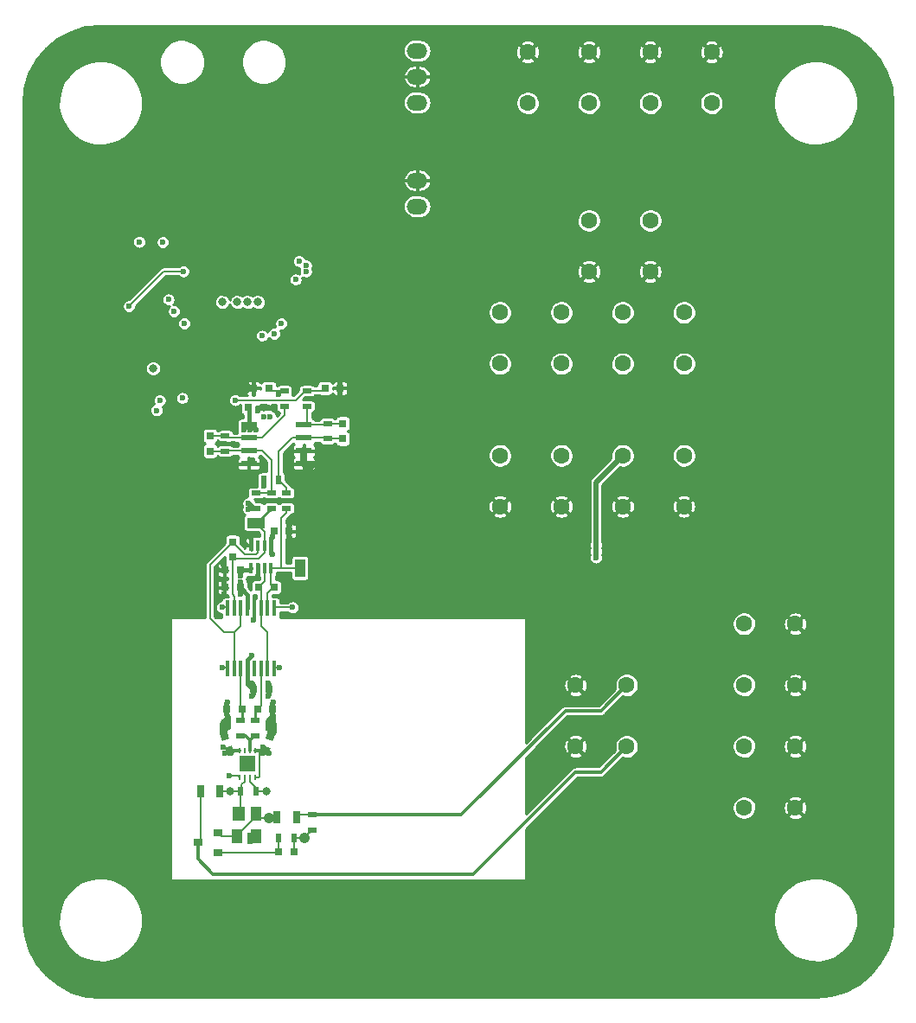
<source format=gbl>
G04 #@! TF.GenerationSoftware,KiCad,Pcbnew,(2017-12-21 revision 7586afd53)-makepkg*
G04 #@! TF.CreationDate,2018-10-14T14:18:47-07:00*
G04 #@! TF.ProjectId,fsorx,66736F72782E6B696361645F70636200,rev?*
G04 #@! TF.SameCoordinates,Original*
G04 #@! TF.FileFunction,Copper,L4,Bot,Signal*
G04 #@! TF.FilePolarity,Positive*
%FSLAX46Y46*%
G04 Gerber Fmt 4.6, Leading zero omitted, Abs format (unit mm)*
G04 Created by KiCad (PCBNEW (2017-12-21 revision 7586afd53)-makepkg) date 10/14/18 14:18:47*
%MOMM*%
%LPD*%
G01*
G04 APERTURE LIST*
%ADD10R,1.000000X1.400000*%
%ADD11R,1.200000X1.400000*%
%ADD12R,0.900000X0.500000*%
%ADD13R,1.650000X1.600000*%
%ADD14R,0.280000X0.550000*%
%ADD15C,1.600000*%
%ADD16C,1.050000*%
%ADD17R,0.800000X0.750000*%
%ADD18C,0.750000*%
%ADD19C,0.100000*%
%ADD20R,0.900000X0.800000*%
%ADD21R,0.500000X0.900000*%
%ADD22R,0.700000X1.300000*%
%ADD23R,1.800000X1.000000*%
%ADD24O,2.000000X1.500000*%
%ADD25R,0.750000X0.800000*%
%ADD26R,1.000000X1.800000*%
%ADD27R,1.550000X0.600000*%
%ADD28R,0.450000X1.500000*%
%ADD29C,0.800000*%
%ADD30R,0.400000X1.060000*%
%ADD31C,0.600000*%
%ADD32C,0.500000*%
%ADD33C,0.200000*%
%ADD34C,0.300000*%
%ADD35C,0.700000*%
%ADD36C,0.400000*%
%ADD37C,0.250000*%
%ADD38C,0.150000*%
G04 APERTURE END LIST*
D10*
X83367424Y-129831944D03*
X85267424Y-129831944D03*
X85267424Y-127631944D03*
D11*
X83547424Y-127631944D03*
D12*
X85100000Y-118481944D03*
X85100000Y-119981944D03*
X83700000Y-119981944D03*
X83700000Y-118481944D03*
D13*
X84367633Y-122708278D03*
D14*
X85117633Y-121383278D03*
X84617633Y-121383278D03*
X84117633Y-121383278D03*
X83617633Y-121383278D03*
X83617633Y-124033278D03*
X84117633Y-124033278D03*
X84617633Y-124033278D03*
X85117633Y-124033278D03*
D15*
X129812802Y-53018363D03*
X129812802Y-58018363D03*
D16*
X90000000Y-130000000D03*
D17*
X93467424Y-85931944D03*
X91967424Y-85931944D03*
D15*
X111812802Y-53018363D03*
X111812802Y-58018363D03*
X123812802Y-53018363D03*
X123812802Y-58018363D03*
X117812802Y-53018363D03*
X117812802Y-58018363D03*
X123812802Y-69518363D03*
X123812802Y-74518363D03*
X117812802Y-69518363D03*
X117812802Y-74518363D03*
D18*
X86143485Y-121404769D03*
D19*
G36*
X86359062Y-121908904D02*
X85654292Y-121652388D01*
X85927908Y-120900634D01*
X86632678Y-121157150D01*
X86359062Y-121908904D01*
X86359062Y-121908904D01*
G37*
D18*
X86656515Y-119995231D03*
D19*
G36*
X86872092Y-120499366D02*
X86167322Y-120242850D01*
X86440938Y-119491096D01*
X87145708Y-119747612D01*
X86872092Y-120499366D01*
X86872092Y-120499366D01*
G37*
D18*
X82143485Y-119995231D03*
D19*
G36*
X82632678Y-120242850D02*
X81927908Y-120499366D01*
X81654292Y-119747612D01*
X82359062Y-119491096D01*
X82632678Y-120242850D01*
X82632678Y-120242850D01*
G37*
D18*
X82656515Y-121404769D03*
D19*
G36*
X83145708Y-121652388D02*
X82440938Y-121908904D01*
X82167322Y-121157150D01*
X82872092Y-120900634D01*
X83145708Y-121652388D01*
X83145708Y-121652388D01*
G37*
D15*
X127112802Y-83518363D03*
X127112802Y-78518363D03*
X115112802Y-83518363D03*
X115112802Y-78518363D03*
X121112802Y-97518363D03*
X121112802Y-92518363D03*
X109112802Y-92518363D03*
X109112802Y-97518363D03*
X115112802Y-97518363D03*
X115112802Y-92518363D03*
X127112802Y-92518363D03*
X127112802Y-97518363D03*
X121112802Y-78518363D03*
X121112802Y-83518363D03*
X109112802Y-83518363D03*
X109112802Y-78518363D03*
D17*
X88967424Y-131331944D03*
X87467424Y-131331944D03*
D15*
X133000000Y-127000000D03*
X138000000Y-127000000D03*
X133000000Y-109000000D03*
X138000000Y-109000000D03*
X138000000Y-121000000D03*
X133000000Y-121000000D03*
X138000000Y-115000000D03*
X133000000Y-115000000D03*
X121500000Y-121000000D03*
X116500000Y-121000000D03*
X116500000Y-115000000D03*
X121500000Y-115000000D03*
D20*
X81517424Y-129481944D03*
X81517424Y-131381944D03*
X79517424Y-130431944D03*
D12*
X90217424Y-87681944D03*
X90217424Y-86181944D03*
X87994678Y-87681944D03*
X87994678Y-86181944D03*
D21*
X83717424Y-125431944D03*
X85217424Y-125431944D03*
D22*
X89167424Y-127931944D03*
X87267424Y-127931944D03*
X79767424Y-125431944D03*
X81667424Y-125431944D03*
D21*
X87467424Y-129931944D03*
X88967424Y-129931944D03*
D12*
X90717424Y-129181944D03*
X90717424Y-127681944D03*
D23*
X85217424Y-99131944D03*
D24*
X101000000Y-68120000D03*
X101000000Y-65580000D03*
X101000000Y-57960000D03*
X101000000Y-55420000D03*
X101000000Y-52880000D03*
D17*
X86467424Y-85931944D03*
X84967424Y-85931944D03*
X85967424Y-87831944D03*
X84467424Y-87831944D03*
D25*
X93717424Y-89381944D03*
X93717424Y-90881944D03*
X80717424Y-92081944D03*
X80717424Y-90581944D03*
D17*
X88467424Y-99931944D03*
X86967424Y-99931944D03*
X83667424Y-103731944D03*
X82167424Y-103731944D03*
X86967424Y-105431944D03*
X85467424Y-105431944D03*
D25*
X82917424Y-100981944D03*
X82917424Y-102481944D03*
D17*
X85367424Y-117331944D03*
X86867424Y-117331944D03*
X83867424Y-117331944D03*
X82367424Y-117331944D03*
X86467424Y-115431944D03*
X84967424Y-115431944D03*
X82167424Y-105431944D03*
X83667424Y-105431944D03*
D12*
X92217424Y-90881944D03*
X92217424Y-89381944D03*
X82217424Y-90581944D03*
X82217424Y-92081944D03*
X88217424Y-96181944D03*
X88217424Y-97681944D03*
D21*
X85967424Y-94931944D03*
X87467424Y-94931944D03*
D12*
X86717424Y-97681944D03*
X86717424Y-96181944D03*
X85217424Y-96181944D03*
X85217424Y-97681944D03*
D26*
X89517424Y-103531944D03*
D27*
X84517424Y-89526944D03*
X84517424Y-90796944D03*
X84517424Y-92066944D03*
X84517424Y-93336944D03*
X89917424Y-93336944D03*
X89917424Y-92066944D03*
X89917424Y-90796944D03*
X89917424Y-89526944D03*
D28*
X82442424Y-113381944D03*
X83092424Y-113381944D03*
X83742424Y-113381944D03*
X84392424Y-113381944D03*
X85042424Y-113381944D03*
X85692424Y-113381944D03*
X86342424Y-113381944D03*
X86992424Y-113381944D03*
X86992424Y-107481944D03*
X86342424Y-107481944D03*
X85692424Y-107481944D03*
X85042424Y-107481944D03*
X84392424Y-107481944D03*
X83742424Y-107481944D03*
X83092424Y-107481944D03*
X82442424Y-107481944D03*
D29*
X86217424Y-125431944D03*
X82717424Y-125431944D03*
D30*
X86697424Y-101331944D03*
X86047424Y-101331944D03*
X85387424Y-101331944D03*
X84737424Y-101331944D03*
X84737424Y-103531944D03*
X85387424Y-103531944D03*
X86047424Y-103531944D03*
X86697424Y-103531944D03*
D29*
X81900000Y-77500000D03*
X85400000Y-77500000D03*
X84400000Y-77500000D03*
X83400000Y-77500000D03*
X75150000Y-84000000D03*
D16*
X86500000Y-128000000D03*
D31*
X118500000Y-101300000D03*
X118500000Y-101900000D03*
X82800000Y-121700000D03*
X85900000Y-121100000D03*
X86500000Y-121700000D03*
X85900000Y-121700000D03*
X82600000Y-123900000D03*
X86900000Y-118700000D03*
X86400000Y-119200000D03*
X87000000Y-119400000D03*
X82100000Y-118600000D03*
X82500000Y-119100000D03*
X81900000Y-119300000D03*
X85200000Y-90000000D03*
X84600000Y-90000000D03*
X84000000Y-90000000D03*
X125500000Y-131500000D03*
X125500000Y-130900000D03*
X126300000Y-130000000D03*
X84600000Y-129700000D03*
X84600000Y-130300000D03*
X82400000Y-118000000D03*
X82400000Y-116700000D03*
X86400000Y-114800000D03*
X86400000Y-116100000D03*
X86900000Y-116700000D03*
X86900000Y-118000000D03*
X82000000Y-103100000D03*
X81500000Y-103700000D03*
X82100000Y-106100000D03*
X82100000Y-104800000D03*
X85000000Y-108600000D03*
X85100000Y-106400000D03*
X85400000Y-104400000D03*
X84200000Y-101300000D03*
X84700000Y-100500000D03*
X90100000Y-98100000D03*
X90100000Y-97500000D03*
X88500000Y-100600000D03*
X88500000Y-99300000D03*
X90400000Y-93900000D03*
X91000000Y-93300000D03*
X82400000Y-89840000D03*
X84300000Y-86200000D03*
X84300000Y-85600000D03*
X93400000Y-85300000D03*
X93400000Y-86600000D03*
X85400000Y-88100000D03*
X86600000Y-87900000D03*
X90700000Y-77400000D03*
X91300000Y-75900000D03*
X91300000Y-74600000D03*
X90800000Y-71000000D03*
X94200000Y-72000000D03*
X92700000Y-72600000D03*
X84300000Y-67900000D03*
X84400000Y-68500000D03*
X84400000Y-69100000D03*
X83700000Y-67900000D03*
X79150000Y-80650000D03*
X84750000Y-81750000D03*
X87200000Y-81750000D03*
X88200000Y-81300000D03*
X86000000Y-88700000D03*
X86600000Y-88700000D03*
X78000000Y-86900000D03*
X75800000Y-87100000D03*
X75500000Y-88100000D03*
X76650000Y-77250000D03*
X77200000Y-78400000D03*
X78200000Y-79600000D03*
X85800000Y-80800000D03*
X87700000Y-79600000D03*
X87000000Y-80600000D03*
X89100000Y-75300000D03*
X89431735Y-73468265D03*
X90100000Y-74500000D03*
X90100000Y-73900000D03*
X78200000Y-85500000D03*
X91700000Y-87400000D03*
X83000000Y-91400000D03*
X79700000Y-91300000D03*
X82200000Y-87300000D03*
X84920000Y-93000000D03*
X78500000Y-97300000D03*
X78400000Y-96700000D03*
X76900000Y-94800000D03*
X77300000Y-95200000D03*
X70900000Y-87800000D03*
X75800000Y-86000000D03*
X74500000Y-86000000D03*
X70500000Y-78700000D03*
X78900000Y-78400000D03*
X78100000Y-77300000D03*
X80080000Y-76304554D03*
X73800000Y-70400000D03*
X76100000Y-70500000D03*
X121100000Y-62000000D03*
X120500000Y-62000000D03*
X125500000Y-88300000D03*
X125500000Y-87700000D03*
X112000000Y-86500000D03*
X111200000Y-87000000D03*
X125000000Y-88000000D03*
X76100000Y-71625000D03*
X73800000Y-71600000D03*
X86800000Y-102200000D03*
X86800000Y-100500000D03*
X84800000Y-114800000D03*
X84800000Y-116100000D03*
X84800000Y-112100000D03*
X82000000Y-121100000D03*
X82200000Y-121700000D03*
X86000000Y-95500000D03*
X84500000Y-97200000D03*
X84500000Y-97800000D03*
X83700000Y-106100000D03*
X83700000Y-104900000D03*
X83700000Y-104300000D03*
X118500000Y-102500000D03*
X83200000Y-87100000D03*
X88800000Y-107400000D03*
X81900000Y-107400000D03*
X72800000Y-77900000D03*
X78100000Y-74500000D03*
X87500000Y-113300000D03*
X81900000Y-113300000D03*
X87400000Y-86500000D03*
D32*
X84600000Y-130300000D02*
X84600000Y-129700000D01*
X84600000Y-130300000D02*
X84799368Y-130300000D01*
X84799368Y-130300000D02*
X85267424Y-129831944D01*
X84600000Y-129700000D02*
X85135480Y-129700000D01*
X85135480Y-129700000D02*
X85267424Y-129831944D01*
D33*
X82600000Y-123900000D02*
X83484355Y-123900000D01*
X83484355Y-123900000D02*
X83617633Y-124033278D01*
D32*
X87000000Y-119400000D02*
X87000000Y-119651746D01*
X87000000Y-119651746D02*
X86656515Y-119995231D01*
X86400000Y-119200000D02*
X86400000Y-118500000D01*
X86400000Y-118500000D02*
X86900000Y-118000000D01*
X86900000Y-118700000D02*
X86900000Y-118000000D01*
X87000000Y-119400000D02*
X87000000Y-118800000D01*
X87000000Y-118800000D02*
X86900000Y-118700000D01*
X86656515Y-118943485D02*
X86900000Y-118700000D01*
X86656515Y-119995231D02*
X86656515Y-118943485D01*
X86656515Y-119456515D02*
X86400000Y-119200000D01*
X86656515Y-119995231D02*
X86656515Y-119456515D01*
X82500000Y-119100000D02*
X82500000Y-118100000D01*
X82500000Y-118100000D02*
X82400000Y-118000000D01*
X81900000Y-119300000D02*
X81900000Y-119751746D01*
X81900000Y-119751746D02*
X82143485Y-119995231D01*
X82143485Y-119995231D02*
X82143485Y-118643485D01*
X82143485Y-118643485D02*
X82100000Y-118600000D01*
X82400000Y-118000000D02*
X82400000Y-118300000D01*
X82400000Y-118300000D02*
X82100000Y-118600000D01*
X81900000Y-119300000D02*
X81900000Y-118800000D01*
X81900000Y-118800000D02*
X82100000Y-118600000D01*
X82500000Y-119000000D02*
X82100000Y-118600000D01*
X82500000Y-119100000D02*
X82500000Y-119000000D01*
X82300000Y-119300000D02*
X82500000Y-119100000D01*
X81900000Y-119300000D02*
X82300000Y-119300000D01*
X84517424Y-89526944D02*
X84726944Y-89526944D01*
X84726944Y-89526944D02*
X85200000Y-90000000D01*
X84517424Y-89526944D02*
X84517424Y-89917424D01*
X84517424Y-89917424D02*
X84600000Y-90000000D01*
X84517424Y-89526944D02*
X84473056Y-89526944D01*
X84473056Y-89526944D02*
X84000000Y-90000000D01*
X82367424Y-117967424D02*
X82400000Y-118000000D01*
X82367424Y-117331944D02*
X82367424Y-117967424D01*
X82367424Y-116732576D02*
X82400000Y-116700000D01*
X82367424Y-117331944D02*
X82367424Y-116732576D01*
X86467424Y-114867424D02*
X86400000Y-114800000D01*
X86467424Y-115431944D02*
X86467424Y-114867424D01*
X86467424Y-116032576D02*
X86400000Y-116100000D01*
X86467424Y-115431944D02*
X86467424Y-116032576D01*
X86867424Y-116732576D02*
X86900000Y-116700000D01*
X86867424Y-117331944D02*
X86867424Y-116732576D01*
X86867424Y-117967424D02*
X86900000Y-118000000D01*
X86867424Y-117331944D02*
X86867424Y-117967424D01*
D34*
X82167424Y-103267424D02*
X82000000Y-103100000D01*
X82167424Y-103731944D02*
X82167424Y-103267424D01*
X81531944Y-103731944D02*
X81500000Y-103700000D01*
X82167424Y-103731944D02*
X81531944Y-103731944D01*
X82167424Y-106032576D02*
X82100000Y-106100000D01*
X82167424Y-105431944D02*
X82167424Y-106032576D01*
X82167424Y-104867424D02*
X82100000Y-104800000D01*
X82167424Y-105431944D02*
X82167424Y-104867424D01*
X85042424Y-108557576D02*
X85000000Y-108600000D01*
X85042424Y-107481944D02*
X85042424Y-108557576D01*
X85042424Y-106457576D02*
X85100000Y-106400000D01*
X85042424Y-107481944D02*
X85042424Y-106457576D01*
X85387424Y-104387424D02*
X85400000Y-104400000D01*
X85387424Y-103531944D02*
X85387424Y-104387424D01*
X84231944Y-101331944D02*
X84200000Y-101300000D01*
X84737424Y-101331944D02*
X84231944Y-101331944D01*
X84737424Y-100537424D02*
X84700000Y-100500000D01*
X84737424Y-101331944D02*
X84737424Y-100537424D01*
D32*
X88467424Y-100567424D02*
X88500000Y-100600000D01*
X88467424Y-99931944D02*
X88467424Y-100567424D01*
X88467424Y-99332576D02*
X88500000Y-99300000D01*
X88467424Y-99931944D02*
X88467424Y-99332576D01*
X91000000Y-93300000D02*
X90400000Y-93900000D01*
X89917424Y-93417424D02*
X90400000Y-93900000D01*
X89917424Y-93336944D02*
X89917424Y-93417424D01*
X90963056Y-93336944D02*
X91000000Y-93300000D01*
X89917424Y-93336944D02*
X90963056Y-93336944D01*
D35*
X89917424Y-92066944D02*
X89917424Y-93336944D01*
D32*
X84517424Y-93336944D02*
X84583056Y-93336944D01*
X84583056Y-93336944D02*
X84920000Y-93000000D01*
X84568056Y-85931944D02*
X84300000Y-86200000D01*
X84967424Y-85931944D02*
X84568056Y-85931944D01*
X84631944Y-85931944D02*
X84300000Y-85600000D01*
X84967424Y-85931944D02*
X84631944Y-85931944D01*
X93467424Y-85367424D02*
X93400000Y-85300000D01*
X93467424Y-85931944D02*
X93467424Y-85367424D01*
X93467424Y-86532576D02*
X93400000Y-86600000D01*
X93467424Y-85931944D02*
X93467424Y-86532576D01*
X85668056Y-87831944D02*
X85400000Y-88100000D01*
X85967424Y-87831944D02*
X85668056Y-87831944D01*
X86531944Y-87831944D02*
X86600000Y-87900000D01*
X85967424Y-87831944D02*
X86531944Y-87831944D01*
D36*
X84517424Y-89526944D02*
X84517424Y-87881944D01*
X84517424Y-87881944D02*
X84467424Y-87831944D01*
D33*
X85457633Y-124033278D02*
X85550000Y-123940911D01*
X85117633Y-124033278D02*
X85457633Y-124033278D01*
X85550000Y-123940911D02*
X85550000Y-121475645D01*
X85457633Y-121383278D02*
X85117633Y-121383278D01*
X85550000Y-121475645D02*
X85457633Y-121383278D01*
D34*
X85117633Y-121383278D02*
X86121994Y-121383278D01*
X86121994Y-121383278D02*
X86143485Y-121404769D01*
D36*
X86697424Y-102097424D02*
X86800000Y-102200000D01*
X86697424Y-101331944D02*
X86697424Y-102097424D01*
X86800000Y-100500000D02*
X86800000Y-100099368D01*
X86800000Y-100099368D02*
X86967424Y-99931944D01*
X86697424Y-100602576D02*
X86800000Y-100500000D01*
X86697424Y-101331944D02*
X86697424Y-100602576D01*
D32*
X84967424Y-114967424D02*
X84800000Y-114800000D01*
X84967424Y-115431944D02*
X84967424Y-114967424D01*
X84967424Y-115932576D02*
X84800000Y-116100000D01*
X84967424Y-115431944D02*
X84967424Y-115932576D01*
D36*
X84392424Y-112507576D02*
X84800000Y-112100000D01*
X84392424Y-113381944D02*
X84392424Y-112507576D01*
X84392424Y-113381944D02*
X84392424Y-114856944D01*
X84392424Y-114856944D02*
X84967424Y-115431944D01*
D34*
X83617633Y-121383278D02*
X82678006Y-121383278D01*
X82678006Y-121383278D02*
X82656515Y-121404769D01*
D32*
X85967424Y-95467424D02*
X86000000Y-95500000D01*
X85967424Y-94931944D02*
X85967424Y-95467424D01*
X84981944Y-97681944D02*
X84500000Y-97200000D01*
X85217424Y-97681944D02*
X84981944Y-97681944D01*
X84618056Y-97681944D02*
X84500000Y-97800000D01*
X85217424Y-97681944D02*
X84618056Y-97681944D01*
X83667424Y-106067424D02*
X83700000Y-106100000D01*
X83667424Y-105431944D02*
X83667424Y-106067424D01*
X83667424Y-104932576D02*
X83700000Y-104900000D01*
X83667424Y-105431944D02*
X83667424Y-104932576D01*
X83667424Y-104267424D02*
X83700000Y-104300000D01*
X83667424Y-103731944D02*
X83667424Y-104267424D01*
D36*
X83667424Y-103731944D02*
X84537424Y-103731944D01*
X84537424Y-103731944D02*
X84737424Y-103531944D01*
X84392424Y-107481944D02*
X84392424Y-106156944D01*
X84392424Y-106156944D02*
X83667424Y-105431944D01*
D33*
X87467424Y-92081944D02*
X88752424Y-90796944D01*
X88752424Y-90796944D02*
X89917424Y-90796944D01*
X87467424Y-94931944D02*
X87467424Y-92081944D01*
X88217424Y-96181944D02*
X88217424Y-95681944D01*
X88217424Y-95681944D02*
X87467424Y-94931944D01*
X92217424Y-90881944D02*
X93717424Y-90881944D01*
X89917424Y-90796944D02*
X92132424Y-90796944D01*
X92132424Y-90796944D02*
X92217424Y-90881944D01*
X87700000Y-103531944D02*
X89517424Y-103531944D01*
X87097424Y-103531944D02*
X87700000Y-103531944D01*
X88217424Y-97681944D02*
X88217424Y-98131944D01*
X88217424Y-98131944D02*
X87700000Y-98649368D01*
X87700000Y-98649368D02*
X87700000Y-103531944D01*
X86697424Y-103531944D02*
X87097424Y-103531944D01*
X88217424Y-97681944D02*
X88417424Y-97681944D01*
X86697424Y-103531944D02*
X86697424Y-105161944D01*
X86697424Y-105161944D02*
X86967424Y-105431944D01*
X86342424Y-107481944D02*
X86342424Y-106031944D01*
X86342424Y-106031944D02*
X86942424Y-105431944D01*
X86942424Y-105431944D02*
X86967424Y-105431944D01*
D32*
X118500000Y-95131165D02*
X118500000Y-102500000D01*
X121112802Y-92518363D02*
X118500000Y-95131165D01*
D34*
X79517424Y-132017424D02*
X81000000Y-133500000D01*
X79517424Y-130431944D02*
X79517424Y-132017424D01*
X81000000Y-133500000D02*
X106500000Y-133500000D01*
X106500000Y-133500000D02*
X116500000Y-123500000D01*
X116500000Y-123500000D02*
X119000000Y-123500000D01*
X119000000Y-123500000D02*
X121500000Y-121000000D01*
D33*
X79767424Y-125431944D02*
X79767424Y-130181944D01*
X79767424Y-130181944D02*
X79517424Y-130431944D01*
D34*
X119000000Y-117500000D02*
X115500000Y-117500000D01*
X121500000Y-115000000D02*
X119000000Y-117500000D01*
X115500000Y-117500000D02*
X105318056Y-127681944D01*
X105318056Y-127681944D02*
X90717424Y-127681944D01*
D33*
X90717424Y-127681944D02*
X89417424Y-127681944D01*
X89417424Y-127681944D02*
X89167424Y-127931944D01*
X89100000Y-87100000D02*
X89100000Y-87099368D01*
X89100000Y-87099368D02*
X90017424Y-86181944D01*
X90017424Y-86181944D02*
X90217424Y-86181944D01*
X83200000Y-87100000D02*
X89100000Y-87100000D01*
X82056944Y-109856944D02*
X80700000Y-108500000D01*
X83092424Y-109856944D02*
X82056944Y-109856944D01*
X80700000Y-108500000D02*
X80700000Y-103224368D01*
X80700000Y-103224368D02*
X82917424Y-101006944D01*
X82917424Y-101006944D02*
X82917424Y-100981944D01*
D37*
X85217424Y-99131944D02*
X85267424Y-99131944D01*
X85267424Y-99131944D02*
X86717424Y-97681944D01*
X85100000Y-118481944D02*
X85100000Y-117599368D01*
X85100000Y-117599368D02*
X85367424Y-117331944D01*
D33*
X88800000Y-107400000D02*
X87074368Y-107400000D01*
X87074368Y-107400000D02*
X86992424Y-107481944D01*
X81900000Y-107400000D02*
X82360480Y-107400000D01*
X82360480Y-107400000D02*
X82442424Y-107481944D01*
X76200000Y-74500000D02*
X72800000Y-77900000D01*
X78100000Y-74500000D02*
X76200000Y-74500000D01*
X87500000Y-113300000D02*
X87074368Y-113300000D01*
X87074368Y-113300000D02*
X86992424Y-113381944D01*
X81900000Y-113300000D02*
X82360480Y-113300000D01*
X82360480Y-113300000D02*
X82442424Y-113381944D01*
D34*
X85053322Y-119981944D02*
X84617633Y-120417633D01*
D38*
X83700000Y-119981944D02*
X83500000Y-119981944D01*
D34*
X84617633Y-120417633D02*
X84181944Y-119981944D01*
X84617633Y-121383278D02*
X84617633Y-120417633D01*
X84181944Y-119981944D02*
X83700000Y-119981944D01*
D33*
X87994678Y-86181944D02*
X87718056Y-86181944D01*
X87718056Y-86181944D02*
X87400000Y-86500000D01*
X85803056Y-90796944D02*
X87994678Y-88605322D01*
X84517424Y-90796944D02*
X85803056Y-90796944D01*
X87994678Y-88605322D02*
X87994678Y-87681944D01*
D37*
X83867424Y-117331944D02*
X83867424Y-118314520D01*
X83867424Y-118314520D02*
X83700000Y-118481944D01*
D33*
X90217424Y-86181944D02*
X91717424Y-86181944D01*
X91717424Y-86181944D02*
X91967424Y-85931944D01*
X90217424Y-87681944D02*
X90217424Y-89226944D01*
X90217424Y-89226944D02*
X89917424Y-89526944D01*
X92217424Y-89381944D02*
X93717424Y-89381944D01*
X89917424Y-89526944D02*
X92072424Y-89526944D01*
X92072424Y-89526944D02*
X92217424Y-89381944D01*
X86047424Y-103531944D02*
X86047424Y-104851944D01*
X86047424Y-104851944D02*
X85467424Y-105431944D01*
X85692424Y-107481944D02*
X85692424Y-105656944D01*
X85692424Y-105656944D02*
X85467424Y-105431944D01*
X86342424Y-109856944D02*
X85692424Y-109206944D01*
X86342424Y-113381944D02*
X86342424Y-109856944D01*
X85692424Y-109206944D02*
X85692424Y-107481944D01*
X85387424Y-102061944D02*
X85217424Y-102231944D01*
X85387424Y-101331944D02*
X85387424Y-102061944D01*
X85217424Y-102231944D02*
X84142424Y-102231944D01*
X84142424Y-102231944D02*
X82917424Y-101006944D01*
X83092424Y-109856944D02*
X83742424Y-109206944D01*
X83092424Y-113381944D02*
X83092424Y-109856944D01*
X83742424Y-109206944D02*
X83742424Y-107481944D01*
X86047424Y-101331944D02*
X86047424Y-99961944D01*
X86047424Y-99961944D02*
X85217424Y-99131944D01*
X83092424Y-106306944D02*
X82917424Y-106131944D01*
X83092424Y-107481944D02*
X83092424Y-106306944D01*
X82917424Y-106131944D02*
X82917424Y-103081944D01*
X82917424Y-103081944D02*
X82917424Y-102481944D01*
X86047424Y-102061944D02*
X85477424Y-102631944D01*
X86047424Y-101331944D02*
X86047424Y-102061944D01*
X85477424Y-102631944D02*
X83217424Y-102631944D01*
X83217424Y-102631944D02*
X83067424Y-102481944D01*
X83067424Y-102481944D02*
X82917424Y-102481944D01*
X85692424Y-113381944D02*
X85692424Y-117006944D01*
X85692424Y-117006944D02*
X85367424Y-117331944D01*
X85317424Y-117381944D02*
X85367424Y-117331944D01*
X89817424Y-129831944D02*
X90067424Y-129831944D01*
X90067424Y-129831944D02*
X90717424Y-129181944D01*
X88967424Y-129931944D02*
X89717424Y-129931944D01*
X89717424Y-129931944D02*
X89817424Y-129831944D01*
X88967424Y-129931944D02*
X88967424Y-131331944D01*
X81517424Y-131381944D02*
X87417424Y-131381944D01*
X87417424Y-131381944D02*
X87467424Y-131331944D01*
X87467424Y-129931944D02*
X87467424Y-131331944D01*
X86317424Y-128031944D02*
X87167424Y-128031944D01*
X87167424Y-128031944D02*
X87267424Y-127931944D01*
X86317424Y-128031944D02*
X85667424Y-128031944D01*
X85667424Y-128031944D02*
X85267424Y-127631944D01*
X83367424Y-129831944D02*
X81867424Y-129831944D01*
X81867424Y-129831944D02*
X81517424Y-129481944D01*
X85267424Y-127631944D02*
X85267424Y-127831944D01*
X85267424Y-127831944D02*
X83367424Y-129731944D01*
X83367424Y-129731944D02*
X83367424Y-129831944D01*
X82717424Y-125431944D02*
X81667424Y-125431944D01*
X83717424Y-125431944D02*
X83717424Y-127461944D01*
X83717424Y-127461944D02*
X83547424Y-127631944D01*
X83717424Y-125431944D02*
X82717424Y-125431944D01*
X84117633Y-124431735D02*
X83817424Y-124731944D01*
X84117633Y-124033278D02*
X84117633Y-124431735D01*
X83817424Y-124731944D02*
X83817424Y-125331944D01*
X83817424Y-125331944D02*
X83717424Y-125431944D01*
X85217424Y-125431944D02*
X86217424Y-125431944D01*
X84617633Y-124432153D02*
X85217424Y-125031944D01*
X84617633Y-124033278D02*
X84617633Y-124432153D01*
X85217424Y-125031944D02*
X85217424Y-125431944D01*
X87994678Y-86181944D02*
X86717424Y-86181944D01*
X86717424Y-86181944D02*
X86467424Y-85931944D01*
X86717424Y-92931944D02*
X85852424Y-92066944D01*
X85852424Y-92066944D02*
X84517424Y-92066944D01*
X86717424Y-96181944D02*
X86717424Y-92931944D01*
X84517424Y-92066944D02*
X82232424Y-92066944D01*
X82232424Y-92066944D02*
X82217424Y-92081944D01*
X80717424Y-92081944D02*
X82217424Y-92081944D01*
X85217424Y-96181944D02*
X86717424Y-96181944D01*
X84517424Y-90796944D02*
X82432424Y-90796944D01*
X82432424Y-90796944D02*
X82217424Y-90581944D01*
X80717424Y-90581944D02*
X82217424Y-90581944D01*
X83742424Y-113381944D02*
X83742424Y-117206944D01*
X83742424Y-117206944D02*
X83867424Y-117331944D01*
X83917424Y-117381944D02*
X83867424Y-117331944D01*
D37*
G36*
X141470929Y-50571264D02*
X142885833Y-50998449D01*
X144190816Y-51692321D01*
X145336170Y-52626449D01*
X146278269Y-53765252D01*
X146981236Y-55065363D01*
X147418286Y-56477242D01*
X147574883Y-57967168D01*
X147575000Y-58000625D01*
X147575000Y-137979210D01*
X147428735Y-139470931D01*
X147001551Y-140885833D01*
X146307679Y-142190816D01*
X145373554Y-143336167D01*
X144234748Y-144278269D01*
X142934639Y-144981235D01*
X141522758Y-145418286D01*
X140032831Y-145574883D01*
X139999375Y-145575000D01*
X70020790Y-145575000D01*
X68529069Y-145428735D01*
X67114167Y-145001551D01*
X65809184Y-144307679D01*
X64663833Y-143373554D01*
X63721731Y-142234748D01*
X63018765Y-140934639D01*
X62581714Y-139522758D01*
X62458121Y-138346841D01*
X65869578Y-138346841D01*
X66015610Y-139142506D01*
X66313406Y-139894652D01*
X66751623Y-140574632D01*
X67313570Y-141156545D01*
X67977842Y-141618226D01*
X68719137Y-141942090D01*
X69509220Y-142115801D01*
X70317997Y-142132743D01*
X71114662Y-141992269D01*
X71868869Y-141699732D01*
X72551892Y-141266272D01*
X73137713Y-140708402D01*
X73604021Y-140047369D01*
X73933052Y-139308352D01*
X74112275Y-138519501D01*
X74114685Y-138346841D01*
X135869578Y-138346841D01*
X136015610Y-139142506D01*
X136313406Y-139894652D01*
X136751623Y-140574632D01*
X137313570Y-141156545D01*
X137977842Y-141618226D01*
X138719137Y-141942090D01*
X139509220Y-142115801D01*
X140317997Y-142132743D01*
X141114662Y-141992269D01*
X141868869Y-141699732D01*
X142551892Y-141266272D01*
X143137713Y-140708402D01*
X143604021Y-140047369D01*
X143933052Y-139308352D01*
X144112275Y-138519501D01*
X144125177Y-137595523D01*
X143968050Y-136801975D01*
X143659782Y-136054060D01*
X143212113Y-135380264D01*
X142642096Y-134806254D01*
X141971443Y-134353893D01*
X141225698Y-134040410D01*
X140433266Y-133877748D01*
X139624332Y-133872100D01*
X138829706Y-134023683D01*
X138079657Y-134326722D01*
X137402753Y-134769676D01*
X136824777Y-135335672D01*
X136367745Y-136003151D01*
X136049064Y-136746689D01*
X135880873Y-137537966D01*
X135869578Y-138346841D01*
X74114685Y-138346841D01*
X74125177Y-137595523D01*
X73968050Y-136801975D01*
X73659782Y-136054060D01*
X73212113Y-135380264D01*
X72642096Y-134806254D01*
X71971443Y-134353893D01*
X71225698Y-134040410D01*
X70433266Y-133877748D01*
X69624332Y-133872100D01*
X68829706Y-134023683D01*
X68079657Y-134326722D01*
X67402753Y-134769676D01*
X66824777Y-135335672D01*
X66367745Y-136003151D01*
X66049064Y-136746689D01*
X65880873Y-137537966D01*
X65869578Y-138346841D01*
X62458121Y-138346841D01*
X62425117Y-138032831D01*
X62425000Y-137999375D01*
X62425000Y-108500000D01*
X76875000Y-108500000D01*
X76875000Y-134000000D01*
X76884515Y-134047835D01*
X76911612Y-134088388D01*
X76952165Y-134115485D01*
X77000000Y-134125000D01*
X111500000Y-134125000D01*
X111547835Y-134115485D01*
X111588388Y-134088388D01*
X111615485Y-134047835D01*
X111625000Y-134000000D01*
X111625000Y-129117462D01*
X113643665Y-127098797D01*
X131823456Y-127098797D01*
X131865053Y-127325441D01*
X131949879Y-127539689D01*
X132074705Y-127733380D01*
X132234775Y-127899137D01*
X132423991Y-128030646D01*
X132635148Y-128122898D01*
X132860202Y-128172379D01*
X133090581Y-128177205D01*
X133317510Y-128137192D01*
X133532344Y-128053863D01*
X133726902Y-127930392D01*
X133860550Y-127803121D01*
X137267590Y-127803121D01*
X137347084Y-127983727D01*
X137551546Y-128092203D01*
X137773241Y-128158705D01*
X138003651Y-128180680D01*
X138233919Y-128157281D01*
X138455199Y-128089408D01*
X138652916Y-127983727D01*
X138732410Y-127803121D01*
X138000000Y-127070711D01*
X137267590Y-127803121D01*
X133860550Y-127803121D01*
X133893773Y-127771484D01*
X134026600Y-127583190D01*
X134120324Y-127372682D01*
X134171375Y-127147979D01*
X134173390Y-127003651D01*
X136819320Y-127003651D01*
X136842719Y-127233919D01*
X136910592Y-127455199D01*
X137016273Y-127652916D01*
X137196879Y-127732410D01*
X137929289Y-127000000D01*
X138070711Y-127000000D01*
X138803121Y-127732410D01*
X138983727Y-127652916D01*
X139092203Y-127448454D01*
X139158705Y-127226759D01*
X139180680Y-126996349D01*
X139157281Y-126766081D01*
X139089408Y-126544801D01*
X138983727Y-126347084D01*
X138803121Y-126267590D01*
X138070711Y-127000000D01*
X137929289Y-127000000D01*
X137196879Y-126267590D01*
X137016273Y-126347084D01*
X136907797Y-126551546D01*
X136841295Y-126773241D01*
X136819320Y-127003651D01*
X134173390Y-127003651D01*
X134175050Y-126884785D01*
X134130293Y-126658744D01*
X134042483Y-126445702D01*
X133914965Y-126253772D01*
X133858468Y-126196879D01*
X137267590Y-126196879D01*
X138000000Y-126929289D01*
X138732410Y-126196879D01*
X138652916Y-126016273D01*
X138448454Y-125907797D01*
X138226759Y-125841295D01*
X137996349Y-125819320D01*
X137766081Y-125842719D01*
X137544801Y-125910592D01*
X137347084Y-126016273D01*
X137267590Y-126196879D01*
X133858468Y-126196879D01*
X133752597Y-126090267D01*
X133561562Y-125961412D01*
X133349138Y-125872117D01*
X133123415Y-125825783D01*
X132892991Y-125824174D01*
X132666644Y-125867352D01*
X132452993Y-125953673D01*
X132260178Y-126079847D01*
X132095543Y-126241070D01*
X131965358Y-126431201D01*
X131874582Y-126642996D01*
X131826673Y-126868390D01*
X131823456Y-127098797D01*
X113643665Y-127098797D01*
X116717462Y-124025000D01*
X119000000Y-124025000D01*
X119048205Y-124020273D01*
X119096575Y-124016042D01*
X119099233Y-124015270D01*
X119101973Y-124015001D01*
X119148350Y-124000999D01*
X119194968Y-123987455D01*
X119197417Y-123986186D01*
X119200062Y-123985387D01*
X119242932Y-123962593D01*
X119285935Y-123940302D01*
X119288089Y-123938582D01*
X119290531Y-123937284D01*
X119328150Y-123906602D01*
X119366012Y-123876378D01*
X119369851Y-123872591D01*
X119369933Y-123872525D01*
X119369995Y-123872449D01*
X119371231Y-123871231D01*
X121124302Y-122118160D01*
X121135148Y-122122898D01*
X121360202Y-122172379D01*
X121590581Y-122177205D01*
X121817510Y-122137192D01*
X122032344Y-122053863D01*
X122226902Y-121930392D01*
X122393773Y-121771484D01*
X122526600Y-121583190D01*
X122620324Y-121372682D01*
X122671375Y-121147979D01*
X122672061Y-121098797D01*
X131823456Y-121098797D01*
X131865053Y-121325441D01*
X131949879Y-121539689D01*
X132074705Y-121733380D01*
X132234775Y-121899137D01*
X132423991Y-122030646D01*
X132635148Y-122122898D01*
X132860202Y-122172379D01*
X133090581Y-122177205D01*
X133317510Y-122137192D01*
X133532344Y-122053863D01*
X133726902Y-121930392D01*
X133860550Y-121803121D01*
X137267590Y-121803121D01*
X137347084Y-121983727D01*
X137551546Y-122092203D01*
X137773241Y-122158705D01*
X138003651Y-122180680D01*
X138233919Y-122157281D01*
X138455199Y-122089408D01*
X138652916Y-121983727D01*
X138732410Y-121803121D01*
X138000000Y-121070711D01*
X137267590Y-121803121D01*
X133860550Y-121803121D01*
X133893773Y-121771484D01*
X134026600Y-121583190D01*
X134120324Y-121372682D01*
X134171375Y-121147979D01*
X134173390Y-121003651D01*
X136819320Y-121003651D01*
X136842719Y-121233919D01*
X136910592Y-121455199D01*
X137016273Y-121652916D01*
X137196879Y-121732410D01*
X137929289Y-121000000D01*
X138070711Y-121000000D01*
X138803121Y-121732410D01*
X138983727Y-121652916D01*
X139092203Y-121448454D01*
X139158705Y-121226759D01*
X139180680Y-120996349D01*
X139157281Y-120766081D01*
X139089408Y-120544801D01*
X138983727Y-120347084D01*
X138803121Y-120267590D01*
X138070711Y-121000000D01*
X137929289Y-121000000D01*
X137196879Y-120267590D01*
X137016273Y-120347084D01*
X136907797Y-120551546D01*
X136841295Y-120773241D01*
X136819320Y-121003651D01*
X134173390Y-121003651D01*
X134175050Y-120884785D01*
X134130293Y-120658744D01*
X134042483Y-120445702D01*
X133914965Y-120253772D01*
X133858468Y-120196879D01*
X137267590Y-120196879D01*
X138000000Y-120929289D01*
X138732410Y-120196879D01*
X138652916Y-120016273D01*
X138448454Y-119907797D01*
X138226759Y-119841295D01*
X137996349Y-119819320D01*
X137766081Y-119842719D01*
X137544801Y-119910592D01*
X137347084Y-120016273D01*
X137267590Y-120196879D01*
X133858468Y-120196879D01*
X133752597Y-120090267D01*
X133561562Y-119961412D01*
X133349138Y-119872117D01*
X133123415Y-119825783D01*
X132892991Y-119824174D01*
X132666644Y-119867352D01*
X132452993Y-119953673D01*
X132260178Y-120079847D01*
X132095543Y-120241070D01*
X131965358Y-120431201D01*
X131874582Y-120642996D01*
X131826673Y-120868390D01*
X131823456Y-121098797D01*
X122672061Y-121098797D01*
X122675050Y-120884785D01*
X122630293Y-120658744D01*
X122542483Y-120445702D01*
X122414965Y-120253772D01*
X122252597Y-120090267D01*
X122061562Y-119961412D01*
X121849138Y-119872117D01*
X121623415Y-119825783D01*
X121392991Y-119824174D01*
X121166644Y-119867352D01*
X120952993Y-119953673D01*
X120760178Y-120079847D01*
X120595543Y-120241070D01*
X120465358Y-120431201D01*
X120374582Y-120642996D01*
X120326673Y-120868390D01*
X120323456Y-121098797D01*
X120365053Y-121325441D01*
X120384069Y-121373469D01*
X118782538Y-122975000D01*
X116500000Y-122975000D01*
X116451791Y-122979727D01*
X116403426Y-122983958D01*
X116400768Y-122984730D01*
X116398027Y-122984999D01*
X116351671Y-122998994D01*
X116305033Y-123012544D01*
X116302581Y-123013815D01*
X116299938Y-123014613D01*
X116257085Y-123037398D01*
X116214065Y-123059698D01*
X116211911Y-123061418D01*
X116209469Y-123062716D01*
X116171850Y-123093398D01*
X116133988Y-123123622D01*
X116130149Y-123127409D01*
X116130067Y-123127475D01*
X116130005Y-123127551D01*
X116128769Y-123128769D01*
X111625000Y-127632538D01*
X111625000Y-122117462D01*
X111939341Y-121803121D01*
X115767590Y-121803121D01*
X115847084Y-121983727D01*
X116051546Y-122092203D01*
X116273241Y-122158705D01*
X116503651Y-122180680D01*
X116733919Y-122157281D01*
X116955199Y-122089408D01*
X117152916Y-121983727D01*
X117232410Y-121803121D01*
X116500000Y-121070711D01*
X115767590Y-121803121D01*
X111939341Y-121803121D01*
X112738811Y-121003651D01*
X115319320Y-121003651D01*
X115342719Y-121233919D01*
X115410592Y-121455199D01*
X115516273Y-121652916D01*
X115696879Y-121732410D01*
X116429289Y-121000000D01*
X116570711Y-121000000D01*
X117303121Y-121732410D01*
X117483727Y-121652916D01*
X117592203Y-121448454D01*
X117658705Y-121226759D01*
X117680680Y-120996349D01*
X117657281Y-120766081D01*
X117589408Y-120544801D01*
X117483727Y-120347084D01*
X117303121Y-120267590D01*
X116570711Y-121000000D01*
X116429289Y-121000000D01*
X115696879Y-120267590D01*
X115516273Y-120347084D01*
X115407797Y-120551546D01*
X115341295Y-120773241D01*
X115319320Y-121003651D01*
X112738811Y-121003651D01*
X113545583Y-120196879D01*
X115767590Y-120196879D01*
X116500000Y-120929289D01*
X117232410Y-120196879D01*
X117152916Y-120016273D01*
X116948454Y-119907797D01*
X116726759Y-119841295D01*
X116496349Y-119819320D01*
X116266081Y-119842719D01*
X116044801Y-119910592D01*
X115847084Y-120016273D01*
X115767590Y-120196879D01*
X113545583Y-120196879D01*
X115717462Y-118025000D01*
X119000000Y-118025000D01*
X119048205Y-118020273D01*
X119096575Y-118016042D01*
X119099233Y-118015270D01*
X119101973Y-118015001D01*
X119148350Y-118000999D01*
X119194968Y-117987455D01*
X119197417Y-117986186D01*
X119200062Y-117985387D01*
X119242932Y-117962593D01*
X119285935Y-117940302D01*
X119288089Y-117938582D01*
X119290531Y-117937284D01*
X119328150Y-117906602D01*
X119366012Y-117876378D01*
X119369851Y-117872591D01*
X119369933Y-117872525D01*
X119369995Y-117872449D01*
X119371231Y-117871231D01*
X121124302Y-116118160D01*
X121135148Y-116122898D01*
X121360202Y-116172379D01*
X121590581Y-116177205D01*
X121817510Y-116137192D01*
X122032344Y-116053863D01*
X122226902Y-115930392D01*
X122393773Y-115771484D01*
X122526600Y-115583190D01*
X122620324Y-115372682D01*
X122671375Y-115147979D01*
X122672061Y-115098797D01*
X131823456Y-115098797D01*
X131865053Y-115325441D01*
X131949879Y-115539689D01*
X132074705Y-115733380D01*
X132234775Y-115899137D01*
X132423991Y-116030646D01*
X132635148Y-116122898D01*
X132860202Y-116172379D01*
X133090581Y-116177205D01*
X133317510Y-116137192D01*
X133532344Y-116053863D01*
X133726902Y-115930392D01*
X133860550Y-115803121D01*
X137267590Y-115803121D01*
X137347084Y-115983727D01*
X137551546Y-116092203D01*
X137773241Y-116158705D01*
X138003651Y-116180680D01*
X138233919Y-116157281D01*
X138455199Y-116089408D01*
X138652916Y-115983727D01*
X138732410Y-115803121D01*
X138000000Y-115070711D01*
X137267590Y-115803121D01*
X133860550Y-115803121D01*
X133893773Y-115771484D01*
X134026600Y-115583190D01*
X134120324Y-115372682D01*
X134171375Y-115147979D01*
X134173390Y-115003651D01*
X136819320Y-115003651D01*
X136842719Y-115233919D01*
X136910592Y-115455199D01*
X137016273Y-115652916D01*
X137196879Y-115732410D01*
X137929289Y-115000000D01*
X138070711Y-115000000D01*
X138803121Y-115732410D01*
X138983727Y-115652916D01*
X139092203Y-115448454D01*
X139158705Y-115226759D01*
X139180680Y-114996349D01*
X139157281Y-114766081D01*
X139089408Y-114544801D01*
X138983727Y-114347084D01*
X138803121Y-114267590D01*
X138070711Y-115000000D01*
X137929289Y-115000000D01*
X137196879Y-114267590D01*
X137016273Y-114347084D01*
X136907797Y-114551546D01*
X136841295Y-114773241D01*
X136819320Y-115003651D01*
X134173390Y-115003651D01*
X134175050Y-114884785D01*
X134130293Y-114658744D01*
X134042483Y-114445702D01*
X133914965Y-114253772D01*
X133858468Y-114196879D01*
X137267590Y-114196879D01*
X138000000Y-114929289D01*
X138732410Y-114196879D01*
X138652916Y-114016273D01*
X138448454Y-113907797D01*
X138226759Y-113841295D01*
X137996349Y-113819320D01*
X137766081Y-113842719D01*
X137544801Y-113910592D01*
X137347084Y-114016273D01*
X137267590Y-114196879D01*
X133858468Y-114196879D01*
X133752597Y-114090267D01*
X133561562Y-113961412D01*
X133349138Y-113872117D01*
X133123415Y-113825783D01*
X132892991Y-113824174D01*
X132666644Y-113867352D01*
X132452993Y-113953673D01*
X132260178Y-114079847D01*
X132095543Y-114241070D01*
X131965358Y-114431201D01*
X131874582Y-114642996D01*
X131826673Y-114868390D01*
X131823456Y-115098797D01*
X122672061Y-115098797D01*
X122675050Y-114884785D01*
X122630293Y-114658744D01*
X122542483Y-114445702D01*
X122414965Y-114253772D01*
X122252597Y-114090267D01*
X122061562Y-113961412D01*
X121849138Y-113872117D01*
X121623415Y-113825783D01*
X121392991Y-113824174D01*
X121166644Y-113867352D01*
X120952993Y-113953673D01*
X120760178Y-114079847D01*
X120595543Y-114241070D01*
X120465358Y-114431201D01*
X120374582Y-114642996D01*
X120326673Y-114868390D01*
X120323456Y-115098797D01*
X120365053Y-115325441D01*
X120384069Y-115373469D01*
X118782538Y-116975000D01*
X115500000Y-116975000D01*
X115451745Y-116979732D01*
X115403425Y-116983959D01*
X115400772Y-116984730D01*
X115398027Y-116984999D01*
X115351609Y-116999013D01*
X115305032Y-117012545D01*
X115302583Y-117013814D01*
X115299938Y-117014613D01*
X115257068Y-117037407D01*
X115214065Y-117059698D01*
X115211911Y-117061418D01*
X115209469Y-117062716D01*
X115171850Y-117093398D01*
X115133988Y-117123622D01*
X115130149Y-117127409D01*
X115130067Y-117127475D01*
X115130005Y-117127551D01*
X115128769Y-117128769D01*
X111625000Y-120632538D01*
X111625000Y-115803121D01*
X115767590Y-115803121D01*
X115847084Y-115983727D01*
X116051546Y-116092203D01*
X116273241Y-116158705D01*
X116503651Y-116180680D01*
X116733919Y-116157281D01*
X116955199Y-116089408D01*
X117152916Y-115983727D01*
X117232410Y-115803121D01*
X116500000Y-115070711D01*
X115767590Y-115803121D01*
X111625000Y-115803121D01*
X111625000Y-115003651D01*
X115319320Y-115003651D01*
X115342719Y-115233919D01*
X115410592Y-115455199D01*
X115516273Y-115652916D01*
X115696879Y-115732410D01*
X116429289Y-115000000D01*
X116570711Y-115000000D01*
X117303121Y-115732410D01*
X117483727Y-115652916D01*
X117592203Y-115448454D01*
X117658705Y-115226759D01*
X117680680Y-114996349D01*
X117657281Y-114766081D01*
X117589408Y-114544801D01*
X117483727Y-114347084D01*
X117303121Y-114267590D01*
X116570711Y-115000000D01*
X116429289Y-115000000D01*
X115696879Y-114267590D01*
X115516273Y-114347084D01*
X115407797Y-114551546D01*
X115341295Y-114773241D01*
X115319320Y-115003651D01*
X111625000Y-115003651D01*
X111625000Y-114196879D01*
X115767590Y-114196879D01*
X116500000Y-114929289D01*
X117232410Y-114196879D01*
X117152916Y-114016273D01*
X116948454Y-113907797D01*
X116726759Y-113841295D01*
X116496349Y-113819320D01*
X116266081Y-113842719D01*
X116044801Y-113910592D01*
X115847084Y-114016273D01*
X115767590Y-114196879D01*
X111625000Y-114196879D01*
X111625000Y-109098797D01*
X131823456Y-109098797D01*
X131865053Y-109325441D01*
X131949879Y-109539689D01*
X132074705Y-109733380D01*
X132234775Y-109899137D01*
X132423991Y-110030646D01*
X132635148Y-110122898D01*
X132860202Y-110172379D01*
X133090581Y-110177205D01*
X133317510Y-110137192D01*
X133532344Y-110053863D01*
X133726902Y-109930392D01*
X133860550Y-109803121D01*
X137267590Y-109803121D01*
X137347084Y-109983727D01*
X137551546Y-110092203D01*
X137773241Y-110158705D01*
X138003651Y-110180680D01*
X138233919Y-110157281D01*
X138455199Y-110089408D01*
X138652916Y-109983727D01*
X138732410Y-109803121D01*
X138000000Y-109070711D01*
X137267590Y-109803121D01*
X133860550Y-109803121D01*
X133893773Y-109771484D01*
X134026600Y-109583190D01*
X134120324Y-109372682D01*
X134171375Y-109147979D01*
X134173390Y-109003651D01*
X136819320Y-109003651D01*
X136842719Y-109233919D01*
X136910592Y-109455199D01*
X137016273Y-109652916D01*
X137196879Y-109732410D01*
X137929289Y-109000000D01*
X138070711Y-109000000D01*
X138803121Y-109732410D01*
X138983727Y-109652916D01*
X139092203Y-109448454D01*
X139158705Y-109226759D01*
X139180680Y-108996349D01*
X139157281Y-108766081D01*
X139089408Y-108544801D01*
X138983727Y-108347084D01*
X138803121Y-108267590D01*
X138070711Y-109000000D01*
X137929289Y-109000000D01*
X137196879Y-108267590D01*
X137016273Y-108347084D01*
X136907797Y-108551546D01*
X136841295Y-108773241D01*
X136819320Y-109003651D01*
X134173390Y-109003651D01*
X134175050Y-108884785D01*
X134130293Y-108658744D01*
X134042483Y-108445702D01*
X133914965Y-108253772D01*
X133858468Y-108196879D01*
X137267590Y-108196879D01*
X138000000Y-108929289D01*
X138732410Y-108196879D01*
X138652916Y-108016273D01*
X138448454Y-107907797D01*
X138226759Y-107841295D01*
X137996349Y-107819320D01*
X137766081Y-107842719D01*
X137544801Y-107910592D01*
X137347084Y-108016273D01*
X137267590Y-108196879D01*
X133858468Y-108196879D01*
X133752597Y-108090267D01*
X133561562Y-107961412D01*
X133349138Y-107872117D01*
X133123415Y-107825783D01*
X132892991Y-107824174D01*
X132666644Y-107867352D01*
X132452993Y-107953673D01*
X132260178Y-108079847D01*
X132095543Y-108241070D01*
X131965358Y-108431201D01*
X131874582Y-108642996D01*
X131826673Y-108868390D01*
X131823456Y-109098797D01*
X111625000Y-109098797D01*
X111625000Y-108500000D01*
X111615485Y-108452165D01*
X111588388Y-108411612D01*
X111547835Y-108384515D01*
X111500000Y-108375000D01*
X87565902Y-108375000D01*
X87586998Y-108305457D01*
X87594238Y-108231944D01*
X87594238Y-107875000D01*
X88320301Y-107875000D01*
X88360402Y-107916526D01*
X88469101Y-107992073D01*
X88590404Y-108045069D01*
X88719691Y-108073495D01*
X88852036Y-108076267D01*
X88982399Y-108053280D01*
X89105815Y-108005411D01*
X89217582Y-107934481D01*
X89313444Y-107843193D01*
X89389749Y-107735024D01*
X89443590Y-107614094D01*
X89472918Y-107485009D01*
X89475029Y-107333813D01*
X89449317Y-107203960D01*
X89398873Y-107081573D01*
X89325618Y-106971316D01*
X89232343Y-106877387D01*
X89122600Y-106803364D01*
X89000569Y-106752067D01*
X88870898Y-106725450D01*
X88738527Y-106724525D01*
X88608497Y-106749330D01*
X88485762Y-106798918D01*
X88374996Y-106871402D01*
X88320263Y-106925000D01*
X87594238Y-106925000D01*
X87594238Y-106731944D01*
X87586998Y-106658431D01*
X87565555Y-106587744D01*
X87530733Y-106522597D01*
X87483872Y-106465496D01*
X87426771Y-106418635D01*
X87361624Y-106383813D01*
X87290937Y-106362370D01*
X87217424Y-106355130D01*
X86817424Y-106355130D01*
X86817424Y-106228696D01*
X86862362Y-106183758D01*
X87367424Y-106183758D01*
X87440937Y-106176518D01*
X87511624Y-106155075D01*
X87576771Y-106120253D01*
X87633872Y-106073392D01*
X87680733Y-106016291D01*
X87715555Y-105951144D01*
X87736998Y-105880457D01*
X87744238Y-105806944D01*
X87744238Y-105056944D01*
X87736998Y-104983431D01*
X87715555Y-104912744D01*
X87680733Y-104847597D01*
X87633872Y-104790496D01*
X87576771Y-104743635D01*
X87511624Y-104708813D01*
X87440937Y-104687370D01*
X87367424Y-104680130D01*
X87172424Y-104680130D01*
X87172424Y-104317971D01*
X87210733Y-104271291D01*
X87245555Y-104206144D01*
X87266998Y-104135457D01*
X87274238Y-104061944D01*
X87274238Y-104006944D01*
X88640610Y-104006944D01*
X88640610Y-104431944D01*
X88647850Y-104505457D01*
X88669293Y-104576144D01*
X88704115Y-104641291D01*
X88750976Y-104698392D01*
X88808077Y-104745253D01*
X88873224Y-104780075D01*
X88943911Y-104801518D01*
X89017424Y-104808758D01*
X90017424Y-104808758D01*
X90090937Y-104801518D01*
X90161624Y-104780075D01*
X90226771Y-104745253D01*
X90283872Y-104698392D01*
X90330733Y-104641291D01*
X90365555Y-104576144D01*
X90386998Y-104505457D01*
X90394238Y-104431944D01*
X90394238Y-102631944D01*
X90386998Y-102558431D01*
X90365555Y-102487744D01*
X90330733Y-102422597D01*
X90283872Y-102365496D01*
X90226771Y-102318635D01*
X90161624Y-102283813D01*
X90090937Y-102262370D01*
X90017424Y-102255130D01*
X89017424Y-102255130D01*
X88943911Y-102262370D01*
X88873224Y-102283813D01*
X88808077Y-102318635D01*
X88750976Y-102365496D01*
X88704115Y-102422597D01*
X88669293Y-102487744D01*
X88647850Y-102558431D01*
X88640610Y-102631944D01*
X88640610Y-103056944D01*
X88175000Y-103056944D01*
X88175000Y-101356756D01*
X117824113Y-101356756D01*
X117848009Y-101486955D01*
X117875000Y-101555127D01*
X117875000Y-101644710D01*
X117853483Y-101694913D01*
X117825961Y-101824394D01*
X117824113Y-101956756D01*
X117848009Y-102086955D01*
X117875000Y-102155127D01*
X117875000Y-102244710D01*
X117853483Y-102294913D01*
X117825961Y-102424394D01*
X117824113Y-102556756D01*
X117848009Y-102686955D01*
X117896739Y-102810034D01*
X117968447Y-102921303D01*
X118060402Y-103016526D01*
X118169101Y-103092073D01*
X118290404Y-103145069D01*
X118419691Y-103173495D01*
X118552036Y-103176267D01*
X118682399Y-103153280D01*
X118805815Y-103105411D01*
X118917582Y-103034481D01*
X119013444Y-102943193D01*
X119089749Y-102835024D01*
X119143590Y-102714094D01*
X119172918Y-102585009D01*
X119175029Y-102433813D01*
X119149317Y-102303960D01*
X119125000Y-102244962D01*
X119125000Y-102155848D01*
X119143590Y-102114094D01*
X119172918Y-101985009D01*
X119175029Y-101833813D01*
X119149317Y-101703960D01*
X119125000Y-101644962D01*
X119125000Y-101555848D01*
X119143590Y-101514094D01*
X119172918Y-101385009D01*
X119175029Y-101233813D01*
X119149317Y-101103960D01*
X119125000Y-101044962D01*
X119125000Y-98321484D01*
X120380392Y-98321484D01*
X120459886Y-98502090D01*
X120664348Y-98610566D01*
X120886043Y-98677068D01*
X121116453Y-98699043D01*
X121346721Y-98675644D01*
X121568001Y-98607771D01*
X121765718Y-98502090D01*
X121845212Y-98321484D01*
X126380392Y-98321484D01*
X126459886Y-98502090D01*
X126664348Y-98610566D01*
X126886043Y-98677068D01*
X127116453Y-98699043D01*
X127346721Y-98675644D01*
X127568001Y-98607771D01*
X127765718Y-98502090D01*
X127845212Y-98321484D01*
X127112802Y-97589074D01*
X126380392Y-98321484D01*
X121845212Y-98321484D01*
X121112802Y-97589074D01*
X120380392Y-98321484D01*
X119125000Y-98321484D01*
X119125000Y-97522014D01*
X119932122Y-97522014D01*
X119955521Y-97752282D01*
X120023394Y-97973562D01*
X120129075Y-98171279D01*
X120309681Y-98250773D01*
X121042091Y-97518363D01*
X121183513Y-97518363D01*
X121915923Y-98250773D01*
X122096529Y-98171279D01*
X122205005Y-97966817D01*
X122271507Y-97745122D01*
X122292785Y-97522014D01*
X125932122Y-97522014D01*
X125955521Y-97752282D01*
X126023394Y-97973562D01*
X126129075Y-98171279D01*
X126309681Y-98250773D01*
X127042091Y-97518363D01*
X127183513Y-97518363D01*
X127915923Y-98250773D01*
X128096529Y-98171279D01*
X128205005Y-97966817D01*
X128271507Y-97745122D01*
X128293482Y-97514712D01*
X128270083Y-97284444D01*
X128202210Y-97063164D01*
X128096529Y-96865447D01*
X127915923Y-96785953D01*
X127183513Y-97518363D01*
X127042091Y-97518363D01*
X126309681Y-96785953D01*
X126129075Y-96865447D01*
X126020599Y-97069909D01*
X125954097Y-97291604D01*
X125932122Y-97522014D01*
X122292785Y-97522014D01*
X122293482Y-97514712D01*
X122270083Y-97284444D01*
X122202210Y-97063164D01*
X122096529Y-96865447D01*
X121915923Y-96785953D01*
X121183513Y-97518363D01*
X121042091Y-97518363D01*
X120309681Y-96785953D01*
X120129075Y-96865447D01*
X120020599Y-97069909D01*
X119954097Y-97291604D01*
X119932122Y-97522014D01*
X119125000Y-97522014D01*
X119125000Y-96715242D01*
X120380392Y-96715242D01*
X121112802Y-97447652D01*
X121845212Y-96715242D01*
X126380392Y-96715242D01*
X127112802Y-97447652D01*
X127845212Y-96715242D01*
X127765718Y-96534636D01*
X127561256Y-96426160D01*
X127339561Y-96359658D01*
X127109151Y-96337683D01*
X126878883Y-96361082D01*
X126657603Y-96428955D01*
X126459886Y-96534636D01*
X126380392Y-96715242D01*
X121845212Y-96715242D01*
X121765718Y-96534636D01*
X121561256Y-96426160D01*
X121339561Y-96359658D01*
X121109151Y-96337683D01*
X120878883Y-96361082D01*
X120657603Y-96428955D01*
X120459886Y-96534636D01*
X120380392Y-96715242D01*
X119125000Y-96715242D01*
X119125000Y-95390049D01*
X120851108Y-93663941D01*
X120973004Y-93690742D01*
X121203383Y-93695568D01*
X121430312Y-93655555D01*
X121645146Y-93572226D01*
X121839704Y-93448755D01*
X122006575Y-93289847D01*
X122139402Y-93101553D01*
X122233126Y-92891045D01*
X122284177Y-92666342D01*
X122284863Y-92617160D01*
X125936258Y-92617160D01*
X125977855Y-92843804D01*
X126062681Y-93058052D01*
X126187507Y-93251743D01*
X126347577Y-93417500D01*
X126536793Y-93549009D01*
X126747950Y-93641261D01*
X126973004Y-93690742D01*
X127203383Y-93695568D01*
X127430312Y-93655555D01*
X127645146Y-93572226D01*
X127839704Y-93448755D01*
X128006575Y-93289847D01*
X128139402Y-93101553D01*
X128233126Y-92891045D01*
X128284177Y-92666342D01*
X128287852Y-92403148D01*
X128243095Y-92177107D01*
X128155285Y-91964065D01*
X128027767Y-91772135D01*
X127865399Y-91608630D01*
X127674364Y-91479775D01*
X127461940Y-91390480D01*
X127236217Y-91344146D01*
X127005793Y-91342537D01*
X126779446Y-91385715D01*
X126565795Y-91472036D01*
X126372980Y-91598210D01*
X126208345Y-91759433D01*
X126078160Y-91949564D01*
X125987384Y-92161359D01*
X125939475Y-92386753D01*
X125936258Y-92617160D01*
X122284863Y-92617160D01*
X122287852Y-92403148D01*
X122243095Y-92177107D01*
X122155285Y-91964065D01*
X122027767Y-91772135D01*
X121865399Y-91608630D01*
X121674364Y-91479775D01*
X121461940Y-91390480D01*
X121236217Y-91344146D01*
X121005793Y-91342537D01*
X120779446Y-91385715D01*
X120565795Y-91472036D01*
X120372980Y-91598210D01*
X120208345Y-91759433D01*
X120078160Y-91949564D01*
X119987384Y-92161359D01*
X119939475Y-92386753D01*
X119936258Y-92617160D01*
X119966321Y-92780960D01*
X118058058Y-94689223D01*
X118021399Y-94733853D01*
X117984304Y-94778061D01*
X117982721Y-94780940D01*
X117980635Y-94783480D01*
X117953379Y-94834312D01*
X117925540Y-94884951D01*
X117924544Y-94888089D01*
X117922994Y-94890981D01*
X117906119Y-94946175D01*
X117888658Y-95001220D01*
X117888292Y-95004482D01*
X117887330Y-95007629D01*
X117881492Y-95065102D01*
X117875061Y-95122439D01*
X117875016Y-95128864D01*
X117875004Y-95128983D01*
X117875014Y-95129094D01*
X117875000Y-95131165D01*
X117875000Y-101044710D01*
X117853483Y-101094913D01*
X117825961Y-101224394D01*
X117824113Y-101356756D01*
X88175000Y-101356756D01*
X88175000Y-100681944D01*
X88323674Y-100681944D01*
X88417424Y-100588194D01*
X88417424Y-99981944D01*
X88517424Y-99981944D01*
X88517424Y-100588194D01*
X88611174Y-100681944D01*
X88904358Y-100681944D01*
X88976807Y-100667533D01*
X89045053Y-100639265D01*
X89106472Y-100598226D01*
X89158705Y-100545993D01*
X89199745Y-100484573D01*
X89228013Y-100416328D01*
X89242424Y-100343879D01*
X89242424Y-100075694D01*
X89148674Y-99981944D01*
X88517424Y-99981944D01*
X88417424Y-99981944D01*
X88175000Y-99981944D01*
X88175000Y-99881944D01*
X88417424Y-99881944D01*
X88417424Y-99275694D01*
X88517424Y-99275694D01*
X88517424Y-99881944D01*
X89148674Y-99881944D01*
X89242424Y-99788194D01*
X89242424Y-99520009D01*
X89228013Y-99447560D01*
X89199745Y-99379315D01*
X89158705Y-99317895D01*
X89106472Y-99265662D01*
X89045053Y-99224623D01*
X88976807Y-99196355D01*
X88904358Y-99181944D01*
X88611174Y-99181944D01*
X88517424Y-99275694D01*
X88417424Y-99275694D01*
X88323674Y-99181944D01*
X88175000Y-99181944D01*
X88175000Y-98846120D01*
X88553300Y-98467820D01*
X88581179Y-98433880D01*
X88609353Y-98400303D01*
X88610554Y-98398118D01*
X88612142Y-98396185D01*
X88632883Y-98357501D01*
X88652683Y-98321484D01*
X108380392Y-98321484D01*
X108459886Y-98502090D01*
X108664348Y-98610566D01*
X108886043Y-98677068D01*
X109116453Y-98699043D01*
X109346721Y-98675644D01*
X109568001Y-98607771D01*
X109765718Y-98502090D01*
X109845212Y-98321484D01*
X114380392Y-98321484D01*
X114459886Y-98502090D01*
X114664348Y-98610566D01*
X114886043Y-98677068D01*
X115116453Y-98699043D01*
X115346721Y-98675644D01*
X115568001Y-98607771D01*
X115765718Y-98502090D01*
X115845212Y-98321484D01*
X115112802Y-97589074D01*
X114380392Y-98321484D01*
X109845212Y-98321484D01*
X109112802Y-97589074D01*
X108380392Y-98321484D01*
X88652683Y-98321484D01*
X88654013Y-98319066D01*
X88654769Y-98316683D01*
X88655948Y-98314484D01*
X88657699Y-98308758D01*
X88667424Y-98308758D01*
X88740937Y-98301518D01*
X88811624Y-98280075D01*
X88876771Y-98245253D01*
X88933872Y-98198392D01*
X88980733Y-98141291D01*
X89015555Y-98076144D01*
X89036998Y-98005457D01*
X89044238Y-97931944D01*
X89044238Y-97522014D01*
X107932122Y-97522014D01*
X107955521Y-97752282D01*
X108023394Y-97973562D01*
X108129075Y-98171279D01*
X108309681Y-98250773D01*
X109042091Y-97518363D01*
X109183513Y-97518363D01*
X109915923Y-98250773D01*
X110096529Y-98171279D01*
X110205005Y-97966817D01*
X110271507Y-97745122D01*
X110292785Y-97522014D01*
X113932122Y-97522014D01*
X113955521Y-97752282D01*
X114023394Y-97973562D01*
X114129075Y-98171279D01*
X114309681Y-98250773D01*
X115042091Y-97518363D01*
X115183513Y-97518363D01*
X115915923Y-98250773D01*
X116096529Y-98171279D01*
X116205005Y-97966817D01*
X116271507Y-97745122D01*
X116293482Y-97514712D01*
X116270083Y-97284444D01*
X116202210Y-97063164D01*
X116096529Y-96865447D01*
X115915923Y-96785953D01*
X115183513Y-97518363D01*
X115042091Y-97518363D01*
X114309681Y-96785953D01*
X114129075Y-96865447D01*
X114020599Y-97069909D01*
X113954097Y-97291604D01*
X113932122Y-97522014D01*
X110292785Y-97522014D01*
X110293482Y-97514712D01*
X110270083Y-97284444D01*
X110202210Y-97063164D01*
X110096529Y-96865447D01*
X109915923Y-96785953D01*
X109183513Y-97518363D01*
X109042091Y-97518363D01*
X108309681Y-96785953D01*
X108129075Y-96865447D01*
X108020599Y-97069909D01*
X107954097Y-97291604D01*
X107932122Y-97522014D01*
X89044238Y-97522014D01*
X89044238Y-97431944D01*
X89036998Y-97358431D01*
X89015555Y-97287744D01*
X88980733Y-97222597D01*
X88933872Y-97165496D01*
X88876771Y-97118635D01*
X88811624Y-97083813D01*
X88740937Y-97062370D01*
X88667424Y-97055130D01*
X87767424Y-97055130D01*
X87693911Y-97062370D01*
X87623224Y-97083813D01*
X87558077Y-97118635D01*
X87500976Y-97165496D01*
X87467424Y-97206380D01*
X87433872Y-97165496D01*
X87376771Y-97118635D01*
X87311624Y-97083813D01*
X87240937Y-97062370D01*
X87167424Y-97055130D01*
X86267424Y-97055130D01*
X86193911Y-97062370D01*
X86123224Y-97083813D01*
X86058077Y-97118635D01*
X86000976Y-97165496D01*
X85967424Y-97206380D01*
X85933872Y-97165496D01*
X85876771Y-97118635D01*
X85811624Y-97083813D01*
X85740937Y-97062370D01*
X85667424Y-97055130D01*
X85239014Y-97055130D01*
X85122303Y-96938419D01*
X85098873Y-96881573D01*
X85050495Y-96808758D01*
X85667424Y-96808758D01*
X85740937Y-96801518D01*
X85811624Y-96780075D01*
X85876771Y-96745253D01*
X85933872Y-96698392D01*
X85967424Y-96657508D01*
X86000976Y-96698392D01*
X86058077Y-96745253D01*
X86123224Y-96780075D01*
X86193911Y-96801518D01*
X86267424Y-96808758D01*
X87167424Y-96808758D01*
X87240937Y-96801518D01*
X87311624Y-96780075D01*
X87376771Y-96745253D01*
X87433872Y-96698392D01*
X87467424Y-96657508D01*
X87500976Y-96698392D01*
X87558077Y-96745253D01*
X87623224Y-96780075D01*
X87693911Y-96801518D01*
X87767424Y-96808758D01*
X88667424Y-96808758D01*
X88740937Y-96801518D01*
X88811624Y-96780075D01*
X88876771Y-96745253D01*
X88913339Y-96715242D01*
X108380392Y-96715242D01*
X109112802Y-97447652D01*
X109845212Y-96715242D01*
X114380392Y-96715242D01*
X115112802Y-97447652D01*
X115845212Y-96715242D01*
X115765718Y-96534636D01*
X115561256Y-96426160D01*
X115339561Y-96359658D01*
X115109151Y-96337683D01*
X114878883Y-96361082D01*
X114657603Y-96428955D01*
X114459886Y-96534636D01*
X114380392Y-96715242D01*
X109845212Y-96715242D01*
X109765718Y-96534636D01*
X109561256Y-96426160D01*
X109339561Y-96359658D01*
X109109151Y-96337683D01*
X108878883Y-96361082D01*
X108657603Y-96428955D01*
X108459886Y-96534636D01*
X108380392Y-96715242D01*
X88913339Y-96715242D01*
X88933872Y-96698392D01*
X88980733Y-96641291D01*
X89015555Y-96576144D01*
X89036998Y-96505457D01*
X89044238Y-96431944D01*
X89044238Y-95931944D01*
X89036998Y-95858431D01*
X89015555Y-95787744D01*
X88980733Y-95722597D01*
X88933872Y-95665496D01*
X88876771Y-95618635D01*
X88811624Y-95583813D01*
X88740937Y-95562370D01*
X88673115Y-95555690D01*
X88670686Y-95547647D01*
X88658454Y-95505544D01*
X88657305Y-95503327D01*
X88656583Y-95500936D01*
X88635971Y-95462170D01*
X88615792Y-95423240D01*
X88614236Y-95421290D01*
X88613062Y-95419083D01*
X88585346Y-95385100D01*
X88557957Y-95350790D01*
X88554523Y-95347308D01*
X88554470Y-95347243D01*
X88554409Y-95347193D01*
X88553300Y-95346068D01*
X88094238Y-94887006D01*
X88094238Y-94481944D01*
X88086998Y-94408431D01*
X88065555Y-94337744D01*
X88030733Y-94272597D01*
X87983872Y-94215496D01*
X87942424Y-94181481D01*
X87942424Y-93480694D01*
X88767424Y-93480694D01*
X88767424Y-93673879D01*
X88781835Y-93746328D01*
X88810103Y-93814573D01*
X88851143Y-93875993D01*
X88903376Y-93928226D01*
X88964795Y-93969265D01*
X89033041Y-93997533D01*
X89105490Y-94011944D01*
X89773674Y-94011944D01*
X89867424Y-93918194D01*
X89867424Y-93386944D01*
X89967424Y-93386944D01*
X89967424Y-93918194D01*
X90061174Y-94011944D01*
X90729358Y-94011944D01*
X90801807Y-93997533D01*
X90870053Y-93969265D01*
X90931472Y-93928226D01*
X90983705Y-93875993D01*
X91024745Y-93814573D01*
X91053013Y-93746328D01*
X91067424Y-93673879D01*
X91067424Y-93480694D01*
X90973674Y-93386944D01*
X89967424Y-93386944D01*
X89867424Y-93386944D01*
X88861174Y-93386944D01*
X88767424Y-93480694D01*
X87942424Y-93480694D01*
X87942424Y-92278696D01*
X88010425Y-92210694D01*
X88767424Y-92210694D01*
X88767424Y-92403879D01*
X88781835Y-92476328D01*
X88810103Y-92544573D01*
X88851143Y-92605993D01*
X88903376Y-92658226D01*
X88964795Y-92699265D01*
X88971263Y-92701944D01*
X88964795Y-92704623D01*
X88903376Y-92745662D01*
X88851143Y-92797895D01*
X88810103Y-92859315D01*
X88781835Y-92927560D01*
X88767424Y-93000009D01*
X88767424Y-93193194D01*
X88861174Y-93286944D01*
X89867424Y-93286944D01*
X89867424Y-92755694D01*
X89813674Y-92701944D01*
X89867424Y-92648194D01*
X89867424Y-92116944D01*
X89967424Y-92116944D01*
X89967424Y-92648194D01*
X90021174Y-92701944D01*
X89967424Y-92755694D01*
X89967424Y-93286944D01*
X90973674Y-93286944D01*
X91067424Y-93193194D01*
X91067424Y-93000009D01*
X91053013Y-92927560D01*
X91024745Y-92859315D01*
X90983705Y-92797895D01*
X90931472Y-92745662D01*
X90870053Y-92704623D01*
X90863585Y-92701944D01*
X90870053Y-92699265D01*
X90931472Y-92658226D01*
X90972538Y-92617160D01*
X107936258Y-92617160D01*
X107977855Y-92843804D01*
X108062681Y-93058052D01*
X108187507Y-93251743D01*
X108347577Y-93417500D01*
X108536793Y-93549009D01*
X108747950Y-93641261D01*
X108973004Y-93690742D01*
X109203383Y-93695568D01*
X109430312Y-93655555D01*
X109645146Y-93572226D01*
X109839704Y-93448755D01*
X110006575Y-93289847D01*
X110139402Y-93101553D01*
X110233126Y-92891045D01*
X110284177Y-92666342D01*
X110284863Y-92617160D01*
X113936258Y-92617160D01*
X113977855Y-92843804D01*
X114062681Y-93058052D01*
X114187507Y-93251743D01*
X114347577Y-93417500D01*
X114536793Y-93549009D01*
X114747950Y-93641261D01*
X114973004Y-93690742D01*
X115203383Y-93695568D01*
X115430312Y-93655555D01*
X115645146Y-93572226D01*
X115839704Y-93448755D01*
X116006575Y-93289847D01*
X116139402Y-93101553D01*
X116233126Y-92891045D01*
X116284177Y-92666342D01*
X116287852Y-92403148D01*
X116243095Y-92177107D01*
X116155285Y-91964065D01*
X116027767Y-91772135D01*
X115865399Y-91608630D01*
X115674364Y-91479775D01*
X115461940Y-91390480D01*
X115236217Y-91344146D01*
X115005793Y-91342537D01*
X114779446Y-91385715D01*
X114565795Y-91472036D01*
X114372980Y-91598210D01*
X114208345Y-91759433D01*
X114078160Y-91949564D01*
X113987384Y-92161359D01*
X113939475Y-92386753D01*
X113936258Y-92617160D01*
X110284863Y-92617160D01*
X110287852Y-92403148D01*
X110243095Y-92177107D01*
X110155285Y-91964065D01*
X110027767Y-91772135D01*
X109865399Y-91608630D01*
X109674364Y-91479775D01*
X109461940Y-91390480D01*
X109236217Y-91344146D01*
X109005793Y-91342537D01*
X108779446Y-91385715D01*
X108565795Y-91472036D01*
X108372980Y-91598210D01*
X108208345Y-91759433D01*
X108078160Y-91949564D01*
X107987384Y-92161359D01*
X107939475Y-92386753D01*
X107936258Y-92617160D01*
X90972538Y-92617160D01*
X90983705Y-92605993D01*
X91024745Y-92544573D01*
X91053013Y-92476328D01*
X91067424Y-92403879D01*
X91067424Y-92210694D01*
X90973674Y-92116944D01*
X89967424Y-92116944D01*
X89867424Y-92116944D01*
X88861174Y-92116944D01*
X88767424Y-92210694D01*
X88010425Y-92210694D01*
X88867750Y-91353369D01*
X88875976Y-91363392D01*
X88933077Y-91410253D01*
X88972612Y-91431385D01*
X88964795Y-91434623D01*
X88903376Y-91475662D01*
X88851143Y-91527895D01*
X88810103Y-91589315D01*
X88781835Y-91657560D01*
X88767424Y-91730009D01*
X88767424Y-91923194D01*
X88861174Y-92016944D01*
X89867424Y-92016944D01*
X89867424Y-91485694D01*
X89855488Y-91473758D01*
X89979360Y-91473758D01*
X89967424Y-91485694D01*
X89967424Y-92016944D01*
X90973674Y-92016944D01*
X91067424Y-91923194D01*
X91067424Y-91730009D01*
X91053013Y-91657560D01*
X91024745Y-91589315D01*
X90983705Y-91527895D01*
X90931472Y-91475662D01*
X90870053Y-91434623D01*
X90862236Y-91431385D01*
X90901771Y-91410253D01*
X90958872Y-91363392D01*
X91005733Y-91306291D01*
X91024092Y-91271944D01*
X91418019Y-91271944D01*
X91419293Y-91276144D01*
X91454115Y-91341291D01*
X91500976Y-91398392D01*
X91558077Y-91445253D01*
X91623224Y-91480075D01*
X91693911Y-91501518D01*
X91767424Y-91508758D01*
X92667424Y-91508758D01*
X92740937Y-91501518D01*
X92811624Y-91480075D01*
X92876771Y-91445253D01*
X92933872Y-91398392D01*
X92967887Y-91356944D01*
X92973301Y-91356944D01*
X92994293Y-91426144D01*
X93029115Y-91491291D01*
X93075976Y-91548392D01*
X93133077Y-91595253D01*
X93198224Y-91630075D01*
X93268911Y-91651518D01*
X93342424Y-91658758D01*
X94092424Y-91658758D01*
X94165937Y-91651518D01*
X94236624Y-91630075D01*
X94301771Y-91595253D01*
X94358872Y-91548392D01*
X94405733Y-91491291D01*
X94440555Y-91426144D01*
X94461998Y-91355457D01*
X94469238Y-91281944D01*
X94469238Y-90481944D01*
X94461998Y-90408431D01*
X94440555Y-90337744D01*
X94405733Y-90272597D01*
X94358872Y-90215496D01*
X94301771Y-90168635D01*
X94236624Y-90133813D01*
X94230463Y-90131944D01*
X94236624Y-90130075D01*
X94301771Y-90095253D01*
X94358872Y-90048392D01*
X94405733Y-89991291D01*
X94440555Y-89926144D01*
X94461998Y-89855457D01*
X94469238Y-89781944D01*
X94469238Y-88981944D01*
X94461998Y-88908431D01*
X94440555Y-88837744D01*
X94405733Y-88772597D01*
X94358872Y-88715496D01*
X94301771Y-88668635D01*
X94236624Y-88633813D01*
X94165937Y-88612370D01*
X94092424Y-88605130D01*
X93342424Y-88605130D01*
X93268911Y-88612370D01*
X93198224Y-88633813D01*
X93133077Y-88668635D01*
X93075976Y-88715496D01*
X93029115Y-88772597D01*
X92994293Y-88837744D01*
X92973301Y-88906944D01*
X92967887Y-88906944D01*
X92933872Y-88865496D01*
X92876771Y-88818635D01*
X92811624Y-88783813D01*
X92740937Y-88762370D01*
X92667424Y-88755130D01*
X91767424Y-88755130D01*
X91693911Y-88762370D01*
X91623224Y-88783813D01*
X91558077Y-88818635D01*
X91500976Y-88865496D01*
X91454115Y-88922597D01*
X91419293Y-88987744D01*
X91399818Y-89051944D01*
X91024092Y-89051944D01*
X91005733Y-89017597D01*
X90958872Y-88960496D01*
X90901771Y-88913635D01*
X90836624Y-88878813D01*
X90765937Y-88857370D01*
X90692424Y-88850130D01*
X90692424Y-88306296D01*
X90740937Y-88301518D01*
X90811624Y-88280075D01*
X90876771Y-88245253D01*
X90933872Y-88198392D01*
X90980733Y-88141291D01*
X91015555Y-88076144D01*
X91036998Y-88005457D01*
X91044238Y-87931944D01*
X91044238Y-87431944D01*
X91036998Y-87358431D01*
X91015555Y-87287744D01*
X90980733Y-87222597D01*
X90933872Y-87165496D01*
X90876771Y-87118635D01*
X90811624Y-87083813D01*
X90740937Y-87062370D01*
X90667424Y-87055130D01*
X89815990Y-87055130D01*
X90062361Y-86808758D01*
X90667424Y-86808758D01*
X90740937Y-86801518D01*
X90811624Y-86780075D01*
X90876771Y-86745253D01*
X90933872Y-86698392D01*
X90967887Y-86656944D01*
X91429385Y-86656944D01*
X91493911Y-86676518D01*
X91567424Y-86683758D01*
X92367424Y-86683758D01*
X92440937Y-86676518D01*
X92511624Y-86655075D01*
X92576771Y-86620253D01*
X92633872Y-86573392D01*
X92680733Y-86516291D01*
X92715555Y-86451144D01*
X92717965Y-86443199D01*
X92735103Y-86484573D01*
X92776143Y-86545993D01*
X92828376Y-86598226D01*
X92889795Y-86639265D01*
X92958041Y-86667533D01*
X93030490Y-86681944D01*
X93323674Y-86681944D01*
X93417424Y-86588194D01*
X93417424Y-85981944D01*
X93517424Y-85981944D01*
X93517424Y-86588194D01*
X93611174Y-86681944D01*
X93904358Y-86681944D01*
X93976807Y-86667533D01*
X94045053Y-86639265D01*
X94106472Y-86598226D01*
X94158705Y-86545993D01*
X94199745Y-86484573D01*
X94228013Y-86416328D01*
X94242424Y-86343879D01*
X94242424Y-86075694D01*
X94148674Y-85981944D01*
X93517424Y-85981944D01*
X93417424Y-85981944D01*
X92786174Y-85981944D01*
X92744238Y-86023880D01*
X92744238Y-85840008D01*
X92786174Y-85881944D01*
X93417424Y-85881944D01*
X93417424Y-85275694D01*
X93517424Y-85275694D01*
X93517424Y-85881944D01*
X94148674Y-85881944D01*
X94242424Y-85788194D01*
X94242424Y-85520009D01*
X94228013Y-85447560D01*
X94199745Y-85379315D01*
X94158705Y-85317895D01*
X94106472Y-85265662D01*
X94045053Y-85224623D01*
X93976807Y-85196355D01*
X93904358Y-85181944D01*
X93611174Y-85181944D01*
X93517424Y-85275694D01*
X93417424Y-85275694D01*
X93323674Y-85181944D01*
X93030490Y-85181944D01*
X92958041Y-85196355D01*
X92889795Y-85224623D01*
X92828376Y-85265662D01*
X92776143Y-85317895D01*
X92735103Y-85379315D01*
X92717965Y-85420689D01*
X92715555Y-85412744D01*
X92680733Y-85347597D01*
X92633872Y-85290496D01*
X92576771Y-85243635D01*
X92511624Y-85208813D01*
X92440937Y-85187370D01*
X92367424Y-85180130D01*
X91567424Y-85180130D01*
X91493911Y-85187370D01*
X91423224Y-85208813D01*
X91358077Y-85243635D01*
X91300976Y-85290496D01*
X91254115Y-85347597D01*
X91219293Y-85412744D01*
X91197850Y-85483431D01*
X91190610Y-85556944D01*
X91190610Y-85706944D01*
X90967887Y-85706944D01*
X90933872Y-85665496D01*
X90876771Y-85618635D01*
X90811624Y-85583813D01*
X90740937Y-85562370D01*
X90667424Y-85555130D01*
X89767424Y-85555130D01*
X89693911Y-85562370D01*
X89623224Y-85583813D01*
X89558077Y-85618635D01*
X89500976Y-85665496D01*
X89454115Y-85722597D01*
X89419293Y-85787744D01*
X89397850Y-85858431D01*
X89390610Y-85931944D01*
X89390610Y-86137007D01*
X88902616Y-86625000D01*
X88766695Y-86625000D01*
X88792809Y-86576144D01*
X88814252Y-86505457D01*
X88821492Y-86431944D01*
X88821492Y-85931944D01*
X88814252Y-85858431D01*
X88792809Y-85787744D01*
X88757987Y-85722597D01*
X88711126Y-85665496D01*
X88654025Y-85618635D01*
X88588878Y-85583813D01*
X88518191Y-85562370D01*
X88444678Y-85555130D01*
X87544678Y-85555130D01*
X87471165Y-85562370D01*
X87400478Y-85583813D01*
X87335331Y-85618635D01*
X87278230Y-85665496D01*
X87244238Y-85706916D01*
X87244238Y-85556944D01*
X87236998Y-85483431D01*
X87215555Y-85412744D01*
X87180733Y-85347597D01*
X87133872Y-85290496D01*
X87076771Y-85243635D01*
X87011624Y-85208813D01*
X86940937Y-85187370D01*
X86867424Y-85180130D01*
X86067424Y-85180130D01*
X85993911Y-85187370D01*
X85923224Y-85208813D01*
X85858077Y-85243635D01*
X85800976Y-85290496D01*
X85754115Y-85347597D01*
X85719293Y-85412744D01*
X85716883Y-85420689D01*
X85699745Y-85379315D01*
X85658705Y-85317895D01*
X85606472Y-85265662D01*
X85545053Y-85224623D01*
X85476807Y-85196355D01*
X85404358Y-85181944D01*
X85111174Y-85181944D01*
X85017424Y-85275694D01*
X85017424Y-85881944D01*
X85648674Y-85881944D01*
X85690610Y-85840008D01*
X85690610Y-86023880D01*
X85648674Y-85981944D01*
X85017424Y-85981944D01*
X85017424Y-86588194D01*
X85054230Y-86625000D01*
X84880618Y-86625000D01*
X84917424Y-86588194D01*
X84917424Y-85981944D01*
X84286174Y-85981944D01*
X84192424Y-86075694D01*
X84192424Y-86343879D01*
X84206835Y-86416328D01*
X84235103Y-86484573D01*
X84276143Y-86545993D01*
X84328376Y-86598226D01*
X84368446Y-86625000D01*
X83679624Y-86625000D01*
X83632343Y-86577387D01*
X83522600Y-86503364D01*
X83400569Y-86452067D01*
X83270898Y-86425450D01*
X83138527Y-86424525D01*
X83008497Y-86449330D01*
X82885762Y-86498918D01*
X82774996Y-86571402D01*
X82680418Y-86664019D01*
X82605631Y-86773243D01*
X82553483Y-86894913D01*
X82525961Y-87024394D01*
X82524113Y-87156756D01*
X82548009Y-87286955D01*
X82596739Y-87410034D01*
X82668447Y-87521303D01*
X82760402Y-87616526D01*
X82869101Y-87692073D01*
X82990404Y-87745069D01*
X83119691Y-87773495D01*
X83252036Y-87776267D01*
X83382399Y-87753280D01*
X83505815Y-87705411D01*
X83617582Y-87634481D01*
X83680043Y-87575000D01*
X83690610Y-87575000D01*
X83690610Y-88206944D01*
X83697850Y-88280457D01*
X83719293Y-88351144D01*
X83754115Y-88416291D01*
X83800976Y-88473392D01*
X83858077Y-88520253D01*
X83923224Y-88555075D01*
X83942424Y-88560899D01*
X83942424Y-88850130D01*
X83742424Y-88850130D01*
X83668911Y-88857370D01*
X83598224Y-88878813D01*
X83533077Y-88913635D01*
X83475976Y-88960496D01*
X83429115Y-89017597D01*
X83394293Y-89082744D01*
X83372850Y-89153431D01*
X83365610Y-89226944D01*
X83365610Y-89766619D01*
X83353483Y-89794913D01*
X83325961Y-89924394D01*
X83324113Y-90056756D01*
X83348009Y-90186955D01*
X83396739Y-90310034D01*
X83404414Y-90321944D01*
X83043253Y-90321944D01*
X83036998Y-90258431D01*
X83015555Y-90187744D01*
X82980733Y-90122597D01*
X82933872Y-90065496D01*
X82876771Y-90018635D01*
X82811624Y-89983813D01*
X82740937Y-89962370D01*
X82667424Y-89955130D01*
X81767424Y-89955130D01*
X81693911Y-89962370D01*
X81623224Y-89983813D01*
X81558077Y-90018635D01*
X81500976Y-90065496D01*
X81466961Y-90106944D01*
X81461547Y-90106944D01*
X81440555Y-90037744D01*
X81405733Y-89972597D01*
X81358872Y-89915496D01*
X81301771Y-89868635D01*
X81236624Y-89833813D01*
X81165937Y-89812370D01*
X81092424Y-89805130D01*
X80342424Y-89805130D01*
X80268911Y-89812370D01*
X80198224Y-89833813D01*
X80133077Y-89868635D01*
X80075976Y-89915496D01*
X80029115Y-89972597D01*
X79994293Y-90037744D01*
X79972850Y-90108431D01*
X79965610Y-90181944D01*
X79965610Y-90981944D01*
X79972850Y-91055457D01*
X79994293Y-91126144D01*
X80029115Y-91191291D01*
X80075976Y-91248392D01*
X80133077Y-91295253D01*
X80198224Y-91330075D01*
X80204385Y-91331944D01*
X80198224Y-91333813D01*
X80133077Y-91368635D01*
X80075976Y-91415496D01*
X80029115Y-91472597D01*
X79994293Y-91537744D01*
X79972850Y-91608431D01*
X79965610Y-91681944D01*
X79965610Y-92481944D01*
X79972850Y-92555457D01*
X79994293Y-92626144D01*
X80029115Y-92691291D01*
X80075976Y-92748392D01*
X80133077Y-92795253D01*
X80198224Y-92830075D01*
X80268911Y-92851518D01*
X80342424Y-92858758D01*
X81092424Y-92858758D01*
X81165937Y-92851518D01*
X81236624Y-92830075D01*
X81301771Y-92795253D01*
X81358872Y-92748392D01*
X81405733Y-92691291D01*
X81440555Y-92626144D01*
X81461547Y-92556944D01*
X81466961Y-92556944D01*
X81500976Y-92598392D01*
X81558077Y-92645253D01*
X81623224Y-92680075D01*
X81693911Y-92701518D01*
X81767424Y-92708758D01*
X82667424Y-92708758D01*
X82740937Y-92701518D01*
X82811624Y-92680075D01*
X82876771Y-92645253D01*
X82933872Y-92598392D01*
X82980197Y-92541944D01*
X83410756Y-92541944D01*
X83429115Y-92576291D01*
X83475976Y-92633392D01*
X83533077Y-92680253D01*
X83572612Y-92701385D01*
X83564795Y-92704623D01*
X83503376Y-92745662D01*
X83451143Y-92797895D01*
X83410103Y-92859315D01*
X83381835Y-92927560D01*
X83367424Y-93000009D01*
X83367424Y-93193194D01*
X83461174Y-93286944D01*
X84467424Y-93286944D01*
X84467424Y-92755694D01*
X84455488Y-92743758D01*
X84579360Y-92743758D01*
X84567424Y-92755694D01*
X84567424Y-93286944D01*
X85573674Y-93286944D01*
X85667424Y-93193194D01*
X85667424Y-93000009D01*
X85653013Y-92927560D01*
X85624745Y-92859315D01*
X85583705Y-92797895D01*
X85531472Y-92745662D01*
X85470053Y-92704623D01*
X85462236Y-92701385D01*
X85501771Y-92680253D01*
X85558872Y-92633392D01*
X85605733Y-92576291D01*
X85624092Y-92541944D01*
X85655672Y-92541944D01*
X86242424Y-93128696D01*
X86242424Y-94107592D01*
X86217424Y-94105130D01*
X85717424Y-94105130D01*
X85643911Y-94112370D01*
X85573224Y-94133813D01*
X85508077Y-94168635D01*
X85450976Y-94215496D01*
X85404115Y-94272597D01*
X85369293Y-94337744D01*
X85347850Y-94408431D01*
X85340610Y-94481944D01*
X85340610Y-95355476D01*
X85325961Y-95424394D01*
X85324136Y-95555130D01*
X84767424Y-95555130D01*
X84693911Y-95562370D01*
X84623224Y-95583813D01*
X84558077Y-95618635D01*
X84500976Y-95665496D01*
X84454115Y-95722597D01*
X84419293Y-95787744D01*
X84397850Y-95858431D01*
X84390610Y-95931944D01*
X84390610Y-96431944D01*
X84397850Y-96505457D01*
X84405543Y-96530817D01*
X84308497Y-96549330D01*
X84185762Y-96598918D01*
X84074996Y-96671402D01*
X83980418Y-96764019D01*
X83905631Y-96873243D01*
X83853483Y-96994913D01*
X83825961Y-97124394D01*
X83824113Y-97256756D01*
X83848009Y-97386955D01*
X83893437Y-97501694D01*
X83853483Y-97594913D01*
X83825961Y-97724394D01*
X83824113Y-97856756D01*
X83848009Y-97986955D01*
X83896739Y-98110034D01*
X83968447Y-98221303D01*
X84060402Y-98316526D01*
X84087607Y-98335434D01*
X84050976Y-98365496D01*
X84004115Y-98422597D01*
X83969293Y-98487744D01*
X83947850Y-98558431D01*
X83940610Y-98631944D01*
X83940610Y-99631944D01*
X83947850Y-99705457D01*
X83969293Y-99776144D01*
X84004115Y-99841291D01*
X84050976Y-99898392D01*
X84108077Y-99945253D01*
X84173224Y-99980075D01*
X84243911Y-100001518D01*
X84317424Y-100008758D01*
X85422486Y-100008758D01*
X85572424Y-100158696D01*
X85572424Y-100425130D01*
X85187424Y-100425130D01*
X85113911Y-100432370D01*
X85062654Y-100447919D01*
X85046808Y-100441355D01*
X84974359Y-100426944D01*
X84881174Y-100426944D01*
X84787424Y-100520694D01*
X84787424Y-101281944D01*
X84810610Y-101281944D01*
X84810610Y-101381944D01*
X84787424Y-101381944D01*
X84787424Y-101756944D01*
X84687424Y-101756944D01*
X84687424Y-101381944D01*
X84256174Y-101381944D01*
X84162424Y-101475694D01*
X84162424Y-101580193D01*
X83669238Y-101087006D01*
X83669238Y-100765010D01*
X84162424Y-100765010D01*
X84162424Y-101188194D01*
X84256174Y-101281944D01*
X84687424Y-101281944D01*
X84687424Y-100520694D01*
X84593674Y-100426944D01*
X84500489Y-100426944D01*
X84428040Y-100441355D01*
X84359795Y-100469623D01*
X84298375Y-100510663D01*
X84246142Y-100562896D01*
X84205103Y-100624315D01*
X84176835Y-100692561D01*
X84162424Y-100765010D01*
X83669238Y-100765010D01*
X83669238Y-100581944D01*
X83661998Y-100508431D01*
X83640555Y-100437744D01*
X83605733Y-100372597D01*
X83558872Y-100315496D01*
X83501771Y-100268635D01*
X83436624Y-100233813D01*
X83365937Y-100212370D01*
X83292424Y-100205130D01*
X82542424Y-100205130D01*
X82468911Y-100212370D01*
X82398224Y-100233813D01*
X82333077Y-100268635D01*
X82275976Y-100315496D01*
X82229115Y-100372597D01*
X82194293Y-100437744D01*
X82172850Y-100508431D01*
X82165610Y-100581944D01*
X82165610Y-101087006D01*
X80364124Y-102888492D01*
X80336245Y-102922432D01*
X80308071Y-102956009D01*
X80306870Y-102958194D01*
X80305282Y-102960127D01*
X80284541Y-102998811D01*
X80263411Y-103037246D01*
X80262655Y-103039629D01*
X80261476Y-103041828D01*
X80248648Y-103083785D01*
X80235380Y-103125610D01*
X80235102Y-103128090D01*
X80234371Y-103130480D01*
X80229937Y-103174132D01*
X80225046Y-103217736D01*
X80225012Y-103222620D01*
X80225003Y-103222710D01*
X80225011Y-103222794D01*
X80225000Y-103224368D01*
X80225000Y-108375000D01*
X77000000Y-108375000D01*
X76952165Y-108384515D01*
X76911612Y-108411612D01*
X76884515Y-108452165D01*
X76875000Y-108500000D01*
X62425000Y-108500000D01*
X62425000Y-93480694D01*
X83367424Y-93480694D01*
X83367424Y-93673879D01*
X83381835Y-93746328D01*
X83410103Y-93814573D01*
X83451143Y-93875993D01*
X83503376Y-93928226D01*
X83564795Y-93969265D01*
X83633041Y-93997533D01*
X83705490Y-94011944D01*
X84373674Y-94011944D01*
X84467424Y-93918194D01*
X84467424Y-93386944D01*
X84567424Y-93386944D01*
X84567424Y-93918194D01*
X84661174Y-94011944D01*
X85329358Y-94011944D01*
X85401807Y-93997533D01*
X85470053Y-93969265D01*
X85531472Y-93928226D01*
X85583705Y-93875993D01*
X85624745Y-93814573D01*
X85653013Y-93746328D01*
X85667424Y-93673879D01*
X85667424Y-93480694D01*
X85573674Y-93386944D01*
X84567424Y-93386944D01*
X84467424Y-93386944D01*
X83461174Y-93386944D01*
X83367424Y-93480694D01*
X62425000Y-93480694D01*
X62425000Y-88156756D01*
X74824113Y-88156756D01*
X74848009Y-88286955D01*
X74896739Y-88410034D01*
X74968447Y-88521303D01*
X75060402Y-88616526D01*
X75169101Y-88692073D01*
X75290404Y-88745069D01*
X75419691Y-88773495D01*
X75552036Y-88776267D01*
X75682399Y-88753280D01*
X75805815Y-88705411D01*
X75917582Y-88634481D01*
X76013444Y-88543193D01*
X76089749Y-88435024D01*
X76143590Y-88314094D01*
X76172918Y-88185009D01*
X76175029Y-88033813D01*
X76149317Y-87903960D01*
X76098873Y-87781573D01*
X76060061Y-87723157D01*
X76105815Y-87705411D01*
X76217582Y-87634481D01*
X76313444Y-87543193D01*
X76389749Y-87435024D01*
X76443590Y-87314094D01*
X76472918Y-87185009D01*
X76475029Y-87033813D01*
X76459772Y-86956756D01*
X77324113Y-86956756D01*
X77348009Y-87086955D01*
X77396739Y-87210034D01*
X77468447Y-87321303D01*
X77560402Y-87416526D01*
X77669101Y-87492073D01*
X77790404Y-87545069D01*
X77919691Y-87573495D01*
X78052036Y-87576267D01*
X78182399Y-87553280D01*
X78305815Y-87505411D01*
X78417582Y-87434481D01*
X78513444Y-87343193D01*
X78589749Y-87235024D01*
X78643590Y-87114094D01*
X78672918Y-86985009D01*
X78675029Y-86833813D01*
X78649317Y-86703960D01*
X78598873Y-86581573D01*
X78525618Y-86471316D01*
X78432343Y-86377387D01*
X78322600Y-86303364D01*
X78200569Y-86252067D01*
X78070898Y-86225450D01*
X77938527Y-86224525D01*
X77808497Y-86249330D01*
X77685762Y-86298918D01*
X77574996Y-86371402D01*
X77480418Y-86464019D01*
X77405631Y-86573243D01*
X77353483Y-86694913D01*
X77325961Y-86824394D01*
X77324113Y-86956756D01*
X76459772Y-86956756D01*
X76449317Y-86903960D01*
X76398873Y-86781573D01*
X76325618Y-86671316D01*
X76232343Y-86577387D01*
X76122600Y-86503364D01*
X76000569Y-86452067D01*
X75870898Y-86425450D01*
X75738527Y-86424525D01*
X75608497Y-86449330D01*
X75485762Y-86498918D01*
X75374996Y-86571402D01*
X75280418Y-86664019D01*
X75205631Y-86773243D01*
X75153483Y-86894913D01*
X75125961Y-87024394D01*
X75124113Y-87156756D01*
X75148009Y-87286955D01*
X75196739Y-87410034D01*
X75239920Y-87477037D01*
X75185762Y-87498918D01*
X75074996Y-87571402D01*
X74980418Y-87664019D01*
X74905631Y-87773243D01*
X74853483Y-87894913D01*
X74825961Y-88024394D01*
X74824113Y-88156756D01*
X62425000Y-88156756D01*
X62425000Y-85520009D01*
X84192424Y-85520009D01*
X84192424Y-85788194D01*
X84286174Y-85881944D01*
X84917424Y-85881944D01*
X84917424Y-85275694D01*
X84823674Y-85181944D01*
X84530490Y-85181944D01*
X84458041Y-85196355D01*
X84389795Y-85224623D01*
X84328376Y-85265662D01*
X84276143Y-85317895D01*
X84235103Y-85379315D01*
X84206835Y-85447560D01*
X84192424Y-85520009D01*
X62425000Y-85520009D01*
X62425000Y-84065164D01*
X74373981Y-84065164D01*
X74401417Y-84214653D01*
X74457367Y-84355965D01*
X74539699Y-84483719D01*
X74645277Y-84593048D01*
X74770079Y-84679788D01*
X74909353Y-84740635D01*
X75057793Y-84773272D01*
X75209745Y-84776455D01*
X75359421Y-84750063D01*
X75501121Y-84695101D01*
X75629446Y-84613663D01*
X75739510Y-84508851D01*
X75827119Y-84384657D01*
X75888937Y-84245812D01*
X75922609Y-84097603D01*
X75925033Y-83924007D01*
X75895513Y-83774916D01*
X75837595Y-83634399D01*
X75826142Y-83617160D01*
X107936258Y-83617160D01*
X107977855Y-83843804D01*
X108062681Y-84058052D01*
X108187507Y-84251743D01*
X108347577Y-84417500D01*
X108536793Y-84549009D01*
X108747950Y-84641261D01*
X108973004Y-84690742D01*
X109203383Y-84695568D01*
X109430312Y-84655555D01*
X109645146Y-84572226D01*
X109839704Y-84448755D01*
X110006575Y-84289847D01*
X110139402Y-84101553D01*
X110233126Y-83891045D01*
X110284177Y-83666342D01*
X110284863Y-83617160D01*
X113936258Y-83617160D01*
X113977855Y-83843804D01*
X114062681Y-84058052D01*
X114187507Y-84251743D01*
X114347577Y-84417500D01*
X114536793Y-84549009D01*
X114747950Y-84641261D01*
X114973004Y-84690742D01*
X115203383Y-84695568D01*
X115430312Y-84655555D01*
X115645146Y-84572226D01*
X115839704Y-84448755D01*
X116006575Y-84289847D01*
X116139402Y-84101553D01*
X116233126Y-83891045D01*
X116284177Y-83666342D01*
X116284863Y-83617160D01*
X119936258Y-83617160D01*
X119977855Y-83843804D01*
X120062681Y-84058052D01*
X120187507Y-84251743D01*
X120347577Y-84417500D01*
X120536793Y-84549009D01*
X120747950Y-84641261D01*
X120973004Y-84690742D01*
X121203383Y-84695568D01*
X121430312Y-84655555D01*
X121645146Y-84572226D01*
X121839704Y-84448755D01*
X122006575Y-84289847D01*
X122139402Y-84101553D01*
X122233126Y-83891045D01*
X122284177Y-83666342D01*
X122284863Y-83617160D01*
X125936258Y-83617160D01*
X125977855Y-83843804D01*
X126062681Y-84058052D01*
X126187507Y-84251743D01*
X126347577Y-84417500D01*
X126536793Y-84549009D01*
X126747950Y-84641261D01*
X126973004Y-84690742D01*
X127203383Y-84695568D01*
X127430312Y-84655555D01*
X127645146Y-84572226D01*
X127839704Y-84448755D01*
X128006575Y-84289847D01*
X128139402Y-84101553D01*
X128233126Y-83891045D01*
X128284177Y-83666342D01*
X128287852Y-83403148D01*
X128243095Y-83177107D01*
X128155285Y-82964065D01*
X128027767Y-82772135D01*
X127865399Y-82608630D01*
X127674364Y-82479775D01*
X127461940Y-82390480D01*
X127236217Y-82344146D01*
X127005793Y-82342537D01*
X126779446Y-82385715D01*
X126565795Y-82472036D01*
X126372980Y-82598210D01*
X126208345Y-82759433D01*
X126078160Y-82949564D01*
X125987384Y-83161359D01*
X125939475Y-83386753D01*
X125936258Y-83617160D01*
X122284863Y-83617160D01*
X122287852Y-83403148D01*
X122243095Y-83177107D01*
X122155285Y-82964065D01*
X122027767Y-82772135D01*
X121865399Y-82608630D01*
X121674364Y-82479775D01*
X121461940Y-82390480D01*
X121236217Y-82344146D01*
X121005793Y-82342537D01*
X120779446Y-82385715D01*
X120565795Y-82472036D01*
X120372980Y-82598210D01*
X120208345Y-82759433D01*
X120078160Y-82949564D01*
X119987384Y-83161359D01*
X119939475Y-83386753D01*
X119936258Y-83617160D01*
X116284863Y-83617160D01*
X116287852Y-83403148D01*
X116243095Y-83177107D01*
X116155285Y-82964065D01*
X116027767Y-82772135D01*
X115865399Y-82608630D01*
X115674364Y-82479775D01*
X115461940Y-82390480D01*
X115236217Y-82344146D01*
X115005793Y-82342537D01*
X114779446Y-82385715D01*
X114565795Y-82472036D01*
X114372980Y-82598210D01*
X114208345Y-82759433D01*
X114078160Y-82949564D01*
X113987384Y-83161359D01*
X113939475Y-83386753D01*
X113936258Y-83617160D01*
X110284863Y-83617160D01*
X110287852Y-83403148D01*
X110243095Y-83177107D01*
X110155285Y-82964065D01*
X110027767Y-82772135D01*
X109865399Y-82608630D01*
X109674364Y-82479775D01*
X109461940Y-82390480D01*
X109236217Y-82344146D01*
X109005793Y-82342537D01*
X108779446Y-82385715D01*
X108565795Y-82472036D01*
X108372980Y-82598210D01*
X108208345Y-82759433D01*
X108078160Y-82949564D01*
X107987384Y-83161359D01*
X107939475Y-83386753D01*
X107936258Y-83617160D01*
X75826142Y-83617160D01*
X75753488Y-83507807D01*
X75646394Y-83399963D01*
X75520392Y-83314974D01*
X75380283Y-83256077D01*
X75231402Y-83225516D01*
X75079420Y-83224455D01*
X74930127Y-83252934D01*
X74789208Y-83309869D01*
X74662032Y-83393091D01*
X74553443Y-83499429D01*
X74467576Y-83624834D01*
X74407703Y-83764529D01*
X74376103Y-83913194D01*
X74373981Y-84065164D01*
X62425000Y-84065164D01*
X62425000Y-80856756D01*
X85124113Y-80856756D01*
X85148009Y-80986955D01*
X85196739Y-81110034D01*
X85268447Y-81221303D01*
X85360402Y-81316526D01*
X85469101Y-81392073D01*
X85590404Y-81445069D01*
X85719691Y-81473495D01*
X85852036Y-81476267D01*
X85982399Y-81453280D01*
X86105815Y-81405411D01*
X86217582Y-81334481D01*
X86313444Y-81243193D01*
X86389749Y-81135024D01*
X86443590Y-81014094D01*
X86448858Y-80990907D01*
X86468447Y-81021303D01*
X86560402Y-81116526D01*
X86669101Y-81192073D01*
X86790404Y-81245069D01*
X86919691Y-81273495D01*
X87052036Y-81276267D01*
X87182399Y-81253280D01*
X87305815Y-81205411D01*
X87417582Y-81134481D01*
X87513444Y-81043193D01*
X87589749Y-80935024D01*
X87643590Y-80814094D01*
X87672918Y-80685009D01*
X87675029Y-80533813D01*
X87649317Y-80403960D01*
X87598873Y-80281573D01*
X87589026Y-80266753D01*
X87619691Y-80273495D01*
X87752036Y-80276267D01*
X87882399Y-80253280D01*
X88005815Y-80205411D01*
X88117582Y-80134481D01*
X88213444Y-80043193D01*
X88289749Y-79935024D01*
X88343590Y-79814094D01*
X88372918Y-79685009D01*
X88375029Y-79533813D01*
X88349317Y-79403960D01*
X88298873Y-79281573D01*
X88225618Y-79171316D01*
X88132343Y-79077387D01*
X88022600Y-79003364D01*
X87900569Y-78952067D01*
X87770898Y-78925450D01*
X87638527Y-78924525D01*
X87508497Y-78949330D01*
X87385762Y-78998918D01*
X87274996Y-79071402D01*
X87180418Y-79164019D01*
X87105631Y-79273243D01*
X87053483Y-79394913D01*
X87025961Y-79524394D01*
X87024113Y-79656756D01*
X87048009Y-79786955D01*
X87096739Y-79910034D01*
X87112128Y-79933913D01*
X87070898Y-79925450D01*
X86938527Y-79924525D01*
X86808497Y-79949330D01*
X86685762Y-79998918D01*
X86574996Y-80071402D01*
X86480418Y-80164019D01*
X86405631Y-80273243D01*
X86353483Y-80394913D01*
X86350529Y-80408810D01*
X86325618Y-80371316D01*
X86232343Y-80277387D01*
X86122600Y-80203364D01*
X86000569Y-80152067D01*
X85870898Y-80125450D01*
X85738527Y-80124525D01*
X85608497Y-80149330D01*
X85485762Y-80198918D01*
X85374996Y-80271402D01*
X85280418Y-80364019D01*
X85205631Y-80473243D01*
X85153483Y-80594913D01*
X85125961Y-80724394D01*
X85124113Y-80856756D01*
X62425000Y-80856756D01*
X62425000Y-79656756D01*
X77524113Y-79656756D01*
X77548009Y-79786955D01*
X77596739Y-79910034D01*
X77668447Y-80021303D01*
X77760402Y-80116526D01*
X77869101Y-80192073D01*
X77990404Y-80245069D01*
X78119691Y-80273495D01*
X78252036Y-80276267D01*
X78382399Y-80253280D01*
X78505815Y-80205411D01*
X78617582Y-80134481D01*
X78713444Y-80043193D01*
X78789749Y-79935024D01*
X78843590Y-79814094D01*
X78872918Y-79685009D01*
X78875029Y-79533813D01*
X78849317Y-79403960D01*
X78798873Y-79281573D01*
X78725618Y-79171316D01*
X78632343Y-79077387D01*
X78522600Y-79003364D01*
X78400569Y-78952067D01*
X78270898Y-78925450D01*
X78138527Y-78924525D01*
X78008497Y-78949330D01*
X77885762Y-78998918D01*
X77774996Y-79071402D01*
X77680418Y-79164019D01*
X77605631Y-79273243D01*
X77553483Y-79394913D01*
X77525961Y-79524394D01*
X77524113Y-79656756D01*
X62425000Y-79656756D01*
X62425000Y-77956756D01*
X72124113Y-77956756D01*
X72148009Y-78086955D01*
X72196739Y-78210034D01*
X72268447Y-78321303D01*
X72360402Y-78416526D01*
X72469101Y-78492073D01*
X72590404Y-78545069D01*
X72719691Y-78573495D01*
X72852036Y-78576267D01*
X72982399Y-78553280D01*
X73105815Y-78505411D01*
X73217582Y-78434481D01*
X73313444Y-78343193D01*
X73389749Y-78235024D01*
X73443590Y-78114094D01*
X73472918Y-77985009D01*
X73474138Y-77897614D01*
X74064996Y-77306756D01*
X75974113Y-77306756D01*
X75998009Y-77436955D01*
X76046739Y-77560034D01*
X76118447Y-77671303D01*
X76210402Y-77766526D01*
X76319101Y-77842073D01*
X76440404Y-77895069D01*
X76569691Y-77923495D01*
X76702036Y-77926267D01*
X76722688Y-77922625D01*
X76680418Y-77964019D01*
X76605631Y-78073243D01*
X76553483Y-78194913D01*
X76525961Y-78324394D01*
X76524113Y-78456756D01*
X76548009Y-78586955D01*
X76596739Y-78710034D01*
X76668447Y-78821303D01*
X76760402Y-78916526D01*
X76869101Y-78992073D01*
X76990404Y-79045069D01*
X77119691Y-79073495D01*
X77252036Y-79076267D01*
X77382399Y-79053280D01*
X77505815Y-79005411D01*
X77617582Y-78934481D01*
X77713444Y-78843193D01*
X77789749Y-78735024D01*
X77842224Y-78617160D01*
X107936258Y-78617160D01*
X107977855Y-78843804D01*
X108062681Y-79058052D01*
X108187507Y-79251743D01*
X108347577Y-79417500D01*
X108536793Y-79549009D01*
X108747950Y-79641261D01*
X108973004Y-79690742D01*
X109203383Y-79695568D01*
X109430312Y-79655555D01*
X109645146Y-79572226D01*
X109839704Y-79448755D01*
X110006575Y-79289847D01*
X110139402Y-79101553D01*
X110233126Y-78891045D01*
X110284177Y-78666342D01*
X110284863Y-78617160D01*
X113936258Y-78617160D01*
X113977855Y-78843804D01*
X114062681Y-79058052D01*
X114187507Y-79251743D01*
X114347577Y-79417500D01*
X114536793Y-79549009D01*
X114747950Y-79641261D01*
X114973004Y-79690742D01*
X115203383Y-79695568D01*
X115430312Y-79655555D01*
X115645146Y-79572226D01*
X115839704Y-79448755D01*
X116006575Y-79289847D01*
X116139402Y-79101553D01*
X116233126Y-78891045D01*
X116284177Y-78666342D01*
X116284863Y-78617160D01*
X119936258Y-78617160D01*
X119977855Y-78843804D01*
X120062681Y-79058052D01*
X120187507Y-79251743D01*
X120347577Y-79417500D01*
X120536793Y-79549009D01*
X120747950Y-79641261D01*
X120973004Y-79690742D01*
X121203383Y-79695568D01*
X121430312Y-79655555D01*
X121645146Y-79572226D01*
X121839704Y-79448755D01*
X122006575Y-79289847D01*
X122139402Y-79101553D01*
X122233126Y-78891045D01*
X122284177Y-78666342D01*
X122284863Y-78617160D01*
X125936258Y-78617160D01*
X125977855Y-78843804D01*
X126062681Y-79058052D01*
X126187507Y-79251743D01*
X126347577Y-79417500D01*
X126536793Y-79549009D01*
X126747950Y-79641261D01*
X126973004Y-79690742D01*
X127203383Y-79695568D01*
X127430312Y-79655555D01*
X127645146Y-79572226D01*
X127839704Y-79448755D01*
X128006575Y-79289847D01*
X128139402Y-79101553D01*
X128233126Y-78891045D01*
X128284177Y-78666342D01*
X128287852Y-78403148D01*
X128243095Y-78177107D01*
X128155285Y-77964065D01*
X128027767Y-77772135D01*
X127865399Y-77608630D01*
X127674364Y-77479775D01*
X127461940Y-77390480D01*
X127236217Y-77344146D01*
X127005793Y-77342537D01*
X126779446Y-77385715D01*
X126565795Y-77472036D01*
X126372980Y-77598210D01*
X126208345Y-77759433D01*
X126078160Y-77949564D01*
X125987384Y-78161359D01*
X125939475Y-78386753D01*
X125936258Y-78617160D01*
X122284863Y-78617160D01*
X122287852Y-78403148D01*
X122243095Y-78177107D01*
X122155285Y-77964065D01*
X122027767Y-77772135D01*
X121865399Y-77608630D01*
X121674364Y-77479775D01*
X121461940Y-77390480D01*
X121236217Y-77344146D01*
X121005793Y-77342537D01*
X120779446Y-77385715D01*
X120565795Y-77472036D01*
X120372980Y-77598210D01*
X120208345Y-77759433D01*
X120078160Y-77949564D01*
X119987384Y-78161359D01*
X119939475Y-78386753D01*
X119936258Y-78617160D01*
X116284863Y-78617160D01*
X116287852Y-78403148D01*
X116243095Y-78177107D01*
X116155285Y-77964065D01*
X116027767Y-77772135D01*
X115865399Y-77608630D01*
X115674364Y-77479775D01*
X115461940Y-77390480D01*
X115236217Y-77344146D01*
X115005793Y-77342537D01*
X114779446Y-77385715D01*
X114565795Y-77472036D01*
X114372980Y-77598210D01*
X114208345Y-77759433D01*
X114078160Y-77949564D01*
X113987384Y-78161359D01*
X113939475Y-78386753D01*
X113936258Y-78617160D01*
X110284863Y-78617160D01*
X110287852Y-78403148D01*
X110243095Y-78177107D01*
X110155285Y-77964065D01*
X110027767Y-77772135D01*
X109865399Y-77608630D01*
X109674364Y-77479775D01*
X109461940Y-77390480D01*
X109236217Y-77344146D01*
X109005793Y-77342537D01*
X108779446Y-77385715D01*
X108565795Y-77472036D01*
X108372980Y-77598210D01*
X108208345Y-77759433D01*
X108078160Y-77949564D01*
X107987384Y-78161359D01*
X107939475Y-78386753D01*
X107936258Y-78617160D01*
X77842224Y-78617160D01*
X77843590Y-78614094D01*
X77872918Y-78485009D01*
X77875029Y-78333813D01*
X77849317Y-78203960D01*
X77798873Y-78081573D01*
X77725618Y-77971316D01*
X77632343Y-77877387D01*
X77522600Y-77803364D01*
X77400569Y-77752067D01*
X77270898Y-77725450D01*
X77138527Y-77724525D01*
X77128542Y-77726430D01*
X77163444Y-77693193D01*
X77239749Y-77585024D01*
X77248591Y-77565164D01*
X81123981Y-77565164D01*
X81151417Y-77714653D01*
X81207367Y-77855965D01*
X81289699Y-77983719D01*
X81395277Y-78093048D01*
X81520079Y-78179788D01*
X81659353Y-78240635D01*
X81807793Y-78273272D01*
X81959745Y-78276455D01*
X82109421Y-78250063D01*
X82251121Y-78195101D01*
X82379446Y-78113663D01*
X82489510Y-78008851D01*
X82577119Y-77884657D01*
X82638937Y-77745812D01*
X82649004Y-77701503D01*
X82651417Y-77714653D01*
X82707367Y-77855965D01*
X82789699Y-77983719D01*
X82895277Y-78093048D01*
X83020079Y-78179788D01*
X83159353Y-78240635D01*
X83307793Y-78273272D01*
X83459745Y-78276455D01*
X83609421Y-78250063D01*
X83751121Y-78195101D01*
X83879446Y-78113663D01*
X83898640Y-78095385D01*
X84020079Y-78179788D01*
X84159353Y-78240635D01*
X84307793Y-78273272D01*
X84459745Y-78276455D01*
X84609421Y-78250063D01*
X84751121Y-78195101D01*
X84879446Y-78113663D01*
X84898640Y-78095385D01*
X85020079Y-78179788D01*
X85159353Y-78240635D01*
X85307793Y-78273272D01*
X85459745Y-78276455D01*
X85609421Y-78250063D01*
X85751121Y-78195101D01*
X85879446Y-78113663D01*
X85989510Y-78008851D01*
X86077119Y-77884657D01*
X86138937Y-77745812D01*
X86172609Y-77597603D01*
X86175033Y-77424007D01*
X86145513Y-77274916D01*
X86087595Y-77134399D01*
X86003488Y-77007807D01*
X85896394Y-76899963D01*
X85770392Y-76814974D01*
X85630283Y-76756077D01*
X85481402Y-76725516D01*
X85329420Y-76724455D01*
X85180127Y-76752934D01*
X85039208Y-76809869D01*
X84912032Y-76893091D01*
X84900644Y-76904243D01*
X84896394Y-76899963D01*
X84770392Y-76814974D01*
X84630283Y-76756077D01*
X84481402Y-76725516D01*
X84329420Y-76724455D01*
X84180127Y-76752934D01*
X84039208Y-76809869D01*
X83912032Y-76893091D01*
X83900644Y-76904243D01*
X83896394Y-76899963D01*
X83770392Y-76814974D01*
X83630283Y-76756077D01*
X83481402Y-76725516D01*
X83329420Y-76724455D01*
X83180127Y-76752934D01*
X83039208Y-76809869D01*
X82912032Y-76893091D01*
X82803443Y-76999429D01*
X82717576Y-77124834D01*
X82657703Y-77264529D01*
X82650327Y-77299230D01*
X82645513Y-77274916D01*
X82587595Y-77134399D01*
X82503488Y-77007807D01*
X82396394Y-76899963D01*
X82270392Y-76814974D01*
X82130283Y-76756077D01*
X81981402Y-76725516D01*
X81829420Y-76724455D01*
X81680127Y-76752934D01*
X81539208Y-76809869D01*
X81412032Y-76893091D01*
X81303443Y-76999429D01*
X81217576Y-77124834D01*
X81157703Y-77264529D01*
X81126103Y-77413194D01*
X81123981Y-77565164D01*
X77248591Y-77565164D01*
X77293590Y-77464094D01*
X77322918Y-77335009D01*
X77325029Y-77183813D01*
X77299317Y-77053960D01*
X77248873Y-76931573D01*
X77175618Y-76821316D01*
X77082343Y-76727387D01*
X76972600Y-76653364D01*
X76850569Y-76602067D01*
X76720898Y-76575450D01*
X76588527Y-76574525D01*
X76458497Y-76599330D01*
X76335762Y-76648918D01*
X76224996Y-76721402D01*
X76130418Y-76814019D01*
X76055631Y-76923243D01*
X76003483Y-77044913D01*
X75975961Y-77174394D01*
X75974113Y-77306756D01*
X74064996Y-77306756D01*
X76014996Y-75356756D01*
X88424113Y-75356756D01*
X88448009Y-75486955D01*
X88496739Y-75610034D01*
X88568447Y-75721303D01*
X88660402Y-75816526D01*
X88769101Y-75892073D01*
X88890404Y-75945069D01*
X89019691Y-75973495D01*
X89152036Y-75976267D01*
X89282399Y-75953280D01*
X89405815Y-75905411D01*
X89517582Y-75834481D01*
X89613444Y-75743193D01*
X89689749Y-75635024D01*
X89743590Y-75514094D01*
X89772918Y-75385009D01*
X89773804Y-75321484D01*
X117080392Y-75321484D01*
X117159886Y-75502090D01*
X117364348Y-75610566D01*
X117586043Y-75677068D01*
X117816453Y-75699043D01*
X118046721Y-75675644D01*
X118268001Y-75607771D01*
X118465718Y-75502090D01*
X118545212Y-75321484D01*
X123080392Y-75321484D01*
X123159886Y-75502090D01*
X123364348Y-75610566D01*
X123586043Y-75677068D01*
X123816453Y-75699043D01*
X124046721Y-75675644D01*
X124268001Y-75607771D01*
X124465718Y-75502090D01*
X124545212Y-75321484D01*
X123812802Y-74589074D01*
X123080392Y-75321484D01*
X118545212Y-75321484D01*
X117812802Y-74589074D01*
X117080392Y-75321484D01*
X89773804Y-75321484D01*
X89775029Y-75233813D01*
X89749317Y-75103960D01*
X89734508Y-75068030D01*
X89769101Y-75092073D01*
X89890404Y-75145069D01*
X90019691Y-75173495D01*
X90152036Y-75176267D01*
X90282399Y-75153280D01*
X90405815Y-75105411D01*
X90517582Y-75034481D01*
X90613444Y-74943193D01*
X90689749Y-74835024D01*
X90743590Y-74714094D01*
X90772918Y-74585009D01*
X90773797Y-74522014D01*
X116632122Y-74522014D01*
X116655521Y-74752282D01*
X116723394Y-74973562D01*
X116829075Y-75171279D01*
X117009681Y-75250773D01*
X117742091Y-74518363D01*
X117883513Y-74518363D01*
X118615923Y-75250773D01*
X118796529Y-75171279D01*
X118905005Y-74966817D01*
X118971507Y-74745122D01*
X118992785Y-74522014D01*
X122632122Y-74522014D01*
X122655521Y-74752282D01*
X122723394Y-74973562D01*
X122829075Y-75171279D01*
X123009681Y-75250773D01*
X123742091Y-74518363D01*
X123883513Y-74518363D01*
X124615923Y-75250773D01*
X124796529Y-75171279D01*
X124905005Y-74966817D01*
X124971507Y-74745122D01*
X124993482Y-74514712D01*
X124970083Y-74284444D01*
X124902210Y-74063164D01*
X124796529Y-73865447D01*
X124615923Y-73785953D01*
X123883513Y-74518363D01*
X123742091Y-74518363D01*
X123009681Y-73785953D01*
X122829075Y-73865447D01*
X122720599Y-74069909D01*
X122654097Y-74291604D01*
X122632122Y-74522014D01*
X118992785Y-74522014D01*
X118993482Y-74514712D01*
X118970083Y-74284444D01*
X118902210Y-74063164D01*
X118796529Y-73865447D01*
X118615923Y-73785953D01*
X117883513Y-74518363D01*
X117742091Y-74518363D01*
X117009681Y-73785953D01*
X116829075Y-73865447D01*
X116720599Y-74069909D01*
X116654097Y-74291604D01*
X116632122Y-74522014D01*
X90773797Y-74522014D01*
X90775029Y-74433813D01*
X90749317Y-74303960D01*
X90705927Y-74198687D01*
X90743590Y-74114094D01*
X90772918Y-73985009D01*
X90775029Y-73833813D01*
X90751551Y-73715242D01*
X117080392Y-73715242D01*
X117812802Y-74447652D01*
X118545212Y-73715242D01*
X123080392Y-73715242D01*
X123812802Y-74447652D01*
X124545212Y-73715242D01*
X124465718Y-73534636D01*
X124261256Y-73426160D01*
X124039561Y-73359658D01*
X123809151Y-73337683D01*
X123578883Y-73361082D01*
X123357603Y-73428955D01*
X123159886Y-73534636D01*
X123080392Y-73715242D01*
X118545212Y-73715242D01*
X118465718Y-73534636D01*
X118261256Y-73426160D01*
X118039561Y-73359658D01*
X117809151Y-73337683D01*
X117578883Y-73361082D01*
X117357603Y-73428955D01*
X117159886Y-73534636D01*
X117080392Y-73715242D01*
X90751551Y-73715242D01*
X90749317Y-73703960D01*
X90698873Y-73581573D01*
X90625618Y-73471316D01*
X90532343Y-73377387D01*
X90422600Y-73303364D01*
X90300569Y-73252067D01*
X90170898Y-73225450D01*
X90061458Y-73224685D01*
X90030608Y-73149838D01*
X89957353Y-73039581D01*
X89864078Y-72945652D01*
X89754335Y-72871629D01*
X89632304Y-72820332D01*
X89502633Y-72793715D01*
X89370262Y-72792790D01*
X89240232Y-72817595D01*
X89117497Y-72867183D01*
X89006731Y-72939667D01*
X88912153Y-73032284D01*
X88837366Y-73141508D01*
X88785218Y-73263178D01*
X88757696Y-73392659D01*
X88755848Y-73525021D01*
X88779744Y-73655220D01*
X88828474Y-73778299D01*
X88900182Y-73889568D01*
X88992137Y-73984791D01*
X89100836Y-74060338D01*
X89222139Y-74113334D01*
X89351426Y-74141760D01*
X89470697Y-74144258D01*
X89493437Y-74201694D01*
X89453483Y-74294913D01*
X89425961Y-74424394D01*
X89424113Y-74556756D01*
X89448009Y-74686955D01*
X89466131Y-74732726D01*
X89422600Y-74703364D01*
X89300569Y-74652067D01*
X89170898Y-74625450D01*
X89038527Y-74624525D01*
X88908497Y-74649330D01*
X88785762Y-74698918D01*
X88674996Y-74771402D01*
X88580418Y-74864019D01*
X88505631Y-74973243D01*
X88453483Y-75094913D01*
X88425961Y-75224394D01*
X88424113Y-75356756D01*
X76014996Y-75356756D01*
X76396752Y-74975000D01*
X77620301Y-74975000D01*
X77660402Y-75016526D01*
X77769101Y-75092073D01*
X77890404Y-75145069D01*
X78019691Y-75173495D01*
X78152036Y-75176267D01*
X78282399Y-75153280D01*
X78405815Y-75105411D01*
X78517582Y-75034481D01*
X78613444Y-74943193D01*
X78689749Y-74835024D01*
X78743590Y-74714094D01*
X78772918Y-74585009D01*
X78775029Y-74433813D01*
X78749317Y-74303960D01*
X78698873Y-74181573D01*
X78625618Y-74071316D01*
X78532343Y-73977387D01*
X78422600Y-73903364D01*
X78300569Y-73852067D01*
X78170898Y-73825450D01*
X78038527Y-73824525D01*
X77908497Y-73849330D01*
X77785762Y-73898918D01*
X77674996Y-73971402D01*
X77620263Y-74025000D01*
X76200000Y-74025000D01*
X76156309Y-74029284D01*
X76112623Y-74033106D01*
X76110227Y-74033802D01*
X76107739Y-74034046D01*
X76065703Y-74046738D01*
X76023600Y-74058970D01*
X76021383Y-74060119D01*
X76018992Y-74060841D01*
X75980226Y-74081453D01*
X75941296Y-74101632D01*
X75939346Y-74103188D01*
X75937139Y-74104362D01*
X75903156Y-74132078D01*
X75868846Y-74159467D01*
X75865364Y-74162901D01*
X75865299Y-74162954D01*
X75865249Y-74163015D01*
X75864124Y-74164124D01*
X72803271Y-77224977D01*
X72738527Y-77224525D01*
X72608497Y-77249330D01*
X72485762Y-77298918D01*
X72374996Y-77371402D01*
X72280418Y-77464019D01*
X72205631Y-77573243D01*
X72153483Y-77694913D01*
X72125961Y-77824394D01*
X72124113Y-77956756D01*
X62425000Y-77956756D01*
X62425000Y-71656756D01*
X73124113Y-71656756D01*
X73148009Y-71786955D01*
X73196739Y-71910034D01*
X73268447Y-72021303D01*
X73360402Y-72116526D01*
X73469101Y-72192073D01*
X73590404Y-72245069D01*
X73719691Y-72273495D01*
X73852036Y-72276267D01*
X73982399Y-72253280D01*
X74105815Y-72205411D01*
X74217582Y-72134481D01*
X74313444Y-72043193D01*
X74389749Y-71935024D01*
X74443590Y-71814094D01*
X74472918Y-71685009D01*
X74472963Y-71681756D01*
X75424113Y-71681756D01*
X75448009Y-71811955D01*
X75496739Y-71935034D01*
X75568447Y-72046303D01*
X75660402Y-72141526D01*
X75769101Y-72217073D01*
X75890404Y-72270069D01*
X76019691Y-72298495D01*
X76152036Y-72301267D01*
X76282399Y-72278280D01*
X76405815Y-72230411D01*
X76517582Y-72159481D01*
X76613444Y-72068193D01*
X76689749Y-71960024D01*
X76743590Y-71839094D01*
X76772918Y-71710009D01*
X76775029Y-71558813D01*
X76749317Y-71428960D01*
X76698873Y-71306573D01*
X76625618Y-71196316D01*
X76532343Y-71102387D01*
X76422600Y-71028364D01*
X76300569Y-70977067D01*
X76170898Y-70950450D01*
X76038527Y-70949525D01*
X75908497Y-70974330D01*
X75785762Y-71023918D01*
X75674996Y-71096402D01*
X75580418Y-71189019D01*
X75505631Y-71298243D01*
X75453483Y-71419913D01*
X75425961Y-71549394D01*
X75424113Y-71681756D01*
X74472963Y-71681756D01*
X74475029Y-71533813D01*
X74449317Y-71403960D01*
X74398873Y-71281573D01*
X74325618Y-71171316D01*
X74232343Y-71077387D01*
X74122600Y-71003364D01*
X74000569Y-70952067D01*
X73870898Y-70925450D01*
X73738527Y-70924525D01*
X73608497Y-70949330D01*
X73485762Y-70998918D01*
X73374996Y-71071402D01*
X73280418Y-71164019D01*
X73205631Y-71273243D01*
X73153483Y-71394913D01*
X73125961Y-71524394D01*
X73124113Y-71656756D01*
X62425000Y-71656756D01*
X62425000Y-69617160D01*
X116636258Y-69617160D01*
X116677855Y-69843804D01*
X116762681Y-70058052D01*
X116887507Y-70251743D01*
X117047577Y-70417500D01*
X117236793Y-70549009D01*
X117447950Y-70641261D01*
X117673004Y-70690742D01*
X117903383Y-70695568D01*
X118130312Y-70655555D01*
X118345146Y-70572226D01*
X118539704Y-70448755D01*
X118706575Y-70289847D01*
X118839402Y-70101553D01*
X118933126Y-69891045D01*
X118984177Y-69666342D01*
X118984863Y-69617160D01*
X122636258Y-69617160D01*
X122677855Y-69843804D01*
X122762681Y-70058052D01*
X122887507Y-70251743D01*
X123047577Y-70417500D01*
X123236793Y-70549009D01*
X123447950Y-70641261D01*
X123673004Y-70690742D01*
X123903383Y-70695568D01*
X124130312Y-70655555D01*
X124345146Y-70572226D01*
X124539704Y-70448755D01*
X124706575Y-70289847D01*
X124839402Y-70101553D01*
X124933126Y-69891045D01*
X124984177Y-69666342D01*
X124987852Y-69403148D01*
X124943095Y-69177107D01*
X124855285Y-68964065D01*
X124727767Y-68772135D01*
X124565399Y-68608630D01*
X124374364Y-68479775D01*
X124161940Y-68390480D01*
X123936217Y-68344146D01*
X123705793Y-68342537D01*
X123479446Y-68385715D01*
X123265795Y-68472036D01*
X123072980Y-68598210D01*
X122908345Y-68759433D01*
X122778160Y-68949564D01*
X122687384Y-69161359D01*
X122639475Y-69386753D01*
X122636258Y-69617160D01*
X118984863Y-69617160D01*
X118987852Y-69403148D01*
X118943095Y-69177107D01*
X118855285Y-68964065D01*
X118727767Y-68772135D01*
X118565399Y-68608630D01*
X118374364Y-68479775D01*
X118161940Y-68390480D01*
X117936217Y-68344146D01*
X117705793Y-68342537D01*
X117479446Y-68385715D01*
X117265795Y-68472036D01*
X117072980Y-68598210D01*
X116908345Y-68759433D01*
X116778160Y-68949564D01*
X116687384Y-69161359D01*
X116639475Y-69386753D01*
X116636258Y-69617160D01*
X62425000Y-69617160D01*
X62425000Y-68112146D01*
X99618374Y-68112146D01*
X99638274Y-68330804D01*
X99700265Y-68541432D01*
X99801987Y-68736009D01*
X99939565Y-68907121D01*
X100107759Y-69048253D01*
X100300162Y-69154027D01*
X100509446Y-69220416D01*
X100727640Y-69244890D01*
X100743347Y-69245000D01*
X101256653Y-69245000D01*
X101475167Y-69223575D01*
X101685357Y-69160114D01*
X101879218Y-69057036D01*
X102049366Y-68918267D01*
X102189320Y-68749092D01*
X102293749Y-68555955D01*
X102358675Y-68346213D01*
X102381626Y-68127854D01*
X102361726Y-67909196D01*
X102299735Y-67698568D01*
X102198013Y-67503991D01*
X102060435Y-67332879D01*
X101892241Y-67191747D01*
X101699838Y-67085973D01*
X101490554Y-67019584D01*
X101272360Y-66995110D01*
X101256653Y-66995000D01*
X100743347Y-66995000D01*
X100524833Y-67016425D01*
X100314643Y-67079886D01*
X100120782Y-67182964D01*
X99950634Y-67321733D01*
X99810680Y-67490908D01*
X99706251Y-67684045D01*
X99641325Y-67893787D01*
X99618374Y-68112146D01*
X62425000Y-68112146D01*
X62425000Y-65805199D01*
X99647771Y-65805199D01*
X99691502Y-65964324D01*
X99786819Y-66163442D01*
X99919150Y-66340139D01*
X100083410Y-66487624D01*
X100273287Y-66600230D01*
X100481484Y-66673629D01*
X100700000Y-66705000D01*
X100950000Y-66705000D01*
X100950000Y-65630000D01*
X101050000Y-65630000D01*
X101050000Y-66705000D01*
X101300000Y-66705000D01*
X101518516Y-66673629D01*
X101726713Y-66600230D01*
X101916590Y-66487624D01*
X102080850Y-66340139D01*
X102213181Y-66163442D01*
X102308498Y-65964324D01*
X102352229Y-65805199D01*
X102280037Y-65630000D01*
X101050000Y-65630000D01*
X100950000Y-65630000D01*
X99719963Y-65630000D01*
X99647771Y-65805199D01*
X62425000Y-65805199D01*
X62425000Y-65354801D01*
X99647771Y-65354801D01*
X99719963Y-65530000D01*
X100950000Y-65530000D01*
X100950000Y-64455000D01*
X101050000Y-64455000D01*
X101050000Y-65530000D01*
X102280037Y-65530000D01*
X102352229Y-65354801D01*
X102308498Y-65195676D01*
X102213181Y-64996558D01*
X102080850Y-64819861D01*
X101916590Y-64672376D01*
X101726713Y-64559770D01*
X101518516Y-64486371D01*
X101300000Y-64455000D01*
X101050000Y-64455000D01*
X100950000Y-64455000D01*
X100700000Y-64455000D01*
X100481484Y-64486371D01*
X100273287Y-64559770D01*
X100083410Y-64672376D01*
X99919150Y-64819861D01*
X99786819Y-64996558D01*
X99691502Y-65195676D01*
X99647771Y-65354801D01*
X62425000Y-65354801D01*
X62425000Y-58346841D01*
X65869578Y-58346841D01*
X66015610Y-59142506D01*
X66313406Y-59894652D01*
X66751623Y-60574632D01*
X67313570Y-61156545D01*
X67977842Y-61618226D01*
X68719137Y-61942090D01*
X69509220Y-62115801D01*
X70317997Y-62132743D01*
X71114662Y-61992269D01*
X71868869Y-61699732D01*
X72551892Y-61266272D01*
X73137713Y-60708402D01*
X73604021Y-60047369D01*
X73933052Y-59308352D01*
X74112275Y-58519501D01*
X74120197Y-57952146D01*
X99618374Y-57952146D01*
X99638274Y-58170804D01*
X99700265Y-58381432D01*
X99801987Y-58576009D01*
X99939565Y-58747121D01*
X100107759Y-58888253D01*
X100300162Y-58994027D01*
X100509446Y-59060416D01*
X100727640Y-59084890D01*
X100743347Y-59085000D01*
X101256653Y-59085000D01*
X101475167Y-59063575D01*
X101685357Y-59000114D01*
X101879218Y-58897036D01*
X102049366Y-58758267D01*
X102189320Y-58589092D01*
X102293749Y-58395955D01*
X102358675Y-58186213D01*
X102365932Y-58117160D01*
X110636258Y-58117160D01*
X110677855Y-58343804D01*
X110762681Y-58558052D01*
X110887507Y-58751743D01*
X111047577Y-58917500D01*
X111236793Y-59049009D01*
X111447950Y-59141261D01*
X111673004Y-59190742D01*
X111903383Y-59195568D01*
X112130312Y-59155555D01*
X112345146Y-59072226D01*
X112539704Y-58948755D01*
X112706575Y-58789847D01*
X112839402Y-58601553D01*
X112933126Y-58391045D01*
X112984177Y-58166342D01*
X112984863Y-58117160D01*
X116636258Y-58117160D01*
X116677855Y-58343804D01*
X116762681Y-58558052D01*
X116887507Y-58751743D01*
X117047577Y-58917500D01*
X117236793Y-59049009D01*
X117447950Y-59141261D01*
X117673004Y-59190742D01*
X117903383Y-59195568D01*
X118130312Y-59155555D01*
X118345146Y-59072226D01*
X118539704Y-58948755D01*
X118706575Y-58789847D01*
X118839402Y-58601553D01*
X118933126Y-58391045D01*
X118984177Y-58166342D01*
X118984863Y-58117160D01*
X122636258Y-58117160D01*
X122677855Y-58343804D01*
X122762681Y-58558052D01*
X122887507Y-58751743D01*
X123047577Y-58917500D01*
X123236793Y-59049009D01*
X123447950Y-59141261D01*
X123673004Y-59190742D01*
X123903383Y-59195568D01*
X124130312Y-59155555D01*
X124345146Y-59072226D01*
X124539704Y-58948755D01*
X124706575Y-58789847D01*
X124839402Y-58601553D01*
X124933126Y-58391045D01*
X124984177Y-58166342D01*
X124984863Y-58117160D01*
X128636258Y-58117160D01*
X128677855Y-58343804D01*
X128762681Y-58558052D01*
X128887507Y-58751743D01*
X129047577Y-58917500D01*
X129236793Y-59049009D01*
X129447950Y-59141261D01*
X129673004Y-59190742D01*
X129903383Y-59195568D01*
X130130312Y-59155555D01*
X130345146Y-59072226D01*
X130539704Y-58948755D01*
X130706575Y-58789847D01*
X130839402Y-58601553D01*
X130933126Y-58391045D01*
X130943168Y-58346841D01*
X135869578Y-58346841D01*
X136015610Y-59142506D01*
X136313406Y-59894652D01*
X136751623Y-60574632D01*
X137313570Y-61156545D01*
X137977842Y-61618226D01*
X138719137Y-61942090D01*
X139509220Y-62115801D01*
X140317997Y-62132743D01*
X141114662Y-61992269D01*
X141868869Y-61699732D01*
X142551892Y-61266272D01*
X143137713Y-60708402D01*
X143604021Y-60047369D01*
X143933052Y-59308352D01*
X144112275Y-58519501D01*
X144125177Y-57595523D01*
X143968050Y-56801975D01*
X143659782Y-56054060D01*
X143212113Y-55380264D01*
X142642096Y-54806254D01*
X141971443Y-54353893D01*
X141225698Y-54040410D01*
X140433266Y-53877748D01*
X139624332Y-53872100D01*
X138829706Y-54023683D01*
X138079657Y-54326722D01*
X137402753Y-54769676D01*
X136824777Y-55335672D01*
X136367745Y-56003151D01*
X136049064Y-56746689D01*
X135880873Y-57537966D01*
X135869578Y-58346841D01*
X130943168Y-58346841D01*
X130984177Y-58166342D01*
X130987852Y-57903148D01*
X130943095Y-57677107D01*
X130855285Y-57464065D01*
X130727767Y-57272135D01*
X130565399Y-57108630D01*
X130374364Y-56979775D01*
X130161940Y-56890480D01*
X129936217Y-56844146D01*
X129705793Y-56842537D01*
X129479446Y-56885715D01*
X129265795Y-56972036D01*
X129072980Y-57098210D01*
X128908345Y-57259433D01*
X128778160Y-57449564D01*
X128687384Y-57661359D01*
X128639475Y-57886753D01*
X128636258Y-58117160D01*
X124984863Y-58117160D01*
X124987852Y-57903148D01*
X124943095Y-57677107D01*
X124855285Y-57464065D01*
X124727767Y-57272135D01*
X124565399Y-57108630D01*
X124374364Y-56979775D01*
X124161940Y-56890480D01*
X123936217Y-56844146D01*
X123705793Y-56842537D01*
X123479446Y-56885715D01*
X123265795Y-56972036D01*
X123072980Y-57098210D01*
X122908345Y-57259433D01*
X122778160Y-57449564D01*
X122687384Y-57661359D01*
X122639475Y-57886753D01*
X122636258Y-58117160D01*
X118984863Y-58117160D01*
X118987852Y-57903148D01*
X118943095Y-57677107D01*
X118855285Y-57464065D01*
X118727767Y-57272135D01*
X118565399Y-57108630D01*
X118374364Y-56979775D01*
X118161940Y-56890480D01*
X117936217Y-56844146D01*
X117705793Y-56842537D01*
X117479446Y-56885715D01*
X117265795Y-56972036D01*
X117072980Y-57098210D01*
X116908345Y-57259433D01*
X116778160Y-57449564D01*
X116687384Y-57661359D01*
X116639475Y-57886753D01*
X116636258Y-58117160D01*
X112984863Y-58117160D01*
X112987852Y-57903148D01*
X112943095Y-57677107D01*
X112855285Y-57464065D01*
X112727767Y-57272135D01*
X112565399Y-57108630D01*
X112374364Y-56979775D01*
X112161940Y-56890480D01*
X111936217Y-56844146D01*
X111705793Y-56842537D01*
X111479446Y-56885715D01*
X111265795Y-56972036D01*
X111072980Y-57098210D01*
X110908345Y-57259433D01*
X110778160Y-57449564D01*
X110687384Y-57661359D01*
X110639475Y-57886753D01*
X110636258Y-58117160D01*
X102365932Y-58117160D01*
X102381626Y-57967854D01*
X102361726Y-57749196D01*
X102299735Y-57538568D01*
X102198013Y-57343991D01*
X102060435Y-57172879D01*
X101892241Y-57031747D01*
X101699838Y-56925973D01*
X101490554Y-56859584D01*
X101272360Y-56835110D01*
X101256653Y-56835000D01*
X100743347Y-56835000D01*
X100524833Y-56856425D01*
X100314643Y-56919886D01*
X100120782Y-57022964D01*
X99950634Y-57161733D01*
X99810680Y-57330908D01*
X99706251Y-57524045D01*
X99641325Y-57733787D01*
X99618374Y-57952146D01*
X74120197Y-57952146D01*
X74125177Y-57595523D01*
X73968050Y-56801975D01*
X73659782Y-56054060D01*
X73212113Y-55380264D01*
X72642096Y-54806254D01*
X71971443Y-54353893D01*
X71574621Y-54187084D01*
X75772075Y-54187084D01*
X75850844Y-54616261D01*
X76011473Y-55021964D01*
X76247845Y-55388741D01*
X76550956Y-55702621D01*
X76909260Y-55951650D01*
X77309110Y-56126340D01*
X77735276Y-56220039D01*
X78171526Y-56229177D01*
X78601242Y-56153406D01*
X79008057Y-55995613D01*
X79376475Y-55761808D01*
X79692464Y-55460896D01*
X79943987Y-55104338D01*
X80121465Y-54705717D01*
X80218136Y-54280216D01*
X80219436Y-54187084D01*
X83772075Y-54187084D01*
X83850844Y-54616261D01*
X84011473Y-55021964D01*
X84247845Y-55388741D01*
X84550956Y-55702621D01*
X84909260Y-55951650D01*
X85309110Y-56126340D01*
X85735276Y-56220039D01*
X86171526Y-56229177D01*
X86601242Y-56153406D01*
X87008057Y-55995613D01*
X87376475Y-55761808D01*
X87498926Y-55645199D01*
X99647771Y-55645199D01*
X99691502Y-55804324D01*
X99786819Y-56003442D01*
X99919150Y-56180139D01*
X100083410Y-56327624D01*
X100273287Y-56440230D01*
X100481484Y-56513629D01*
X100700000Y-56545000D01*
X100950000Y-56545000D01*
X100950000Y-55470000D01*
X101050000Y-55470000D01*
X101050000Y-56545000D01*
X101300000Y-56545000D01*
X101518516Y-56513629D01*
X101726713Y-56440230D01*
X101916590Y-56327624D01*
X102080850Y-56180139D01*
X102213181Y-56003442D01*
X102308498Y-55804324D01*
X102352229Y-55645199D01*
X102280037Y-55470000D01*
X101050000Y-55470000D01*
X100950000Y-55470000D01*
X99719963Y-55470000D01*
X99647771Y-55645199D01*
X87498926Y-55645199D01*
X87692464Y-55460896D01*
X87880172Y-55194801D01*
X99647771Y-55194801D01*
X99719963Y-55370000D01*
X100950000Y-55370000D01*
X100950000Y-54295000D01*
X101050000Y-54295000D01*
X101050000Y-55370000D01*
X102280037Y-55370000D01*
X102352229Y-55194801D01*
X102308498Y-55035676D01*
X102213181Y-54836558D01*
X102080850Y-54659861D01*
X101916590Y-54512376D01*
X101726713Y-54399770D01*
X101518516Y-54326371D01*
X101300000Y-54295000D01*
X101050000Y-54295000D01*
X100950000Y-54295000D01*
X100700000Y-54295000D01*
X100481484Y-54326371D01*
X100273287Y-54399770D01*
X100083410Y-54512376D01*
X99919150Y-54659861D01*
X99786819Y-54836558D01*
X99691502Y-55035676D01*
X99647771Y-55194801D01*
X87880172Y-55194801D01*
X87943987Y-55104338D01*
X88121465Y-54705717D01*
X88218136Y-54280216D01*
X88225096Y-53781827D01*
X88140342Y-53353793D01*
X87974064Y-52950371D01*
X87922092Y-52872146D01*
X99618374Y-52872146D01*
X99638274Y-53090804D01*
X99700265Y-53301432D01*
X99801987Y-53496009D01*
X99939565Y-53667121D01*
X100107759Y-53808253D01*
X100300162Y-53914027D01*
X100509446Y-53980416D01*
X100727640Y-54004890D01*
X100743347Y-54005000D01*
X101256653Y-54005000D01*
X101475167Y-53983575D01*
X101685357Y-53920114D01*
X101870852Y-53821484D01*
X111080392Y-53821484D01*
X111159886Y-54002090D01*
X111364348Y-54110566D01*
X111586043Y-54177068D01*
X111816453Y-54199043D01*
X112046721Y-54175644D01*
X112268001Y-54107771D01*
X112465718Y-54002090D01*
X112545212Y-53821484D01*
X117080392Y-53821484D01*
X117159886Y-54002090D01*
X117364348Y-54110566D01*
X117586043Y-54177068D01*
X117816453Y-54199043D01*
X118046721Y-54175644D01*
X118268001Y-54107771D01*
X118465718Y-54002090D01*
X118545212Y-53821484D01*
X123080392Y-53821484D01*
X123159886Y-54002090D01*
X123364348Y-54110566D01*
X123586043Y-54177068D01*
X123816453Y-54199043D01*
X124046721Y-54175644D01*
X124268001Y-54107771D01*
X124465718Y-54002090D01*
X124545212Y-53821484D01*
X129080392Y-53821484D01*
X129159886Y-54002090D01*
X129364348Y-54110566D01*
X129586043Y-54177068D01*
X129816453Y-54199043D01*
X130046721Y-54175644D01*
X130268001Y-54107771D01*
X130465718Y-54002090D01*
X130545212Y-53821484D01*
X129812802Y-53089074D01*
X129080392Y-53821484D01*
X124545212Y-53821484D01*
X123812802Y-53089074D01*
X123080392Y-53821484D01*
X118545212Y-53821484D01*
X117812802Y-53089074D01*
X117080392Y-53821484D01*
X112545212Y-53821484D01*
X111812802Y-53089074D01*
X111080392Y-53821484D01*
X101870852Y-53821484D01*
X101879218Y-53817036D01*
X102049366Y-53678267D01*
X102189320Y-53509092D01*
X102293749Y-53315955D01*
X102358675Y-53106213D01*
X102367524Y-53022014D01*
X110632122Y-53022014D01*
X110655521Y-53252282D01*
X110723394Y-53473562D01*
X110829075Y-53671279D01*
X111009681Y-53750773D01*
X111742091Y-53018363D01*
X111883513Y-53018363D01*
X112615923Y-53750773D01*
X112796529Y-53671279D01*
X112905005Y-53466817D01*
X112971507Y-53245122D01*
X112992785Y-53022014D01*
X116632122Y-53022014D01*
X116655521Y-53252282D01*
X116723394Y-53473562D01*
X116829075Y-53671279D01*
X117009681Y-53750773D01*
X117742091Y-53018363D01*
X117883513Y-53018363D01*
X118615923Y-53750773D01*
X118796529Y-53671279D01*
X118905005Y-53466817D01*
X118971507Y-53245122D01*
X118992785Y-53022014D01*
X122632122Y-53022014D01*
X122655521Y-53252282D01*
X122723394Y-53473562D01*
X122829075Y-53671279D01*
X123009681Y-53750773D01*
X123742091Y-53018363D01*
X123883513Y-53018363D01*
X124615923Y-53750773D01*
X124796529Y-53671279D01*
X124905005Y-53466817D01*
X124971507Y-53245122D01*
X124992785Y-53022014D01*
X128632122Y-53022014D01*
X128655521Y-53252282D01*
X128723394Y-53473562D01*
X128829075Y-53671279D01*
X129009681Y-53750773D01*
X129742091Y-53018363D01*
X129883513Y-53018363D01*
X130615923Y-53750773D01*
X130796529Y-53671279D01*
X130905005Y-53466817D01*
X130971507Y-53245122D01*
X130993482Y-53014712D01*
X130970083Y-52784444D01*
X130902210Y-52563164D01*
X130796529Y-52365447D01*
X130615923Y-52285953D01*
X129883513Y-53018363D01*
X129742091Y-53018363D01*
X129009681Y-52285953D01*
X128829075Y-52365447D01*
X128720599Y-52569909D01*
X128654097Y-52791604D01*
X128632122Y-53022014D01*
X124992785Y-53022014D01*
X124993482Y-53014712D01*
X124970083Y-52784444D01*
X124902210Y-52563164D01*
X124796529Y-52365447D01*
X124615923Y-52285953D01*
X123883513Y-53018363D01*
X123742091Y-53018363D01*
X123009681Y-52285953D01*
X122829075Y-52365447D01*
X122720599Y-52569909D01*
X122654097Y-52791604D01*
X122632122Y-53022014D01*
X118992785Y-53022014D01*
X118993482Y-53014712D01*
X118970083Y-52784444D01*
X118902210Y-52563164D01*
X118796529Y-52365447D01*
X118615923Y-52285953D01*
X117883513Y-53018363D01*
X117742091Y-53018363D01*
X117009681Y-52285953D01*
X116829075Y-52365447D01*
X116720599Y-52569909D01*
X116654097Y-52791604D01*
X116632122Y-53022014D01*
X112992785Y-53022014D01*
X112993482Y-53014712D01*
X112970083Y-52784444D01*
X112902210Y-52563164D01*
X112796529Y-52365447D01*
X112615923Y-52285953D01*
X111883513Y-53018363D01*
X111742091Y-53018363D01*
X111009681Y-52285953D01*
X110829075Y-52365447D01*
X110720599Y-52569909D01*
X110654097Y-52791604D01*
X110632122Y-53022014D01*
X102367524Y-53022014D01*
X102381626Y-52887854D01*
X102361726Y-52669196D01*
X102299735Y-52458568D01*
X102198013Y-52263991D01*
X102158818Y-52215242D01*
X111080392Y-52215242D01*
X111812802Y-52947652D01*
X112545212Y-52215242D01*
X117080392Y-52215242D01*
X117812802Y-52947652D01*
X118545212Y-52215242D01*
X123080392Y-52215242D01*
X123812802Y-52947652D01*
X124545212Y-52215242D01*
X129080392Y-52215242D01*
X129812802Y-52947652D01*
X130545212Y-52215242D01*
X130465718Y-52034636D01*
X130261256Y-51926160D01*
X130039561Y-51859658D01*
X129809151Y-51837683D01*
X129578883Y-51861082D01*
X129357603Y-51928955D01*
X129159886Y-52034636D01*
X129080392Y-52215242D01*
X124545212Y-52215242D01*
X124465718Y-52034636D01*
X124261256Y-51926160D01*
X124039561Y-51859658D01*
X123809151Y-51837683D01*
X123578883Y-51861082D01*
X123357603Y-51928955D01*
X123159886Y-52034636D01*
X123080392Y-52215242D01*
X118545212Y-52215242D01*
X118465718Y-52034636D01*
X118261256Y-51926160D01*
X118039561Y-51859658D01*
X117809151Y-51837683D01*
X117578883Y-51861082D01*
X117357603Y-51928955D01*
X117159886Y-52034636D01*
X117080392Y-52215242D01*
X112545212Y-52215242D01*
X112465718Y-52034636D01*
X112261256Y-51926160D01*
X112039561Y-51859658D01*
X111809151Y-51837683D01*
X111578883Y-51861082D01*
X111357603Y-51928955D01*
X111159886Y-52034636D01*
X111080392Y-52215242D01*
X102158818Y-52215242D01*
X102060435Y-52092879D01*
X101892241Y-51951747D01*
X101699838Y-51845973D01*
X101490554Y-51779584D01*
X101272360Y-51755110D01*
X101256653Y-51755000D01*
X100743347Y-51755000D01*
X100524833Y-51776425D01*
X100314643Y-51839886D01*
X100120782Y-51942964D01*
X99950634Y-52081733D01*
X99810680Y-52250908D01*
X99706251Y-52444045D01*
X99641325Y-52653787D01*
X99618374Y-52872146D01*
X87922092Y-52872146D01*
X87732595Y-52586930D01*
X87425131Y-52277313D01*
X87063384Y-52033312D01*
X86661134Y-51864221D01*
X86233701Y-51776482D01*
X85797367Y-51773436D01*
X85368751Y-51855198D01*
X84964178Y-52018656D01*
X84599061Y-52257583D01*
X84287304Y-52562877D01*
X84040783Y-52922912D01*
X83868889Y-53323972D01*
X83778167Y-53750782D01*
X83772075Y-54187084D01*
X80219436Y-54187084D01*
X80225096Y-53781827D01*
X80140342Y-53353793D01*
X79974064Y-52950371D01*
X79732595Y-52586930D01*
X79425131Y-52277313D01*
X79063384Y-52033312D01*
X78661134Y-51864221D01*
X78233701Y-51776482D01*
X77797367Y-51773436D01*
X77368751Y-51855198D01*
X76964178Y-52018656D01*
X76599061Y-52257583D01*
X76287304Y-52562877D01*
X76040783Y-52922912D01*
X75868889Y-53323972D01*
X75778167Y-53750782D01*
X75772075Y-54187084D01*
X71574621Y-54187084D01*
X71225698Y-54040410D01*
X70433266Y-53877748D01*
X69624332Y-53872100D01*
X68829706Y-54023683D01*
X68079657Y-54326722D01*
X67402753Y-54769676D01*
X66824777Y-55335672D01*
X66367745Y-56003151D01*
X66049064Y-56746689D01*
X65880873Y-57537966D01*
X65869578Y-58346841D01*
X62425000Y-58346841D01*
X62425000Y-58020790D01*
X62571264Y-56529071D01*
X62998449Y-55114167D01*
X63692321Y-53809184D01*
X64626449Y-52663830D01*
X65765252Y-51721731D01*
X67065363Y-51018764D01*
X68477242Y-50581714D01*
X69967168Y-50425117D01*
X70000625Y-50425000D01*
X139979210Y-50425000D01*
X141470929Y-50571264D01*
X141470929Y-50571264D01*
G37*
X141470929Y-50571264D02*
X142885833Y-50998449D01*
X144190816Y-51692321D01*
X145336170Y-52626449D01*
X146278269Y-53765252D01*
X146981236Y-55065363D01*
X147418286Y-56477242D01*
X147574883Y-57967168D01*
X147575000Y-58000625D01*
X147575000Y-137979210D01*
X147428735Y-139470931D01*
X147001551Y-140885833D01*
X146307679Y-142190816D01*
X145373554Y-143336167D01*
X144234748Y-144278269D01*
X142934639Y-144981235D01*
X141522758Y-145418286D01*
X140032831Y-145574883D01*
X139999375Y-145575000D01*
X70020790Y-145575000D01*
X68529069Y-145428735D01*
X67114167Y-145001551D01*
X65809184Y-144307679D01*
X64663833Y-143373554D01*
X63721731Y-142234748D01*
X63018765Y-140934639D01*
X62581714Y-139522758D01*
X62458121Y-138346841D01*
X65869578Y-138346841D01*
X66015610Y-139142506D01*
X66313406Y-139894652D01*
X66751623Y-140574632D01*
X67313570Y-141156545D01*
X67977842Y-141618226D01*
X68719137Y-141942090D01*
X69509220Y-142115801D01*
X70317997Y-142132743D01*
X71114662Y-141992269D01*
X71868869Y-141699732D01*
X72551892Y-141266272D01*
X73137713Y-140708402D01*
X73604021Y-140047369D01*
X73933052Y-139308352D01*
X74112275Y-138519501D01*
X74114685Y-138346841D01*
X135869578Y-138346841D01*
X136015610Y-139142506D01*
X136313406Y-139894652D01*
X136751623Y-140574632D01*
X137313570Y-141156545D01*
X137977842Y-141618226D01*
X138719137Y-141942090D01*
X139509220Y-142115801D01*
X140317997Y-142132743D01*
X141114662Y-141992269D01*
X141868869Y-141699732D01*
X142551892Y-141266272D01*
X143137713Y-140708402D01*
X143604021Y-140047369D01*
X143933052Y-139308352D01*
X144112275Y-138519501D01*
X144125177Y-137595523D01*
X143968050Y-136801975D01*
X143659782Y-136054060D01*
X143212113Y-135380264D01*
X142642096Y-134806254D01*
X141971443Y-134353893D01*
X141225698Y-134040410D01*
X140433266Y-133877748D01*
X139624332Y-133872100D01*
X138829706Y-134023683D01*
X138079657Y-134326722D01*
X137402753Y-134769676D01*
X136824777Y-135335672D01*
X136367745Y-136003151D01*
X136049064Y-136746689D01*
X135880873Y-137537966D01*
X135869578Y-138346841D01*
X74114685Y-138346841D01*
X74125177Y-137595523D01*
X73968050Y-136801975D01*
X73659782Y-136054060D01*
X73212113Y-135380264D01*
X72642096Y-134806254D01*
X71971443Y-134353893D01*
X71225698Y-134040410D01*
X70433266Y-133877748D01*
X69624332Y-133872100D01*
X68829706Y-134023683D01*
X68079657Y-134326722D01*
X67402753Y-134769676D01*
X66824777Y-135335672D01*
X66367745Y-136003151D01*
X66049064Y-136746689D01*
X65880873Y-137537966D01*
X65869578Y-138346841D01*
X62458121Y-138346841D01*
X62425117Y-138032831D01*
X62425000Y-137999375D01*
X62425000Y-108500000D01*
X76875000Y-108500000D01*
X76875000Y-134000000D01*
X76884515Y-134047835D01*
X76911612Y-134088388D01*
X76952165Y-134115485D01*
X77000000Y-134125000D01*
X111500000Y-134125000D01*
X111547835Y-134115485D01*
X111588388Y-134088388D01*
X111615485Y-134047835D01*
X111625000Y-134000000D01*
X111625000Y-129117462D01*
X113643665Y-127098797D01*
X131823456Y-127098797D01*
X131865053Y-127325441D01*
X131949879Y-127539689D01*
X132074705Y-127733380D01*
X132234775Y-127899137D01*
X132423991Y-128030646D01*
X132635148Y-128122898D01*
X132860202Y-128172379D01*
X133090581Y-128177205D01*
X133317510Y-128137192D01*
X133532344Y-128053863D01*
X133726902Y-127930392D01*
X133860550Y-127803121D01*
X137267590Y-127803121D01*
X137347084Y-127983727D01*
X137551546Y-128092203D01*
X137773241Y-128158705D01*
X138003651Y-128180680D01*
X138233919Y-128157281D01*
X138455199Y-128089408D01*
X138652916Y-127983727D01*
X138732410Y-127803121D01*
X138000000Y-127070711D01*
X137267590Y-127803121D01*
X133860550Y-127803121D01*
X133893773Y-127771484D01*
X134026600Y-127583190D01*
X134120324Y-127372682D01*
X134171375Y-127147979D01*
X134173390Y-127003651D01*
X136819320Y-127003651D01*
X136842719Y-127233919D01*
X136910592Y-127455199D01*
X137016273Y-127652916D01*
X137196879Y-127732410D01*
X137929289Y-127000000D01*
X138070711Y-127000000D01*
X138803121Y-127732410D01*
X138983727Y-127652916D01*
X139092203Y-127448454D01*
X139158705Y-127226759D01*
X139180680Y-126996349D01*
X139157281Y-126766081D01*
X139089408Y-126544801D01*
X138983727Y-126347084D01*
X138803121Y-126267590D01*
X138070711Y-127000000D01*
X137929289Y-127000000D01*
X137196879Y-126267590D01*
X137016273Y-126347084D01*
X136907797Y-126551546D01*
X136841295Y-126773241D01*
X136819320Y-127003651D01*
X134173390Y-127003651D01*
X134175050Y-126884785D01*
X134130293Y-126658744D01*
X134042483Y-126445702D01*
X133914965Y-126253772D01*
X133858468Y-126196879D01*
X137267590Y-126196879D01*
X138000000Y-126929289D01*
X138732410Y-126196879D01*
X138652916Y-126016273D01*
X138448454Y-125907797D01*
X138226759Y-125841295D01*
X137996349Y-125819320D01*
X137766081Y-125842719D01*
X137544801Y-125910592D01*
X137347084Y-126016273D01*
X137267590Y-126196879D01*
X133858468Y-126196879D01*
X133752597Y-126090267D01*
X133561562Y-125961412D01*
X133349138Y-125872117D01*
X133123415Y-125825783D01*
X132892991Y-125824174D01*
X132666644Y-125867352D01*
X132452993Y-125953673D01*
X132260178Y-126079847D01*
X132095543Y-126241070D01*
X131965358Y-126431201D01*
X131874582Y-126642996D01*
X131826673Y-126868390D01*
X131823456Y-127098797D01*
X113643665Y-127098797D01*
X116717462Y-124025000D01*
X119000000Y-124025000D01*
X119048205Y-124020273D01*
X119096575Y-124016042D01*
X119099233Y-124015270D01*
X119101973Y-124015001D01*
X119148350Y-124000999D01*
X119194968Y-123987455D01*
X119197417Y-123986186D01*
X119200062Y-123985387D01*
X119242932Y-123962593D01*
X119285935Y-123940302D01*
X119288089Y-123938582D01*
X119290531Y-123937284D01*
X119328150Y-123906602D01*
X119366012Y-123876378D01*
X119369851Y-123872591D01*
X119369933Y-123872525D01*
X119369995Y-123872449D01*
X119371231Y-123871231D01*
X121124302Y-122118160D01*
X121135148Y-122122898D01*
X121360202Y-122172379D01*
X121590581Y-122177205D01*
X121817510Y-122137192D01*
X122032344Y-122053863D01*
X122226902Y-121930392D01*
X122393773Y-121771484D01*
X122526600Y-121583190D01*
X122620324Y-121372682D01*
X122671375Y-121147979D01*
X122672061Y-121098797D01*
X131823456Y-121098797D01*
X131865053Y-121325441D01*
X131949879Y-121539689D01*
X132074705Y-121733380D01*
X132234775Y-121899137D01*
X132423991Y-122030646D01*
X132635148Y-122122898D01*
X132860202Y-122172379D01*
X133090581Y-122177205D01*
X133317510Y-122137192D01*
X133532344Y-122053863D01*
X133726902Y-121930392D01*
X133860550Y-121803121D01*
X137267590Y-121803121D01*
X137347084Y-121983727D01*
X137551546Y-122092203D01*
X137773241Y-122158705D01*
X138003651Y-122180680D01*
X138233919Y-122157281D01*
X138455199Y-122089408D01*
X138652916Y-121983727D01*
X138732410Y-121803121D01*
X138000000Y-121070711D01*
X137267590Y-121803121D01*
X133860550Y-121803121D01*
X133893773Y-121771484D01*
X134026600Y-121583190D01*
X134120324Y-121372682D01*
X134171375Y-121147979D01*
X134173390Y-121003651D01*
X136819320Y-121003651D01*
X136842719Y-121233919D01*
X136910592Y-121455199D01*
X137016273Y-121652916D01*
X137196879Y-121732410D01*
X137929289Y-121000000D01*
X138070711Y-121000000D01*
X138803121Y-121732410D01*
X138983727Y-121652916D01*
X139092203Y-121448454D01*
X139158705Y-121226759D01*
X139180680Y-120996349D01*
X139157281Y-120766081D01*
X139089408Y-120544801D01*
X138983727Y-120347084D01*
X138803121Y-120267590D01*
X138070711Y-121000000D01*
X137929289Y-121000000D01*
X137196879Y-120267590D01*
X137016273Y-120347084D01*
X136907797Y-120551546D01*
X136841295Y-120773241D01*
X136819320Y-121003651D01*
X134173390Y-121003651D01*
X134175050Y-120884785D01*
X134130293Y-120658744D01*
X134042483Y-120445702D01*
X133914965Y-120253772D01*
X133858468Y-120196879D01*
X137267590Y-120196879D01*
X138000000Y-120929289D01*
X138732410Y-120196879D01*
X138652916Y-120016273D01*
X138448454Y-119907797D01*
X138226759Y-119841295D01*
X137996349Y-119819320D01*
X137766081Y-119842719D01*
X137544801Y-119910592D01*
X137347084Y-120016273D01*
X137267590Y-120196879D01*
X133858468Y-120196879D01*
X133752597Y-120090267D01*
X133561562Y-119961412D01*
X133349138Y-119872117D01*
X133123415Y-119825783D01*
X132892991Y-119824174D01*
X132666644Y-119867352D01*
X132452993Y-119953673D01*
X132260178Y-120079847D01*
X132095543Y-120241070D01*
X131965358Y-120431201D01*
X131874582Y-120642996D01*
X131826673Y-120868390D01*
X131823456Y-121098797D01*
X122672061Y-121098797D01*
X122675050Y-120884785D01*
X122630293Y-120658744D01*
X122542483Y-120445702D01*
X122414965Y-120253772D01*
X122252597Y-120090267D01*
X122061562Y-119961412D01*
X121849138Y-119872117D01*
X121623415Y-119825783D01*
X121392991Y-119824174D01*
X121166644Y-119867352D01*
X120952993Y-119953673D01*
X120760178Y-120079847D01*
X120595543Y-120241070D01*
X120465358Y-120431201D01*
X120374582Y-120642996D01*
X120326673Y-120868390D01*
X120323456Y-121098797D01*
X120365053Y-121325441D01*
X120384069Y-121373469D01*
X118782538Y-122975000D01*
X116500000Y-122975000D01*
X116451791Y-122979727D01*
X116403426Y-122983958D01*
X116400768Y-122984730D01*
X116398027Y-122984999D01*
X116351671Y-122998994D01*
X116305033Y-123012544D01*
X116302581Y-123013815D01*
X116299938Y-123014613D01*
X116257085Y-123037398D01*
X116214065Y-123059698D01*
X116211911Y-123061418D01*
X116209469Y-123062716D01*
X116171850Y-123093398D01*
X116133988Y-123123622D01*
X116130149Y-123127409D01*
X116130067Y-123127475D01*
X116130005Y-123127551D01*
X116128769Y-123128769D01*
X111625000Y-127632538D01*
X111625000Y-122117462D01*
X111939341Y-121803121D01*
X115767590Y-121803121D01*
X115847084Y-121983727D01*
X116051546Y-122092203D01*
X116273241Y-122158705D01*
X116503651Y-122180680D01*
X116733919Y-122157281D01*
X116955199Y-122089408D01*
X117152916Y-121983727D01*
X117232410Y-121803121D01*
X116500000Y-121070711D01*
X115767590Y-121803121D01*
X111939341Y-121803121D01*
X112738811Y-121003651D01*
X115319320Y-121003651D01*
X115342719Y-121233919D01*
X115410592Y-121455199D01*
X115516273Y-121652916D01*
X115696879Y-121732410D01*
X116429289Y-121000000D01*
X116570711Y-121000000D01*
X117303121Y-121732410D01*
X117483727Y-121652916D01*
X117592203Y-121448454D01*
X117658705Y-121226759D01*
X117680680Y-120996349D01*
X117657281Y-120766081D01*
X117589408Y-120544801D01*
X117483727Y-120347084D01*
X117303121Y-120267590D01*
X116570711Y-121000000D01*
X116429289Y-121000000D01*
X115696879Y-120267590D01*
X115516273Y-120347084D01*
X115407797Y-120551546D01*
X115341295Y-120773241D01*
X115319320Y-121003651D01*
X112738811Y-121003651D01*
X113545583Y-120196879D01*
X115767590Y-120196879D01*
X116500000Y-120929289D01*
X117232410Y-120196879D01*
X117152916Y-120016273D01*
X116948454Y-119907797D01*
X116726759Y-119841295D01*
X116496349Y-119819320D01*
X116266081Y-119842719D01*
X116044801Y-119910592D01*
X115847084Y-120016273D01*
X115767590Y-120196879D01*
X113545583Y-120196879D01*
X115717462Y-118025000D01*
X119000000Y-118025000D01*
X119048205Y-118020273D01*
X119096575Y-118016042D01*
X119099233Y-118015270D01*
X119101973Y-118015001D01*
X119148350Y-118000999D01*
X119194968Y-117987455D01*
X119197417Y-117986186D01*
X119200062Y-117985387D01*
X119242932Y-117962593D01*
X119285935Y-117940302D01*
X119288089Y-117938582D01*
X119290531Y-117937284D01*
X119328150Y-117906602D01*
X119366012Y-117876378D01*
X119369851Y-117872591D01*
X119369933Y-117872525D01*
X119369995Y-117872449D01*
X119371231Y-117871231D01*
X121124302Y-116118160D01*
X121135148Y-116122898D01*
X121360202Y-116172379D01*
X121590581Y-116177205D01*
X121817510Y-116137192D01*
X122032344Y-116053863D01*
X122226902Y-115930392D01*
X122393773Y-115771484D01*
X122526600Y-115583190D01*
X122620324Y-115372682D01*
X122671375Y-115147979D01*
X122672061Y-115098797D01*
X131823456Y-115098797D01*
X131865053Y-115325441D01*
X131949879Y-115539689D01*
X132074705Y-115733380D01*
X132234775Y-115899137D01*
X132423991Y-116030646D01*
X132635148Y-116122898D01*
X132860202Y-116172379D01*
X133090581Y-116177205D01*
X133317510Y-116137192D01*
X133532344Y-116053863D01*
X133726902Y-115930392D01*
X133860550Y-115803121D01*
X137267590Y-115803121D01*
X137347084Y-115983727D01*
X137551546Y-116092203D01*
X137773241Y-116158705D01*
X138003651Y-116180680D01*
X138233919Y-116157281D01*
X138455199Y-116089408D01*
X138652916Y-115983727D01*
X138732410Y-115803121D01*
X138000000Y-115070711D01*
X137267590Y-115803121D01*
X133860550Y-115803121D01*
X133893773Y-115771484D01*
X134026600Y-115583190D01*
X134120324Y-115372682D01*
X134171375Y-115147979D01*
X134173390Y-115003651D01*
X136819320Y-115003651D01*
X136842719Y-115233919D01*
X136910592Y-115455199D01*
X137016273Y-115652916D01*
X137196879Y-115732410D01*
X137929289Y-115000000D01*
X138070711Y-115000000D01*
X138803121Y-115732410D01*
X138983727Y-115652916D01*
X139092203Y-115448454D01*
X139158705Y-115226759D01*
X139180680Y-114996349D01*
X139157281Y-114766081D01*
X139089408Y-114544801D01*
X138983727Y-114347084D01*
X138803121Y-114267590D01*
X138070711Y-115000000D01*
X137929289Y-115000000D01*
X137196879Y-114267590D01*
X137016273Y-114347084D01*
X136907797Y-114551546D01*
X136841295Y-114773241D01*
X136819320Y-115003651D01*
X134173390Y-115003651D01*
X134175050Y-114884785D01*
X134130293Y-114658744D01*
X134042483Y-114445702D01*
X133914965Y-114253772D01*
X133858468Y-114196879D01*
X137267590Y-114196879D01*
X138000000Y-114929289D01*
X138732410Y-114196879D01*
X138652916Y-114016273D01*
X138448454Y-113907797D01*
X138226759Y-113841295D01*
X137996349Y-113819320D01*
X137766081Y-113842719D01*
X137544801Y-113910592D01*
X137347084Y-114016273D01*
X137267590Y-114196879D01*
X133858468Y-114196879D01*
X133752597Y-114090267D01*
X133561562Y-113961412D01*
X133349138Y-113872117D01*
X133123415Y-113825783D01*
X132892991Y-113824174D01*
X132666644Y-113867352D01*
X132452993Y-113953673D01*
X132260178Y-114079847D01*
X132095543Y-114241070D01*
X131965358Y-114431201D01*
X131874582Y-114642996D01*
X131826673Y-114868390D01*
X131823456Y-115098797D01*
X122672061Y-115098797D01*
X122675050Y-114884785D01*
X122630293Y-114658744D01*
X122542483Y-114445702D01*
X122414965Y-114253772D01*
X122252597Y-114090267D01*
X122061562Y-113961412D01*
X121849138Y-113872117D01*
X121623415Y-113825783D01*
X121392991Y-113824174D01*
X121166644Y-113867352D01*
X120952993Y-113953673D01*
X120760178Y-114079847D01*
X120595543Y-114241070D01*
X120465358Y-114431201D01*
X120374582Y-114642996D01*
X120326673Y-114868390D01*
X120323456Y-115098797D01*
X120365053Y-115325441D01*
X120384069Y-115373469D01*
X118782538Y-116975000D01*
X115500000Y-116975000D01*
X115451745Y-116979732D01*
X115403425Y-116983959D01*
X115400772Y-116984730D01*
X115398027Y-116984999D01*
X115351609Y-116999013D01*
X115305032Y-117012545D01*
X115302583Y-117013814D01*
X115299938Y-117014613D01*
X115257068Y-117037407D01*
X115214065Y-117059698D01*
X115211911Y-117061418D01*
X115209469Y-117062716D01*
X115171850Y-117093398D01*
X115133988Y-117123622D01*
X115130149Y-117127409D01*
X115130067Y-117127475D01*
X115130005Y-117127551D01*
X115128769Y-117128769D01*
X111625000Y-120632538D01*
X111625000Y-115803121D01*
X115767590Y-115803121D01*
X115847084Y-115983727D01*
X116051546Y-116092203D01*
X116273241Y-116158705D01*
X116503651Y-116180680D01*
X116733919Y-116157281D01*
X116955199Y-116089408D01*
X117152916Y-115983727D01*
X117232410Y-115803121D01*
X116500000Y-115070711D01*
X115767590Y-115803121D01*
X111625000Y-115803121D01*
X111625000Y-115003651D01*
X115319320Y-115003651D01*
X115342719Y-115233919D01*
X115410592Y-115455199D01*
X115516273Y-115652916D01*
X115696879Y-115732410D01*
X116429289Y-115000000D01*
X116570711Y-115000000D01*
X117303121Y-115732410D01*
X117483727Y-115652916D01*
X117592203Y-115448454D01*
X117658705Y-115226759D01*
X117680680Y-114996349D01*
X117657281Y-114766081D01*
X117589408Y-114544801D01*
X117483727Y-114347084D01*
X117303121Y-114267590D01*
X116570711Y-115000000D01*
X116429289Y-115000000D01*
X115696879Y-114267590D01*
X115516273Y-114347084D01*
X115407797Y-114551546D01*
X115341295Y-114773241D01*
X115319320Y-115003651D01*
X111625000Y-115003651D01*
X111625000Y-114196879D01*
X115767590Y-114196879D01*
X116500000Y-114929289D01*
X117232410Y-114196879D01*
X117152916Y-114016273D01*
X116948454Y-113907797D01*
X116726759Y-113841295D01*
X116496349Y-113819320D01*
X116266081Y-113842719D01*
X116044801Y-113910592D01*
X115847084Y-114016273D01*
X115767590Y-114196879D01*
X111625000Y-114196879D01*
X111625000Y-109098797D01*
X131823456Y-109098797D01*
X131865053Y-109325441D01*
X131949879Y-109539689D01*
X132074705Y-109733380D01*
X132234775Y-109899137D01*
X132423991Y-110030646D01*
X132635148Y-110122898D01*
X132860202Y-110172379D01*
X133090581Y-110177205D01*
X133317510Y-110137192D01*
X133532344Y-110053863D01*
X133726902Y-109930392D01*
X133860550Y-109803121D01*
X137267590Y-109803121D01*
X137347084Y-109983727D01*
X137551546Y-110092203D01*
X137773241Y-110158705D01*
X138003651Y-110180680D01*
X138233919Y-110157281D01*
X138455199Y-110089408D01*
X138652916Y-109983727D01*
X138732410Y-109803121D01*
X138000000Y-109070711D01*
X137267590Y-109803121D01*
X133860550Y-109803121D01*
X133893773Y-109771484D01*
X134026600Y-109583190D01*
X134120324Y-109372682D01*
X134171375Y-109147979D01*
X134173390Y-109003651D01*
X136819320Y-109003651D01*
X136842719Y-109233919D01*
X136910592Y-109455199D01*
X137016273Y-109652916D01*
X137196879Y-109732410D01*
X137929289Y-109000000D01*
X138070711Y-109000000D01*
X138803121Y-109732410D01*
X138983727Y-109652916D01*
X139092203Y-109448454D01*
X139158705Y-109226759D01*
X139180680Y-108996349D01*
X139157281Y-108766081D01*
X139089408Y-108544801D01*
X138983727Y-108347084D01*
X138803121Y-108267590D01*
X138070711Y-109000000D01*
X137929289Y-109000000D01*
X137196879Y-108267590D01*
X137016273Y-108347084D01*
X136907797Y-108551546D01*
X136841295Y-108773241D01*
X136819320Y-109003651D01*
X134173390Y-109003651D01*
X134175050Y-108884785D01*
X134130293Y-108658744D01*
X134042483Y-108445702D01*
X133914965Y-108253772D01*
X133858468Y-108196879D01*
X137267590Y-108196879D01*
X138000000Y-108929289D01*
X138732410Y-108196879D01*
X138652916Y-108016273D01*
X138448454Y-107907797D01*
X138226759Y-107841295D01*
X137996349Y-107819320D01*
X137766081Y-107842719D01*
X137544801Y-107910592D01*
X137347084Y-108016273D01*
X137267590Y-108196879D01*
X133858468Y-108196879D01*
X133752597Y-108090267D01*
X133561562Y-107961412D01*
X133349138Y-107872117D01*
X133123415Y-107825783D01*
X132892991Y-107824174D01*
X132666644Y-107867352D01*
X132452993Y-107953673D01*
X132260178Y-108079847D01*
X132095543Y-108241070D01*
X131965358Y-108431201D01*
X131874582Y-108642996D01*
X131826673Y-108868390D01*
X131823456Y-109098797D01*
X111625000Y-109098797D01*
X111625000Y-108500000D01*
X111615485Y-108452165D01*
X111588388Y-108411612D01*
X111547835Y-108384515D01*
X111500000Y-108375000D01*
X87565902Y-108375000D01*
X87586998Y-108305457D01*
X87594238Y-108231944D01*
X87594238Y-107875000D01*
X88320301Y-107875000D01*
X88360402Y-107916526D01*
X88469101Y-107992073D01*
X88590404Y-108045069D01*
X88719691Y-108073495D01*
X88852036Y-108076267D01*
X88982399Y-108053280D01*
X89105815Y-108005411D01*
X89217582Y-107934481D01*
X89313444Y-107843193D01*
X89389749Y-107735024D01*
X89443590Y-107614094D01*
X89472918Y-107485009D01*
X89475029Y-107333813D01*
X89449317Y-107203960D01*
X89398873Y-107081573D01*
X89325618Y-106971316D01*
X89232343Y-106877387D01*
X89122600Y-106803364D01*
X89000569Y-106752067D01*
X88870898Y-106725450D01*
X88738527Y-106724525D01*
X88608497Y-106749330D01*
X88485762Y-106798918D01*
X88374996Y-106871402D01*
X88320263Y-106925000D01*
X87594238Y-106925000D01*
X87594238Y-106731944D01*
X87586998Y-106658431D01*
X87565555Y-106587744D01*
X87530733Y-106522597D01*
X87483872Y-106465496D01*
X87426771Y-106418635D01*
X87361624Y-106383813D01*
X87290937Y-106362370D01*
X87217424Y-106355130D01*
X86817424Y-106355130D01*
X86817424Y-106228696D01*
X86862362Y-106183758D01*
X87367424Y-106183758D01*
X87440937Y-106176518D01*
X87511624Y-106155075D01*
X87576771Y-106120253D01*
X87633872Y-106073392D01*
X87680733Y-106016291D01*
X87715555Y-105951144D01*
X87736998Y-105880457D01*
X87744238Y-105806944D01*
X87744238Y-105056944D01*
X87736998Y-104983431D01*
X87715555Y-104912744D01*
X87680733Y-104847597D01*
X87633872Y-104790496D01*
X87576771Y-104743635D01*
X87511624Y-104708813D01*
X87440937Y-104687370D01*
X87367424Y-104680130D01*
X87172424Y-104680130D01*
X87172424Y-104317971D01*
X87210733Y-104271291D01*
X87245555Y-104206144D01*
X87266998Y-104135457D01*
X87274238Y-104061944D01*
X87274238Y-104006944D01*
X88640610Y-104006944D01*
X88640610Y-104431944D01*
X88647850Y-104505457D01*
X88669293Y-104576144D01*
X88704115Y-104641291D01*
X88750976Y-104698392D01*
X88808077Y-104745253D01*
X88873224Y-104780075D01*
X88943911Y-104801518D01*
X89017424Y-104808758D01*
X90017424Y-104808758D01*
X90090937Y-104801518D01*
X90161624Y-104780075D01*
X90226771Y-104745253D01*
X90283872Y-104698392D01*
X90330733Y-104641291D01*
X90365555Y-104576144D01*
X90386998Y-104505457D01*
X90394238Y-104431944D01*
X90394238Y-102631944D01*
X90386998Y-102558431D01*
X90365555Y-102487744D01*
X90330733Y-102422597D01*
X90283872Y-102365496D01*
X90226771Y-102318635D01*
X90161624Y-102283813D01*
X90090937Y-102262370D01*
X90017424Y-102255130D01*
X89017424Y-102255130D01*
X88943911Y-102262370D01*
X88873224Y-102283813D01*
X88808077Y-102318635D01*
X88750976Y-102365496D01*
X88704115Y-102422597D01*
X88669293Y-102487744D01*
X88647850Y-102558431D01*
X88640610Y-102631944D01*
X88640610Y-103056944D01*
X88175000Y-103056944D01*
X88175000Y-101356756D01*
X117824113Y-101356756D01*
X117848009Y-101486955D01*
X117875000Y-101555127D01*
X117875000Y-101644710D01*
X117853483Y-101694913D01*
X117825961Y-101824394D01*
X117824113Y-101956756D01*
X117848009Y-102086955D01*
X117875000Y-102155127D01*
X117875000Y-102244710D01*
X117853483Y-102294913D01*
X117825961Y-102424394D01*
X117824113Y-102556756D01*
X117848009Y-102686955D01*
X117896739Y-102810034D01*
X117968447Y-102921303D01*
X118060402Y-103016526D01*
X118169101Y-103092073D01*
X118290404Y-103145069D01*
X118419691Y-103173495D01*
X118552036Y-103176267D01*
X118682399Y-103153280D01*
X118805815Y-103105411D01*
X118917582Y-103034481D01*
X119013444Y-102943193D01*
X119089749Y-102835024D01*
X119143590Y-102714094D01*
X119172918Y-102585009D01*
X119175029Y-102433813D01*
X119149317Y-102303960D01*
X119125000Y-102244962D01*
X119125000Y-102155848D01*
X119143590Y-102114094D01*
X119172918Y-101985009D01*
X119175029Y-101833813D01*
X119149317Y-101703960D01*
X119125000Y-101644962D01*
X119125000Y-101555848D01*
X119143590Y-101514094D01*
X119172918Y-101385009D01*
X119175029Y-101233813D01*
X119149317Y-101103960D01*
X119125000Y-101044962D01*
X119125000Y-98321484D01*
X120380392Y-98321484D01*
X120459886Y-98502090D01*
X120664348Y-98610566D01*
X120886043Y-98677068D01*
X121116453Y-98699043D01*
X121346721Y-98675644D01*
X121568001Y-98607771D01*
X121765718Y-98502090D01*
X121845212Y-98321484D01*
X126380392Y-98321484D01*
X126459886Y-98502090D01*
X126664348Y-98610566D01*
X126886043Y-98677068D01*
X127116453Y-98699043D01*
X127346721Y-98675644D01*
X127568001Y-98607771D01*
X127765718Y-98502090D01*
X127845212Y-98321484D01*
X127112802Y-97589074D01*
X126380392Y-98321484D01*
X121845212Y-98321484D01*
X121112802Y-97589074D01*
X120380392Y-98321484D01*
X119125000Y-98321484D01*
X119125000Y-97522014D01*
X119932122Y-97522014D01*
X119955521Y-97752282D01*
X120023394Y-97973562D01*
X120129075Y-98171279D01*
X120309681Y-98250773D01*
X121042091Y-97518363D01*
X121183513Y-97518363D01*
X121915923Y-98250773D01*
X122096529Y-98171279D01*
X122205005Y-97966817D01*
X122271507Y-97745122D01*
X122292785Y-97522014D01*
X125932122Y-97522014D01*
X125955521Y-97752282D01*
X126023394Y-97973562D01*
X126129075Y-98171279D01*
X126309681Y-98250773D01*
X127042091Y-97518363D01*
X127183513Y-97518363D01*
X127915923Y-98250773D01*
X128096529Y-98171279D01*
X128205005Y-97966817D01*
X128271507Y-97745122D01*
X128293482Y-97514712D01*
X128270083Y-97284444D01*
X128202210Y-97063164D01*
X128096529Y-96865447D01*
X127915923Y-96785953D01*
X127183513Y-97518363D01*
X127042091Y-97518363D01*
X126309681Y-96785953D01*
X126129075Y-96865447D01*
X126020599Y-97069909D01*
X125954097Y-97291604D01*
X125932122Y-97522014D01*
X122292785Y-97522014D01*
X122293482Y-97514712D01*
X122270083Y-97284444D01*
X122202210Y-97063164D01*
X122096529Y-96865447D01*
X121915923Y-96785953D01*
X121183513Y-97518363D01*
X121042091Y-97518363D01*
X120309681Y-96785953D01*
X120129075Y-96865447D01*
X120020599Y-97069909D01*
X119954097Y-97291604D01*
X119932122Y-97522014D01*
X119125000Y-97522014D01*
X119125000Y-96715242D01*
X120380392Y-96715242D01*
X121112802Y-97447652D01*
X121845212Y-96715242D01*
X126380392Y-96715242D01*
X127112802Y-97447652D01*
X127845212Y-96715242D01*
X127765718Y-96534636D01*
X127561256Y-96426160D01*
X127339561Y-96359658D01*
X127109151Y-96337683D01*
X126878883Y-96361082D01*
X126657603Y-96428955D01*
X126459886Y-96534636D01*
X126380392Y-96715242D01*
X121845212Y-96715242D01*
X121765718Y-96534636D01*
X121561256Y-96426160D01*
X121339561Y-96359658D01*
X121109151Y-96337683D01*
X120878883Y-96361082D01*
X120657603Y-96428955D01*
X120459886Y-96534636D01*
X120380392Y-96715242D01*
X119125000Y-96715242D01*
X119125000Y-95390049D01*
X120851108Y-93663941D01*
X120973004Y-93690742D01*
X121203383Y-93695568D01*
X121430312Y-93655555D01*
X121645146Y-93572226D01*
X121839704Y-93448755D01*
X122006575Y-93289847D01*
X122139402Y-93101553D01*
X122233126Y-92891045D01*
X122284177Y-92666342D01*
X122284863Y-92617160D01*
X125936258Y-92617160D01*
X125977855Y-92843804D01*
X126062681Y-93058052D01*
X126187507Y-93251743D01*
X126347577Y-93417500D01*
X126536793Y-93549009D01*
X126747950Y-93641261D01*
X126973004Y-93690742D01*
X127203383Y-93695568D01*
X127430312Y-93655555D01*
X127645146Y-93572226D01*
X127839704Y-93448755D01*
X128006575Y-93289847D01*
X128139402Y-93101553D01*
X128233126Y-92891045D01*
X128284177Y-92666342D01*
X128287852Y-92403148D01*
X128243095Y-92177107D01*
X128155285Y-91964065D01*
X128027767Y-91772135D01*
X127865399Y-91608630D01*
X127674364Y-91479775D01*
X127461940Y-91390480D01*
X127236217Y-91344146D01*
X127005793Y-91342537D01*
X126779446Y-91385715D01*
X126565795Y-91472036D01*
X126372980Y-91598210D01*
X126208345Y-91759433D01*
X126078160Y-91949564D01*
X125987384Y-92161359D01*
X125939475Y-92386753D01*
X125936258Y-92617160D01*
X122284863Y-92617160D01*
X122287852Y-92403148D01*
X122243095Y-92177107D01*
X122155285Y-91964065D01*
X122027767Y-91772135D01*
X121865399Y-91608630D01*
X121674364Y-91479775D01*
X121461940Y-91390480D01*
X121236217Y-91344146D01*
X121005793Y-91342537D01*
X120779446Y-91385715D01*
X120565795Y-91472036D01*
X120372980Y-91598210D01*
X120208345Y-91759433D01*
X120078160Y-91949564D01*
X119987384Y-92161359D01*
X119939475Y-92386753D01*
X119936258Y-92617160D01*
X119966321Y-92780960D01*
X118058058Y-94689223D01*
X118021399Y-94733853D01*
X117984304Y-94778061D01*
X117982721Y-94780940D01*
X117980635Y-94783480D01*
X117953379Y-94834312D01*
X117925540Y-94884951D01*
X117924544Y-94888089D01*
X117922994Y-94890981D01*
X117906119Y-94946175D01*
X117888658Y-95001220D01*
X117888292Y-95004482D01*
X117887330Y-95007629D01*
X117881492Y-95065102D01*
X117875061Y-95122439D01*
X117875016Y-95128864D01*
X117875004Y-95128983D01*
X117875014Y-95129094D01*
X117875000Y-95131165D01*
X117875000Y-101044710D01*
X117853483Y-101094913D01*
X117825961Y-101224394D01*
X117824113Y-101356756D01*
X88175000Y-101356756D01*
X88175000Y-100681944D01*
X88323674Y-100681944D01*
X88417424Y-100588194D01*
X88417424Y-99981944D01*
X88517424Y-99981944D01*
X88517424Y-100588194D01*
X88611174Y-100681944D01*
X88904358Y-100681944D01*
X88976807Y-100667533D01*
X89045053Y-100639265D01*
X89106472Y-100598226D01*
X89158705Y-100545993D01*
X89199745Y-100484573D01*
X89228013Y-100416328D01*
X89242424Y-100343879D01*
X89242424Y-100075694D01*
X89148674Y-99981944D01*
X88517424Y-99981944D01*
X88417424Y-99981944D01*
X88175000Y-99981944D01*
X88175000Y-99881944D01*
X88417424Y-99881944D01*
X88417424Y-99275694D01*
X88517424Y-99275694D01*
X88517424Y-99881944D01*
X89148674Y-99881944D01*
X89242424Y-99788194D01*
X89242424Y-99520009D01*
X89228013Y-99447560D01*
X89199745Y-99379315D01*
X89158705Y-99317895D01*
X89106472Y-99265662D01*
X89045053Y-99224623D01*
X88976807Y-99196355D01*
X88904358Y-99181944D01*
X88611174Y-99181944D01*
X88517424Y-99275694D01*
X88417424Y-99275694D01*
X88323674Y-99181944D01*
X88175000Y-99181944D01*
X88175000Y-98846120D01*
X88553300Y-98467820D01*
X88581179Y-98433880D01*
X88609353Y-98400303D01*
X88610554Y-98398118D01*
X88612142Y-98396185D01*
X88632883Y-98357501D01*
X88652683Y-98321484D01*
X108380392Y-98321484D01*
X108459886Y-98502090D01*
X108664348Y-98610566D01*
X108886043Y-98677068D01*
X109116453Y-98699043D01*
X109346721Y-98675644D01*
X109568001Y-98607771D01*
X109765718Y-98502090D01*
X109845212Y-98321484D01*
X114380392Y-98321484D01*
X114459886Y-98502090D01*
X114664348Y-98610566D01*
X114886043Y-98677068D01*
X115116453Y-98699043D01*
X115346721Y-98675644D01*
X115568001Y-98607771D01*
X115765718Y-98502090D01*
X115845212Y-98321484D01*
X115112802Y-97589074D01*
X114380392Y-98321484D01*
X109845212Y-98321484D01*
X109112802Y-97589074D01*
X108380392Y-98321484D01*
X88652683Y-98321484D01*
X88654013Y-98319066D01*
X88654769Y-98316683D01*
X88655948Y-98314484D01*
X88657699Y-98308758D01*
X88667424Y-98308758D01*
X88740937Y-98301518D01*
X88811624Y-98280075D01*
X88876771Y-98245253D01*
X88933872Y-98198392D01*
X88980733Y-98141291D01*
X89015555Y-98076144D01*
X89036998Y-98005457D01*
X89044238Y-97931944D01*
X89044238Y-97522014D01*
X107932122Y-97522014D01*
X107955521Y-97752282D01*
X108023394Y-97973562D01*
X108129075Y-98171279D01*
X108309681Y-98250773D01*
X109042091Y-97518363D01*
X109183513Y-97518363D01*
X109915923Y-98250773D01*
X110096529Y-98171279D01*
X110205005Y-97966817D01*
X110271507Y-97745122D01*
X110292785Y-97522014D01*
X113932122Y-97522014D01*
X113955521Y-97752282D01*
X114023394Y-97973562D01*
X114129075Y-98171279D01*
X114309681Y-98250773D01*
X115042091Y-97518363D01*
X115183513Y-97518363D01*
X115915923Y-98250773D01*
X116096529Y-98171279D01*
X116205005Y-97966817D01*
X116271507Y-97745122D01*
X116293482Y-97514712D01*
X116270083Y-97284444D01*
X116202210Y-97063164D01*
X116096529Y-96865447D01*
X115915923Y-96785953D01*
X115183513Y-97518363D01*
X115042091Y-97518363D01*
X114309681Y-96785953D01*
X114129075Y-96865447D01*
X114020599Y-97069909D01*
X113954097Y-97291604D01*
X113932122Y-97522014D01*
X110292785Y-97522014D01*
X110293482Y-97514712D01*
X110270083Y-97284444D01*
X110202210Y-97063164D01*
X110096529Y-96865447D01*
X109915923Y-96785953D01*
X109183513Y-97518363D01*
X109042091Y-97518363D01*
X108309681Y-96785953D01*
X108129075Y-96865447D01*
X108020599Y-97069909D01*
X107954097Y-97291604D01*
X107932122Y-97522014D01*
X89044238Y-97522014D01*
X89044238Y-97431944D01*
X89036998Y-97358431D01*
X89015555Y-97287744D01*
X88980733Y-97222597D01*
X88933872Y-97165496D01*
X88876771Y-97118635D01*
X88811624Y-97083813D01*
X88740937Y-97062370D01*
X88667424Y-97055130D01*
X87767424Y-97055130D01*
X87693911Y-97062370D01*
X87623224Y-97083813D01*
X87558077Y-97118635D01*
X87500976Y-97165496D01*
X87467424Y-97206380D01*
X87433872Y-97165496D01*
X87376771Y-97118635D01*
X87311624Y-97083813D01*
X87240937Y-97062370D01*
X87167424Y-97055130D01*
X86267424Y-97055130D01*
X86193911Y-97062370D01*
X86123224Y-97083813D01*
X86058077Y-97118635D01*
X86000976Y-97165496D01*
X85967424Y-97206380D01*
X85933872Y-97165496D01*
X85876771Y-97118635D01*
X85811624Y-97083813D01*
X85740937Y-97062370D01*
X85667424Y-97055130D01*
X85239014Y-97055130D01*
X85122303Y-96938419D01*
X85098873Y-96881573D01*
X85050495Y-96808758D01*
X85667424Y-96808758D01*
X85740937Y-96801518D01*
X85811624Y-96780075D01*
X85876771Y-96745253D01*
X85933872Y-96698392D01*
X85967424Y-96657508D01*
X86000976Y-96698392D01*
X86058077Y-96745253D01*
X86123224Y-96780075D01*
X86193911Y-96801518D01*
X86267424Y-96808758D01*
X87167424Y-96808758D01*
X87240937Y-96801518D01*
X87311624Y-96780075D01*
X87376771Y-96745253D01*
X87433872Y-96698392D01*
X87467424Y-96657508D01*
X87500976Y-96698392D01*
X87558077Y-96745253D01*
X87623224Y-96780075D01*
X87693911Y-96801518D01*
X87767424Y-96808758D01*
X88667424Y-96808758D01*
X88740937Y-96801518D01*
X88811624Y-96780075D01*
X88876771Y-96745253D01*
X88913339Y-96715242D01*
X108380392Y-96715242D01*
X109112802Y-97447652D01*
X109845212Y-96715242D01*
X114380392Y-96715242D01*
X115112802Y-97447652D01*
X115845212Y-96715242D01*
X115765718Y-96534636D01*
X115561256Y-96426160D01*
X115339561Y-96359658D01*
X115109151Y-96337683D01*
X114878883Y-96361082D01*
X114657603Y-96428955D01*
X114459886Y-96534636D01*
X114380392Y-96715242D01*
X109845212Y-96715242D01*
X109765718Y-96534636D01*
X109561256Y-96426160D01*
X109339561Y-96359658D01*
X109109151Y-96337683D01*
X108878883Y-96361082D01*
X108657603Y-96428955D01*
X108459886Y-96534636D01*
X108380392Y-96715242D01*
X88913339Y-96715242D01*
X88933872Y-96698392D01*
X88980733Y-96641291D01*
X89015555Y-96576144D01*
X89036998Y-96505457D01*
X89044238Y-96431944D01*
X89044238Y-95931944D01*
X89036998Y-95858431D01*
X89015555Y-95787744D01*
X88980733Y-95722597D01*
X88933872Y-95665496D01*
X88876771Y-95618635D01*
X88811624Y-95583813D01*
X88740937Y-95562370D01*
X88673115Y-95555690D01*
X88670686Y-95547647D01*
X88658454Y-95505544D01*
X88657305Y-95503327D01*
X88656583Y-95500936D01*
X88635971Y-95462170D01*
X88615792Y-95423240D01*
X88614236Y-95421290D01*
X88613062Y-95419083D01*
X88585346Y-95385100D01*
X88557957Y-95350790D01*
X88554523Y-95347308D01*
X88554470Y-95347243D01*
X88554409Y-95347193D01*
X88553300Y-95346068D01*
X88094238Y-94887006D01*
X88094238Y-94481944D01*
X88086998Y-94408431D01*
X88065555Y-94337744D01*
X88030733Y-94272597D01*
X87983872Y-94215496D01*
X87942424Y-94181481D01*
X87942424Y-93480694D01*
X88767424Y-93480694D01*
X88767424Y-93673879D01*
X88781835Y-93746328D01*
X88810103Y-93814573D01*
X88851143Y-93875993D01*
X88903376Y-93928226D01*
X88964795Y-93969265D01*
X89033041Y-93997533D01*
X89105490Y-94011944D01*
X89773674Y-94011944D01*
X89867424Y-93918194D01*
X89867424Y-93386944D01*
X89967424Y-93386944D01*
X89967424Y-93918194D01*
X90061174Y-94011944D01*
X90729358Y-94011944D01*
X90801807Y-93997533D01*
X90870053Y-93969265D01*
X90931472Y-93928226D01*
X90983705Y-93875993D01*
X91024745Y-93814573D01*
X91053013Y-93746328D01*
X91067424Y-93673879D01*
X91067424Y-93480694D01*
X90973674Y-93386944D01*
X89967424Y-93386944D01*
X89867424Y-93386944D01*
X88861174Y-93386944D01*
X88767424Y-93480694D01*
X87942424Y-93480694D01*
X87942424Y-92278696D01*
X88010425Y-92210694D01*
X88767424Y-92210694D01*
X88767424Y-92403879D01*
X88781835Y-92476328D01*
X88810103Y-92544573D01*
X88851143Y-92605993D01*
X88903376Y-92658226D01*
X88964795Y-92699265D01*
X88971263Y-92701944D01*
X88964795Y-92704623D01*
X88903376Y-92745662D01*
X88851143Y-92797895D01*
X88810103Y-92859315D01*
X88781835Y-92927560D01*
X88767424Y-93000009D01*
X88767424Y-93193194D01*
X88861174Y-93286944D01*
X89867424Y-93286944D01*
X89867424Y-92755694D01*
X89813674Y-92701944D01*
X89867424Y-92648194D01*
X89867424Y-92116944D01*
X89967424Y-92116944D01*
X89967424Y-92648194D01*
X90021174Y-92701944D01*
X89967424Y-92755694D01*
X89967424Y-93286944D01*
X90973674Y-93286944D01*
X91067424Y-93193194D01*
X91067424Y-93000009D01*
X91053013Y-92927560D01*
X91024745Y-92859315D01*
X90983705Y-92797895D01*
X90931472Y-92745662D01*
X90870053Y-92704623D01*
X90863585Y-92701944D01*
X90870053Y-92699265D01*
X90931472Y-92658226D01*
X90972538Y-92617160D01*
X107936258Y-92617160D01*
X107977855Y-92843804D01*
X108062681Y-93058052D01*
X108187507Y-93251743D01*
X108347577Y-93417500D01*
X108536793Y-93549009D01*
X108747950Y-93641261D01*
X108973004Y-93690742D01*
X109203383Y-93695568D01*
X109430312Y-93655555D01*
X109645146Y-93572226D01*
X109839704Y-93448755D01*
X110006575Y-93289847D01*
X110139402Y-93101553D01*
X110233126Y-92891045D01*
X110284177Y-92666342D01*
X110284863Y-92617160D01*
X113936258Y-92617160D01*
X113977855Y-92843804D01*
X114062681Y-93058052D01*
X114187507Y-93251743D01*
X114347577Y-93417500D01*
X114536793Y-93549009D01*
X114747950Y-93641261D01*
X114973004Y-93690742D01*
X115203383Y-93695568D01*
X115430312Y-93655555D01*
X115645146Y-93572226D01*
X115839704Y-93448755D01*
X116006575Y-93289847D01*
X116139402Y-93101553D01*
X116233126Y-92891045D01*
X116284177Y-92666342D01*
X116287852Y-92403148D01*
X116243095Y-92177107D01*
X116155285Y-91964065D01*
X116027767Y-91772135D01*
X115865399Y-91608630D01*
X115674364Y-91479775D01*
X115461940Y-91390480D01*
X115236217Y-91344146D01*
X115005793Y-91342537D01*
X114779446Y-91385715D01*
X114565795Y-91472036D01*
X114372980Y-91598210D01*
X114208345Y-91759433D01*
X114078160Y-91949564D01*
X113987384Y-92161359D01*
X113939475Y-92386753D01*
X113936258Y-92617160D01*
X110284863Y-92617160D01*
X110287852Y-92403148D01*
X110243095Y-92177107D01*
X110155285Y-91964065D01*
X110027767Y-91772135D01*
X109865399Y-91608630D01*
X109674364Y-91479775D01*
X109461940Y-91390480D01*
X109236217Y-91344146D01*
X109005793Y-91342537D01*
X108779446Y-91385715D01*
X108565795Y-91472036D01*
X108372980Y-91598210D01*
X108208345Y-91759433D01*
X108078160Y-91949564D01*
X107987384Y-92161359D01*
X107939475Y-92386753D01*
X107936258Y-92617160D01*
X90972538Y-92617160D01*
X90983705Y-92605993D01*
X91024745Y-92544573D01*
X91053013Y-92476328D01*
X91067424Y-92403879D01*
X91067424Y-92210694D01*
X90973674Y-92116944D01*
X89967424Y-92116944D01*
X89867424Y-92116944D01*
X88861174Y-92116944D01*
X88767424Y-92210694D01*
X88010425Y-92210694D01*
X88867750Y-91353369D01*
X88875976Y-91363392D01*
X88933077Y-91410253D01*
X88972612Y-91431385D01*
X88964795Y-91434623D01*
X88903376Y-91475662D01*
X88851143Y-91527895D01*
X88810103Y-91589315D01*
X88781835Y-91657560D01*
X88767424Y-91730009D01*
X88767424Y-91923194D01*
X88861174Y-92016944D01*
X89867424Y-92016944D01*
X89867424Y-91485694D01*
X89855488Y-91473758D01*
X89979360Y-91473758D01*
X89967424Y-91485694D01*
X89967424Y-92016944D01*
X90973674Y-92016944D01*
X91067424Y-91923194D01*
X91067424Y-91730009D01*
X91053013Y-91657560D01*
X91024745Y-91589315D01*
X90983705Y-91527895D01*
X90931472Y-91475662D01*
X90870053Y-91434623D01*
X90862236Y-91431385D01*
X90901771Y-91410253D01*
X90958872Y-91363392D01*
X91005733Y-91306291D01*
X91024092Y-91271944D01*
X91418019Y-91271944D01*
X91419293Y-91276144D01*
X91454115Y-91341291D01*
X91500976Y-91398392D01*
X91558077Y-91445253D01*
X91623224Y-91480075D01*
X91693911Y-91501518D01*
X91767424Y-91508758D01*
X92667424Y-91508758D01*
X92740937Y-91501518D01*
X92811624Y-91480075D01*
X92876771Y-91445253D01*
X92933872Y-91398392D01*
X92967887Y-91356944D01*
X92973301Y-91356944D01*
X92994293Y-91426144D01*
X93029115Y-91491291D01*
X93075976Y-91548392D01*
X93133077Y-91595253D01*
X93198224Y-91630075D01*
X93268911Y-91651518D01*
X93342424Y-91658758D01*
X94092424Y-91658758D01*
X94165937Y-91651518D01*
X94236624Y-91630075D01*
X94301771Y-91595253D01*
X94358872Y-91548392D01*
X94405733Y-91491291D01*
X94440555Y-91426144D01*
X94461998Y-91355457D01*
X94469238Y-91281944D01*
X94469238Y-90481944D01*
X94461998Y-90408431D01*
X94440555Y-90337744D01*
X94405733Y-90272597D01*
X94358872Y-90215496D01*
X94301771Y-90168635D01*
X94236624Y-90133813D01*
X94230463Y-90131944D01*
X94236624Y-90130075D01*
X94301771Y-90095253D01*
X94358872Y-90048392D01*
X94405733Y-89991291D01*
X94440555Y-89926144D01*
X94461998Y-89855457D01*
X94469238Y-89781944D01*
X94469238Y-88981944D01*
X94461998Y-88908431D01*
X94440555Y-88837744D01*
X94405733Y-88772597D01*
X94358872Y-88715496D01*
X94301771Y-88668635D01*
X94236624Y-88633813D01*
X94165937Y-88612370D01*
X94092424Y-88605130D01*
X93342424Y-88605130D01*
X93268911Y-88612370D01*
X93198224Y-88633813D01*
X93133077Y-88668635D01*
X93075976Y-88715496D01*
X93029115Y-88772597D01*
X92994293Y-88837744D01*
X92973301Y-88906944D01*
X92967887Y-88906944D01*
X92933872Y-88865496D01*
X92876771Y-88818635D01*
X92811624Y-88783813D01*
X92740937Y-88762370D01*
X92667424Y-88755130D01*
X91767424Y-88755130D01*
X91693911Y-88762370D01*
X91623224Y-88783813D01*
X91558077Y-88818635D01*
X91500976Y-88865496D01*
X91454115Y-88922597D01*
X91419293Y-88987744D01*
X91399818Y-89051944D01*
X91024092Y-89051944D01*
X91005733Y-89017597D01*
X90958872Y-88960496D01*
X90901771Y-88913635D01*
X90836624Y-88878813D01*
X90765937Y-88857370D01*
X90692424Y-88850130D01*
X90692424Y-88306296D01*
X90740937Y-88301518D01*
X90811624Y-88280075D01*
X90876771Y-88245253D01*
X90933872Y-88198392D01*
X90980733Y-88141291D01*
X91015555Y-88076144D01*
X91036998Y-88005457D01*
X91044238Y-87931944D01*
X91044238Y-87431944D01*
X91036998Y-87358431D01*
X91015555Y-87287744D01*
X90980733Y-87222597D01*
X90933872Y-87165496D01*
X90876771Y-87118635D01*
X90811624Y-87083813D01*
X90740937Y-87062370D01*
X90667424Y-87055130D01*
X89815990Y-87055130D01*
X90062361Y-86808758D01*
X90667424Y-86808758D01*
X90740937Y-86801518D01*
X90811624Y-86780075D01*
X90876771Y-86745253D01*
X90933872Y-86698392D01*
X90967887Y-86656944D01*
X91429385Y-86656944D01*
X91493911Y-86676518D01*
X91567424Y-86683758D01*
X92367424Y-86683758D01*
X92440937Y-86676518D01*
X92511624Y-86655075D01*
X92576771Y-86620253D01*
X92633872Y-86573392D01*
X92680733Y-86516291D01*
X92715555Y-86451144D01*
X92717965Y-86443199D01*
X92735103Y-86484573D01*
X92776143Y-86545993D01*
X92828376Y-86598226D01*
X92889795Y-86639265D01*
X92958041Y-86667533D01*
X93030490Y-86681944D01*
X93323674Y-86681944D01*
X93417424Y-86588194D01*
X93417424Y-85981944D01*
X93517424Y-85981944D01*
X93517424Y-86588194D01*
X93611174Y-86681944D01*
X93904358Y-86681944D01*
X93976807Y-86667533D01*
X94045053Y-86639265D01*
X94106472Y-86598226D01*
X94158705Y-86545993D01*
X94199745Y-86484573D01*
X94228013Y-86416328D01*
X94242424Y-86343879D01*
X94242424Y-86075694D01*
X94148674Y-85981944D01*
X93517424Y-85981944D01*
X93417424Y-85981944D01*
X92786174Y-85981944D01*
X92744238Y-86023880D01*
X92744238Y-85840008D01*
X92786174Y-85881944D01*
X93417424Y-85881944D01*
X93417424Y-85275694D01*
X93517424Y-85275694D01*
X93517424Y-85881944D01*
X94148674Y-85881944D01*
X94242424Y-85788194D01*
X94242424Y-85520009D01*
X94228013Y-85447560D01*
X94199745Y-85379315D01*
X94158705Y-85317895D01*
X94106472Y-85265662D01*
X94045053Y-85224623D01*
X93976807Y-85196355D01*
X93904358Y-85181944D01*
X93611174Y-85181944D01*
X93517424Y-85275694D01*
X93417424Y-85275694D01*
X93323674Y-85181944D01*
X93030490Y-85181944D01*
X92958041Y-85196355D01*
X92889795Y-85224623D01*
X92828376Y-85265662D01*
X92776143Y-85317895D01*
X92735103Y-85379315D01*
X92717965Y-85420689D01*
X92715555Y-85412744D01*
X92680733Y-85347597D01*
X92633872Y-85290496D01*
X92576771Y-85243635D01*
X92511624Y-85208813D01*
X92440937Y-85187370D01*
X92367424Y-85180130D01*
X91567424Y-85180130D01*
X91493911Y-85187370D01*
X91423224Y-85208813D01*
X91358077Y-85243635D01*
X91300976Y-85290496D01*
X91254115Y-85347597D01*
X91219293Y-85412744D01*
X91197850Y-85483431D01*
X91190610Y-85556944D01*
X91190610Y-85706944D01*
X90967887Y-85706944D01*
X90933872Y-85665496D01*
X90876771Y-85618635D01*
X90811624Y-85583813D01*
X90740937Y-85562370D01*
X90667424Y-85555130D01*
X89767424Y-85555130D01*
X89693911Y-85562370D01*
X89623224Y-85583813D01*
X89558077Y-85618635D01*
X89500976Y-85665496D01*
X89454115Y-85722597D01*
X89419293Y-85787744D01*
X89397850Y-85858431D01*
X89390610Y-85931944D01*
X89390610Y-86137007D01*
X88902616Y-86625000D01*
X88766695Y-86625000D01*
X88792809Y-86576144D01*
X88814252Y-86505457D01*
X88821492Y-86431944D01*
X88821492Y-85931944D01*
X88814252Y-85858431D01*
X88792809Y-85787744D01*
X88757987Y-85722597D01*
X88711126Y-85665496D01*
X88654025Y-85618635D01*
X88588878Y-85583813D01*
X88518191Y-85562370D01*
X88444678Y-85555130D01*
X87544678Y-85555130D01*
X87471165Y-85562370D01*
X87400478Y-85583813D01*
X87335331Y-85618635D01*
X87278230Y-85665496D01*
X87244238Y-85706916D01*
X87244238Y-85556944D01*
X87236998Y-85483431D01*
X87215555Y-85412744D01*
X87180733Y-85347597D01*
X87133872Y-85290496D01*
X87076771Y-85243635D01*
X87011624Y-85208813D01*
X86940937Y-85187370D01*
X86867424Y-85180130D01*
X86067424Y-85180130D01*
X85993911Y-85187370D01*
X85923224Y-85208813D01*
X85858077Y-85243635D01*
X85800976Y-85290496D01*
X85754115Y-85347597D01*
X85719293Y-85412744D01*
X85716883Y-85420689D01*
X85699745Y-85379315D01*
X85658705Y-85317895D01*
X85606472Y-85265662D01*
X85545053Y-85224623D01*
X85476807Y-85196355D01*
X85404358Y-85181944D01*
X85111174Y-85181944D01*
X85017424Y-85275694D01*
X85017424Y-85881944D01*
X85648674Y-85881944D01*
X85690610Y-85840008D01*
X85690610Y-86023880D01*
X85648674Y-85981944D01*
X85017424Y-85981944D01*
X85017424Y-86588194D01*
X85054230Y-86625000D01*
X84880618Y-86625000D01*
X84917424Y-86588194D01*
X84917424Y-85981944D01*
X84286174Y-85981944D01*
X84192424Y-86075694D01*
X84192424Y-86343879D01*
X84206835Y-86416328D01*
X84235103Y-86484573D01*
X84276143Y-86545993D01*
X84328376Y-86598226D01*
X84368446Y-86625000D01*
X83679624Y-86625000D01*
X83632343Y-86577387D01*
X83522600Y-86503364D01*
X83400569Y-86452067D01*
X83270898Y-86425450D01*
X83138527Y-86424525D01*
X83008497Y-86449330D01*
X82885762Y-86498918D01*
X82774996Y-86571402D01*
X82680418Y-86664019D01*
X82605631Y-86773243D01*
X82553483Y-86894913D01*
X82525961Y-87024394D01*
X82524113Y-87156756D01*
X82548009Y-87286955D01*
X82596739Y-87410034D01*
X82668447Y-87521303D01*
X82760402Y-87616526D01*
X82869101Y-87692073D01*
X82990404Y-87745069D01*
X83119691Y-87773495D01*
X83252036Y-87776267D01*
X83382399Y-87753280D01*
X83505815Y-87705411D01*
X83617582Y-87634481D01*
X83680043Y-87575000D01*
X83690610Y-87575000D01*
X83690610Y-88206944D01*
X83697850Y-88280457D01*
X83719293Y-88351144D01*
X83754115Y-88416291D01*
X83800976Y-88473392D01*
X83858077Y-88520253D01*
X83923224Y-88555075D01*
X83942424Y-88560899D01*
X83942424Y-88850130D01*
X83742424Y-88850130D01*
X83668911Y-88857370D01*
X83598224Y-88878813D01*
X83533077Y-88913635D01*
X83475976Y-88960496D01*
X83429115Y-89017597D01*
X83394293Y-89082744D01*
X83372850Y-89153431D01*
X83365610Y-89226944D01*
X83365610Y-89766619D01*
X83353483Y-89794913D01*
X83325961Y-89924394D01*
X83324113Y-90056756D01*
X83348009Y-90186955D01*
X83396739Y-90310034D01*
X83404414Y-90321944D01*
X83043253Y-90321944D01*
X83036998Y-90258431D01*
X83015555Y-90187744D01*
X82980733Y-90122597D01*
X82933872Y-90065496D01*
X82876771Y-90018635D01*
X82811624Y-89983813D01*
X82740937Y-89962370D01*
X82667424Y-89955130D01*
X81767424Y-89955130D01*
X81693911Y-89962370D01*
X81623224Y-89983813D01*
X81558077Y-90018635D01*
X81500976Y-90065496D01*
X81466961Y-90106944D01*
X81461547Y-90106944D01*
X81440555Y-90037744D01*
X81405733Y-89972597D01*
X81358872Y-89915496D01*
X81301771Y-89868635D01*
X81236624Y-89833813D01*
X81165937Y-89812370D01*
X81092424Y-89805130D01*
X80342424Y-89805130D01*
X80268911Y-89812370D01*
X80198224Y-89833813D01*
X80133077Y-89868635D01*
X80075976Y-89915496D01*
X80029115Y-89972597D01*
X79994293Y-90037744D01*
X79972850Y-90108431D01*
X79965610Y-90181944D01*
X79965610Y-90981944D01*
X79972850Y-91055457D01*
X79994293Y-91126144D01*
X80029115Y-91191291D01*
X80075976Y-91248392D01*
X80133077Y-91295253D01*
X80198224Y-91330075D01*
X80204385Y-91331944D01*
X80198224Y-91333813D01*
X80133077Y-91368635D01*
X80075976Y-91415496D01*
X80029115Y-91472597D01*
X79994293Y-91537744D01*
X79972850Y-91608431D01*
X79965610Y-91681944D01*
X79965610Y-92481944D01*
X79972850Y-92555457D01*
X79994293Y-92626144D01*
X80029115Y-92691291D01*
X80075976Y-92748392D01*
X80133077Y-92795253D01*
X80198224Y-92830075D01*
X80268911Y-92851518D01*
X80342424Y-92858758D01*
X81092424Y-92858758D01*
X81165937Y-92851518D01*
X81236624Y-92830075D01*
X81301771Y-92795253D01*
X81358872Y-92748392D01*
X81405733Y-92691291D01*
X81440555Y-92626144D01*
X81461547Y-92556944D01*
X81466961Y-92556944D01*
X81500976Y-92598392D01*
X81558077Y-92645253D01*
X81623224Y-92680075D01*
X81693911Y-92701518D01*
X81767424Y-92708758D01*
X82667424Y-92708758D01*
X82740937Y-92701518D01*
X82811624Y-92680075D01*
X82876771Y-92645253D01*
X82933872Y-92598392D01*
X82980197Y-92541944D01*
X83410756Y-92541944D01*
X83429115Y-92576291D01*
X83475976Y-92633392D01*
X83533077Y-92680253D01*
X83572612Y-92701385D01*
X83564795Y-92704623D01*
X83503376Y-92745662D01*
X83451143Y-92797895D01*
X83410103Y-92859315D01*
X83381835Y-92927560D01*
X83367424Y-93000009D01*
X83367424Y-93193194D01*
X83461174Y-93286944D01*
X84467424Y-93286944D01*
X84467424Y-92755694D01*
X84455488Y-92743758D01*
X84579360Y-92743758D01*
X84567424Y-92755694D01*
X84567424Y-93286944D01*
X85573674Y-93286944D01*
X85667424Y-93193194D01*
X85667424Y-93000009D01*
X85653013Y-92927560D01*
X85624745Y-92859315D01*
X85583705Y-92797895D01*
X85531472Y-92745662D01*
X85470053Y-92704623D01*
X85462236Y-92701385D01*
X85501771Y-92680253D01*
X85558872Y-92633392D01*
X85605733Y-92576291D01*
X85624092Y-92541944D01*
X85655672Y-92541944D01*
X86242424Y-93128696D01*
X86242424Y-94107592D01*
X86217424Y-94105130D01*
X85717424Y-94105130D01*
X85643911Y-94112370D01*
X85573224Y-94133813D01*
X85508077Y-94168635D01*
X85450976Y-94215496D01*
X85404115Y-94272597D01*
X85369293Y-94337744D01*
X85347850Y-94408431D01*
X85340610Y-94481944D01*
X85340610Y-95355476D01*
X85325961Y-95424394D01*
X85324136Y-95555130D01*
X84767424Y-95555130D01*
X84693911Y-95562370D01*
X84623224Y-95583813D01*
X84558077Y-95618635D01*
X84500976Y-95665496D01*
X84454115Y-95722597D01*
X84419293Y-95787744D01*
X84397850Y-95858431D01*
X84390610Y-95931944D01*
X84390610Y-96431944D01*
X84397850Y-96505457D01*
X84405543Y-96530817D01*
X84308497Y-96549330D01*
X84185762Y-96598918D01*
X84074996Y-96671402D01*
X83980418Y-96764019D01*
X83905631Y-96873243D01*
X83853483Y-96994913D01*
X83825961Y-97124394D01*
X83824113Y-97256756D01*
X83848009Y-97386955D01*
X83893437Y-97501694D01*
X83853483Y-97594913D01*
X83825961Y-97724394D01*
X83824113Y-97856756D01*
X83848009Y-97986955D01*
X83896739Y-98110034D01*
X83968447Y-98221303D01*
X84060402Y-98316526D01*
X84087607Y-98335434D01*
X84050976Y-98365496D01*
X84004115Y-98422597D01*
X83969293Y-98487744D01*
X83947850Y-98558431D01*
X83940610Y-98631944D01*
X83940610Y-99631944D01*
X83947850Y-99705457D01*
X83969293Y-99776144D01*
X84004115Y-99841291D01*
X84050976Y-99898392D01*
X84108077Y-99945253D01*
X84173224Y-99980075D01*
X84243911Y-100001518D01*
X84317424Y-100008758D01*
X85422486Y-100008758D01*
X85572424Y-100158696D01*
X85572424Y-100425130D01*
X85187424Y-100425130D01*
X85113911Y-100432370D01*
X85062654Y-100447919D01*
X85046808Y-100441355D01*
X84974359Y-100426944D01*
X84881174Y-100426944D01*
X84787424Y-100520694D01*
X84787424Y-101281944D01*
X84810610Y-101281944D01*
X84810610Y-101381944D01*
X84787424Y-101381944D01*
X84787424Y-101756944D01*
X84687424Y-101756944D01*
X84687424Y-101381944D01*
X84256174Y-101381944D01*
X84162424Y-101475694D01*
X84162424Y-101580193D01*
X83669238Y-101087006D01*
X83669238Y-100765010D01*
X84162424Y-100765010D01*
X84162424Y-101188194D01*
X84256174Y-101281944D01*
X84687424Y-101281944D01*
X84687424Y-100520694D01*
X84593674Y-100426944D01*
X84500489Y-100426944D01*
X84428040Y-100441355D01*
X84359795Y-100469623D01*
X84298375Y-100510663D01*
X84246142Y-100562896D01*
X84205103Y-100624315D01*
X84176835Y-100692561D01*
X84162424Y-100765010D01*
X83669238Y-100765010D01*
X83669238Y-100581944D01*
X83661998Y-100508431D01*
X83640555Y-100437744D01*
X83605733Y-100372597D01*
X83558872Y-100315496D01*
X83501771Y-100268635D01*
X83436624Y-100233813D01*
X83365937Y-100212370D01*
X83292424Y-100205130D01*
X82542424Y-100205130D01*
X82468911Y-100212370D01*
X82398224Y-100233813D01*
X82333077Y-100268635D01*
X82275976Y-100315496D01*
X82229115Y-100372597D01*
X82194293Y-100437744D01*
X82172850Y-100508431D01*
X82165610Y-100581944D01*
X82165610Y-101087006D01*
X80364124Y-102888492D01*
X80336245Y-102922432D01*
X80308071Y-102956009D01*
X80306870Y-102958194D01*
X80305282Y-102960127D01*
X80284541Y-102998811D01*
X80263411Y-103037246D01*
X80262655Y-103039629D01*
X80261476Y-103041828D01*
X80248648Y-103083785D01*
X80235380Y-103125610D01*
X80235102Y-103128090D01*
X80234371Y-103130480D01*
X80229937Y-103174132D01*
X80225046Y-103217736D01*
X80225012Y-103222620D01*
X80225003Y-103222710D01*
X80225011Y-103222794D01*
X80225000Y-103224368D01*
X80225000Y-108375000D01*
X77000000Y-108375000D01*
X76952165Y-108384515D01*
X76911612Y-108411612D01*
X76884515Y-108452165D01*
X76875000Y-108500000D01*
X62425000Y-108500000D01*
X62425000Y-93480694D01*
X83367424Y-93480694D01*
X83367424Y-93673879D01*
X83381835Y-93746328D01*
X83410103Y-93814573D01*
X83451143Y-93875993D01*
X83503376Y-93928226D01*
X83564795Y-93969265D01*
X83633041Y-93997533D01*
X83705490Y-94011944D01*
X84373674Y-94011944D01*
X84467424Y-93918194D01*
X84467424Y-93386944D01*
X84567424Y-93386944D01*
X84567424Y-93918194D01*
X84661174Y-94011944D01*
X85329358Y-94011944D01*
X85401807Y-93997533D01*
X85470053Y-93969265D01*
X85531472Y-93928226D01*
X85583705Y-93875993D01*
X85624745Y-93814573D01*
X85653013Y-93746328D01*
X85667424Y-93673879D01*
X85667424Y-93480694D01*
X85573674Y-93386944D01*
X84567424Y-93386944D01*
X84467424Y-93386944D01*
X83461174Y-93386944D01*
X83367424Y-93480694D01*
X62425000Y-93480694D01*
X62425000Y-88156756D01*
X74824113Y-88156756D01*
X74848009Y-88286955D01*
X74896739Y-88410034D01*
X74968447Y-88521303D01*
X75060402Y-88616526D01*
X75169101Y-88692073D01*
X75290404Y-88745069D01*
X75419691Y-88773495D01*
X75552036Y-88776267D01*
X75682399Y-88753280D01*
X75805815Y-88705411D01*
X75917582Y-88634481D01*
X76013444Y-88543193D01*
X76089749Y-88435024D01*
X76143590Y-88314094D01*
X76172918Y-88185009D01*
X76175029Y-88033813D01*
X76149317Y-87903960D01*
X76098873Y-87781573D01*
X76060061Y-87723157D01*
X76105815Y-87705411D01*
X76217582Y-87634481D01*
X76313444Y-87543193D01*
X76389749Y-87435024D01*
X76443590Y-87314094D01*
X76472918Y-87185009D01*
X76475029Y-87033813D01*
X76459772Y-86956756D01*
X77324113Y-86956756D01*
X77348009Y-87086955D01*
X77396739Y-87210034D01*
X77468447Y-87321303D01*
X77560402Y-87416526D01*
X77669101Y-87492073D01*
X77790404Y-87545069D01*
X77919691Y-87573495D01*
X78052036Y-87576267D01*
X78182399Y-87553280D01*
X78305815Y-87505411D01*
X78417582Y-87434481D01*
X78513444Y-87343193D01*
X78589749Y-87235024D01*
X78643590Y-87114094D01*
X78672918Y-86985009D01*
X78675029Y-86833813D01*
X78649317Y-86703960D01*
X78598873Y-86581573D01*
X78525618Y-86471316D01*
X78432343Y-86377387D01*
X78322600Y-86303364D01*
X78200569Y-86252067D01*
X78070898Y-86225450D01*
X77938527Y-86224525D01*
X77808497Y-86249330D01*
X77685762Y-86298918D01*
X77574996Y-86371402D01*
X77480418Y-86464019D01*
X77405631Y-86573243D01*
X77353483Y-86694913D01*
X77325961Y-86824394D01*
X77324113Y-86956756D01*
X76459772Y-86956756D01*
X76449317Y-86903960D01*
X76398873Y-86781573D01*
X76325618Y-86671316D01*
X76232343Y-86577387D01*
X76122600Y-86503364D01*
X76000569Y-86452067D01*
X75870898Y-86425450D01*
X75738527Y-86424525D01*
X75608497Y-86449330D01*
X75485762Y-86498918D01*
X75374996Y-86571402D01*
X75280418Y-86664019D01*
X75205631Y-86773243D01*
X75153483Y-86894913D01*
X75125961Y-87024394D01*
X75124113Y-87156756D01*
X75148009Y-87286955D01*
X75196739Y-87410034D01*
X75239920Y-87477037D01*
X75185762Y-87498918D01*
X75074996Y-87571402D01*
X74980418Y-87664019D01*
X74905631Y-87773243D01*
X74853483Y-87894913D01*
X74825961Y-88024394D01*
X74824113Y-88156756D01*
X62425000Y-88156756D01*
X62425000Y-85520009D01*
X84192424Y-85520009D01*
X84192424Y-85788194D01*
X84286174Y-85881944D01*
X84917424Y-85881944D01*
X84917424Y-85275694D01*
X84823674Y-85181944D01*
X84530490Y-85181944D01*
X84458041Y-85196355D01*
X84389795Y-85224623D01*
X84328376Y-85265662D01*
X84276143Y-85317895D01*
X84235103Y-85379315D01*
X84206835Y-85447560D01*
X84192424Y-85520009D01*
X62425000Y-85520009D01*
X62425000Y-84065164D01*
X74373981Y-84065164D01*
X74401417Y-84214653D01*
X74457367Y-84355965D01*
X74539699Y-84483719D01*
X74645277Y-84593048D01*
X74770079Y-84679788D01*
X74909353Y-84740635D01*
X75057793Y-84773272D01*
X75209745Y-84776455D01*
X75359421Y-84750063D01*
X75501121Y-84695101D01*
X75629446Y-84613663D01*
X75739510Y-84508851D01*
X75827119Y-84384657D01*
X75888937Y-84245812D01*
X75922609Y-84097603D01*
X75925033Y-83924007D01*
X75895513Y-83774916D01*
X75837595Y-83634399D01*
X75826142Y-83617160D01*
X107936258Y-83617160D01*
X107977855Y-83843804D01*
X108062681Y-84058052D01*
X108187507Y-84251743D01*
X108347577Y-84417500D01*
X108536793Y-84549009D01*
X108747950Y-84641261D01*
X108973004Y-84690742D01*
X109203383Y-84695568D01*
X109430312Y-84655555D01*
X109645146Y-84572226D01*
X109839704Y-84448755D01*
X110006575Y-84289847D01*
X110139402Y-84101553D01*
X110233126Y-83891045D01*
X110284177Y-83666342D01*
X110284863Y-83617160D01*
X113936258Y-83617160D01*
X113977855Y-83843804D01*
X114062681Y-84058052D01*
X114187507Y-84251743D01*
X114347577Y-84417500D01*
X114536793Y-84549009D01*
X114747950Y-84641261D01*
X114973004Y-84690742D01*
X115203383Y-84695568D01*
X115430312Y-84655555D01*
X115645146Y-84572226D01*
X115839704Y-84448755D01*
X116006575Y-84289847D01*
X116139402Y-84101553D01*
X116233126Y-83891045D01*
X116284177Y-83666342D01*
X116284863Y-83617160D01*
X119936258Y-83617160D01*
X119977855Y-83843804D01*
X120062681Y-84058052D01*
X120187507Y-84251743D01*
X120347577Y-84417500D01*
X120536793Y-84549009D01*
X120747950Y-84641261D01*
X120973004Y-84690742D01*
X121203383Y-84695568D01*
X121430312Y-84655555D01*
X121645146Y-84572226D01*
X121839704Y-84448755D01*
X122006575Y-84289847D01*
X122139402Y-84101553D01*
X122233126Y-83891045D01*
X122284177Y-83666342D01*
X122284863Y-83617160D01*
X125936258Y-83617160D01*
X125977855Y-83843804D01*
X126062681Y-84058052D01*
X126187507Y-84251743D01*
X126347577Y-84417500D01*
X126536793Y-84549009D01*
X126747950Y-84641261D01*
X126973004Y-84690742D01*
X127203383Y-84695568D01*
X127430312Y-84655555D01*
X127645146Y-84572226D01*
X127839704Y-84448755D01*
X128006575Y-84289847D01*
X128139402Y-84101553D01*
X128233126Y-83891045D01*
X128284177Y-83666342D01*
X128287852Y-83403148D01*
X128243095Y-83177107D01*
X128155285Y-82964065D01*
X128027767Y-82772135D01*
X127865399Y-82608630D01*
X127674364Y-82479775D01*
X127461940Y-82390480D01*
X127236217Y-82344146D01*
X127005793Y-82342537D01*
X126779446Y-82385715D01*
X126565795Y-82472036D01*
X126372980Y-82598210D01*
X126208345Y-82759433D01*
X126078160Y-82949564D01*
X125987384Y-83161359D01*
X125939475Y-83386753D01*
X125936258Y-83617160D01*
X122284863Y-83617160D01*
X122287852Y-83403148D01*
X122243095Y-83177107D01*
X122155285Y-82964065D01*
X122027767Y-82772135D01*
X121865399Y-82608630D01*
X121674364Y-82479775D01*
X121461940Y-82390480D01*
X121236217Y-82344146D01*
X121005793Y-82342537D01*
X120779446Y-82385715D01*
X120565795Y-82472036D01*
X120372980Y-82598210D01*
X120208345Y-82759433D01*
X120078160Y-82949564D01*
X119987384Y-83161359D01*
X119939475Y-83386753D01*
X119936258Y-83617160D01*
X116284863Y-83617160D01*
X116287852Y-83403148D01*
X116243095Y-83177107D01*
X116155285Y-82964065D01*
X116027767Y-82772135D01*
X115865399Y-82608630D01*
X115674364Y-82479775D01*
X115461940Y-82390480D01*
X115236217Y-82344146D01*
X115005793Y-82342537D01*
X114779446Y-82385715D01*
X114565795Y-82472036D01*
X114372980Y-82598210D01*
X114208345Y-82759433D01*
X114078160Y-82949564D01*
X113987384Y-83161359D01*
X113939475Y-83386753D01*
X113936258Y-83617160D01*
X110284863Y-83617160D01*
X110287852Y-83403148D01*
X110243095Y-83177107D01*
X110155285Y-82964065D01*
X110027767Y-82772135D01*
X109865399Y-82608630D01*
X109674364Y-82479775D01*
X109461940Y-82390480D01*
X109236217Y-82344146D01*
X109005793Y-82342537D01*
X108779446Y-82385715D01*
X108565795Y-82472036D01*
X108372980Y-82598210D01*
X108208345Y-82759433D01*
X108078160Y-82949564D01*
X107987384Y-83161359D01*
X107939475Y-83386753D01*
X107936258Y-83617160D01*
X75826142Y-83617160D01*
X75753488Y-83507807D01*
X75646394Y-83399963D01*
X75520392Y-83314974D01*
X75380283Y-83256077D01*
X75231402Y-83225516D01*
X75079420Y-83224455D01*
X74930127Y-83252934D01*
X74789208Y-83309869D01*
X74662032Y-83393091D01*
X74553443Y-83499429D01*
X74467576Y-83624834D01*
X74407703Y-83764529D01*
X74376103Y-83913194D01*
X74373981Y-84065164D01*
X62425000Y-84065164D01*
X62425000Y-80856756D01*
X85124113Y-80856756D01*
X85148009Y-80986955D01*
X85196739Y-81110034D01*
X85268447Y-81221303D01*
X85360402Y-81316526D01*
X85469101Y-81392073D01*
X85590404Y-81445069D01*
X85719691Y-81473495D01*
X85852036Y-81476267D01*
X85982399Y-81453280D01*
X86105815Y-81405411D01*
X86217582Y-81334481D01*
X86313444Y-81243193D01*
X86389749Y-81135024D01*
X86443590Y-81014094D01*
X86448858Y-80990907D01*
X86468447Y-81021303D01*
X86560402Y-81116526D01*
X86669101Y-81192073D01*
X86790404Y-81245069D01*
X86919691Y-81273495D01*
X87052036Y-81276267D01*
X87182399Y-81253280D01*
X87305815Y-81205411D01*
X87417582Y-81134481D01*
X87513444Y-81043193D01*
X87589749Y-80935024D01*
X87643590Y-80814094D01*
X87672918Y-80685009D01*
X87675029Y-80533813D01*
X87649317Y-80403960D01*
X87598873Y-80281573D01*
X87589026Y-80266753D01*
X87619691Y-80273495D01*
X87752036Y-80276267D01*
X87882399Y-80253280D01*
X88005815Y-80205411D01*
X88117582Y-80134481D01*
X88213444Y-80043193D01*
X88289749Y-79935024D01*
X88343590Y-79814094D01*
X88372918Y-79685009D01*
X88375029Y-79533813D01*
X88349317Y-79403960D01*
X88298873Y-79281573D01*
X88225618Y-79171316D01*
X88132343Y-79077387D01*
X88022600Y-79003364D01*
X87900569Y-78952067D01*
X87770898Y-78925450D01*
X87638527Y-78924525D01*
X87508497Y-78949330D01*
X87385762Y-78998918D01*
X87274996Y-79071402D01*
X87180418Y-79164019D01*
X87105631Y-79273243D01*
X87053483Y-79394913D01*
X87025961Y-79524394D01*
X87024113Y-79656756D01*
X87048009Y-79786955D01*
X87096739Y-79910034D01*
X87112128Y-79933913D01*
X87070898Y-79925450D01*
X86938527Y-79924525D01*
X86808497Y-79949330D01*
X86685762Y-79998918D01*
X86574996Y-80071402D01*
X86480418Y-80164019D01*
X86405631Y-80273243D01*
X86353483Y-80394913D01*
X86350529Y-80408810D01*
X86325618Y-80371316D01*
X86232343Y-80277387D01*
X86122600Y-80203364D01*
X86000569Y-80152067D01*
X85870898Y-80125450D01*
X85738527Y-80124525D01*
X85608497Y-80149330D01*
X85485762Y-80198918D01*
X85374996Y-80271402D01*
X85280418Y-80364019D01*
X85205631Y-80473243D01*
X85153483Y-80594913D01*
X85125961Y-80724394D01*
X85124113Y-80856756D01*
X62425000Y-80856756D01*
X62425000Y-79656756D01*
X77524113Y-79656756D01*
X77548009Y-79786955D01*
X77596739Y-79910034D01*
X77668447Y-80021303D01*
X77760402Y-80116526D01*
X77869101Y-80192073D01*
X77990404Y-80245069D01*
X78119691Y-80273495D01*
X78252036Y-80276267D01*
X78382399Y-80253280D01*
X78505815Y-80205411D01*
X78617582Y-80134481D01*
X78713444Y-80043193D01*
X78789749Y-79935024D01*
X78843590Y-79814094D01*
X78872918Y-79685009D01*
X78875029Y-79533813D01*
X78849317Y-79403960D01*
X78798873Y-79281573D01*
X78725618Y-79171316D01*
X78632343Y-79077387D01*
X78522600Y-79003364D01*
X78400569Y-78952067D01*
X78270898Y-78925450D01*
X78138527Y-78924525D01*
X78008497Y-78949330D01*
X77885762Y-78998918D01*
X77774996Y-79071402D01*
X77680418Y-79164019D01*
X77605631Y-79273243D01*
X77553483Y-79394913D01*
X77525961Y-79524394D01*
X77524113Y-79656756D01*
X62425000Y-79656756D01*
X62425000Y-77956756D01*
X72124113Y-77956756D01*
X72148009Y-78086955D01*
X72196739Y-78210034D01*
X72268447Y-78321303D01*
X72360402Y-78416526D01*
X72469101Y-78492073D01*
X72590404Y-78545069D01*
X72719691Y-78573495D01*
X72852036Y-78576267D01*
X72982399Y-78553280D01*
X73105815Y-78505411D01*
X73217582Y-78434481D01*
X73313444Y-78343193D01*
X73389749Y-78235024D01*
X73443590Y-78114094D01*
X73472918Y-77985009D01*
X73474138Y-77897614D01*
X74064996Y-77306756D01*
X75974113Y-77306756D01*
X75998009Y-77436955D01*
X76046739Y-77560034D01*
X76118447Y-77671303D01*
X76210402Y-77766526D01*
X76319101Y-77842073D01*
X76440404Y-77895069D01*
X76569691Y-77923495D01*
X76702036Y-77926267D01*
X76722688Y-77922625D01*
X76680418Y-77964019D01*
X76605631Y-78073243D01*
X76553483Y-78194913D01*
X76525961Y-78324394D01*
X76524113Y-78456756D01*
X76548009Y-78586955D01*
X76596739Y-78710034D01*
X76668447Y-78821303D01*
X76760402Y-78916526D01*
X76869101Y-78992073D01*
X76990404Y-79045069D01*
X77119691Y-79073495D01*
X77252036Y-79076267D01*
X77382399Y-79053280D01*
X77505815Y-79005411D01*
X77617582Y-78934481D01*
X77713444Y-78843193D01*
X77789749Y-78735024D01*
X77842224Y-78617160D01*
X107936258Y-78617160D01*
X107977855Y-78843804D01*
X108062681Y-79058052D01*
X108187507Y-79251743D01*
X108347577Y-79417500D01*
X108536793Y-79549009D01*
X108747950Y-79641261D01*
X108973004Y-79690742D01*
X109203383Y-79695568D01*
X109430312Y-79655555D01*
X109645146Y-79572226D01*
X109839704Y-79448755D01*
X110006575Y-79289847D01*
X110139402Y-79101553D01*
X110233126Y-78891045D01*
X110284177Y-78666342D01*
X110284863Y-78617160D01*
X113936258Y-78617160D01*
X113977855Y-78843804D01*
X114062681Y-79058052D01*
X114187507Y-79251743D01*
X114347577Y-79417500D01*
X114536793Y-79549009D01*
X114747950Y-79641261D01*
X114973004Y-79690742D01*
X115203383Y-79695568D01*
X115430312Y-79655555D01*
X115645146Y-79572226D01*
X115839704Y-79448755D01*
X116006575Y-79289847D01*
X116139402Y-79101553D01*
X116233126Y-78891045D01*
X116284177Y-78666342D01*
X116284863Y-78617160D01*
X119936258Y-78617160D01*
X119977855Y-78843804D01*
X120062681Y-79058052D01*
X120187507Y-79251743D01*
X120347577Y-79417500D01*
X120536793Y-79549009D01*
X120747950Y-79641261D01*
X120973004Y-79690742D01*
X121203383Y-79695568D01*
X121430312Y-79655555D01*
X121645146Y-79572226D01*
X121839704Y-79448755D01*
X122006575Y-79289847D01*
X122139402Y-79101553D01*
X122233126Y-78891045D01*
X122284177Y-78666342D01*
X122284863Y-78617160D01*
X125936258Y-78617160D01*
X125977855Y-78843804D01*
X126062681Y-79058052D01*
X126187507Y-79251743D01*
X126347577Y-79417500D01*
X126536793Y-79549009D01*
X126747950Y-79641261D01*
X126973004Y-79690742D01*
X127203383Y-79695568D01*
X127430312Y-79655555D01*
X127645146Y-79572226D01*
X127839704Y-79448755D01*
X128006575Y-79289847D01*
X128139402Y-79101553D01*
X128233126Y-78891045D01*
X128284177Y-78666342D01*
X128287852Y-78403148D01*
X128243095Y-78177107D01*
X128155285Y-77964065D01*
X128027767Y-77772135D01*
X127865399Y-77608630D01*
X127674364Y-77479775D01*
X127461940Y-77390480D01*
X127236217Y-77344146D01*
X127005793Y-77342537D01*
X126779446Y-77385715D01*
X126565795Y-77472036D01*
X126372980Y-77598210D01*
X126208345Y-77759433D01*
X126078160Y-77949564D01*
X125987384Y-78161359D01*
X125939475Y-78386753D01*
X125936258Y-78617160D01*
X122284863Y-78617160D01*
X122287852Y-78403148D01*
X122243095Y-78177107D01*
X122155285Y-77964065D01*
X122027767Y-77772135D01*
X121865399Y-77608630D01*
X121674364Y-77479775D01*
X121461940Y-77390480D01*
X121236217Y-77344146D01*
X121005793Y-77342537D01*
X120779446Y-77385715D01*
X120565795Y-77472036D01*
X120372980Y-77598210D01*
X120208345Y-77759433D01*
X120078160Y-77949564D01*
X119987384Y-78161359D01*
X119939475Y-78386753D01*
X119936258Y-78617160D01*
X116284863Y-78617160D01*
X116287852Y-78403148D01*
X116243095Y-78177107D01*
X116155285Y-77964065D01*
X116027767Y-77772135D01*
X115865399Y-77608630D01*
X115674364Y-77479775D01*
X115461940Y-77390480D01*
X115236217Y-77344146D01*
X115005793Y-77342537D01*
X114779446Y-77385715D01*
X114565795Y-77472036D01*
X114372980Y-77598210D01*
X114208345Y-77759433D01*
X114078160Y-77949564D01*
X113987384Y-78161359D01*
X113939475Y-78386753D01*
X113936258Y-78617160D01*
X110284863Y-78617160D01*
X110287852Y-78403148D01*
X110243095Y-78177107D01*
X110155285Y-77964065D01*
X110027767Y-77772135D01*
X109865399Y-77608630D01*
X109674364Y-77479775D01*
X109461940Y-77390480D01*
X109236217Y-77344146D01*
X109005793Y-77342537D01*
X108779446Y-77385715D01*
X108565795Y-77472036D01*
X108372980Y-77598210D01*
X108208345Y-77759433D01*
X108078160Y-77949564D01*
X107987384Y-78161359D01*
X107939475Y-78386753D01*
X107936258Y-78617160D01*
X77842224Y-78617160D01*
X77843590Y-78614094D01*
X77872918Y-78485009D01*
X77875029Y-78333813D01*
X77849317Y-78203960D01*
X77798873Y-78081573D01*
X77725618Y-77971316D01*
X77632343Y-77877387D01*
X77522600Y-77803364D01*
X77400569Y-77752067D01*
X77270898Y-77725450D01*
X77138527Y-77724525D01*
X77128542Y-77726430D01*
X77163444Y-77693193D01*
X77239749Y-77585024D01*
X77248591Y-77565164D01*
X81123981Y-77565164D01*
X81151417Y-77714653D01*
X81207367Y-77855965D01*
X81289699Y-77983719D01*
X81395277Y-78093048D01*
X81520079Y-78179788D01*
X81659353Y-78240635D01*
X81807793Y-78273272D01*
X81959745Y-78276455D01*
X82109421Y-78250063D01*
X82251121Y-78195101D01*
X82379446Y-78113663D01*
X82489510Y-78008851D01*
X82577119Y-77884657D01*
X82638937Y-77745812D01*
X82649004Y-77701503D01*
X82651417Y-77714653D01*
X82707367Y-77855965D01*
X82789699Y-77983719D01*
X82895277Y-78093048D01*
X83020079Y-78179788D01*
X83159353Y-78240635D01*
X83307793Y-78273272D01*
X83459745Y-78276455D01*
X83609421Y-78250063D01*
X83751121Y-78195101D01*
X83879446Y-78113663D01*
X83898640Y-78095385D01*
X84020079Y-78179788D01*
X84159353Y-78240635D01*
X84307793Y-78273272D01*
X84459745Y-78276455D01*
X84609421Y-78250063D01*
X84751121Y-78195101D01*
X84879446Y-78113663D01*
X84898640Y-78095385D01*
X85020079Y-78179788D01*
X85159353Y-78240635D01*
X85307793Y-78273272D01*
X85459745Y-78276455D01*
X85609421Y-78250063D01*
X85751121Y-78195101D01*
X85879446Y-78113663D01*
X85989510Y-78008851D01*
X86077119Y-77884657D01*
X86138937Y-77745812D01*
X86172609Y-77597603D01*
X86175033Y-77424007D01*
X86145513Y-77274916D01*
X86087595Y-77134399D01*
X86003488Y-77007807D01*
X85896394Y-76899963D01*
X85770392Y-76814974D01*
X85630283Y-76756077D01*
X85481402Y-76725516D01*
X85329420Y-76724455D01*
X85180127Y-76752934D01*
X85039208Y-76809869D01*
X84912032Y-76893091D01*
X84900644Y-76904243D01*
X84896394Y-76899963D01*
X84770392Y-76814974D01*
X84630283Y-76756077D01*
X84481402Y-76725516D01*
X84329420Y-76724455D01*
X84180127Y-76752934D01*
X84039208Y-76809869D01*
X83912032Y-76893091D01*
X83900644Y-76904243D01*
X83896394Y-76899963D01*
X83770392Y-76814974D01*
X83630283Y-76756077D01*
X83481402Y-76725516D01*
X83329420Y-76724455D01*
X83180127Y-76752934D01*
X83039208Y-76809869D01*
X82912032Y-76893091D01*
X82803443Y-76999429D01*
X82717576Y-77124834D01*
X82657703Y-77264529D01*
X82650327Y-77299230D01*
X82645513Y-77274916D01*
X82587595Y-77134399D01*
X82503488Y-77007807D01*
X82396394Y-76899963D01*
X82270392Y-76814974D01*
X82130283Y-76756077D01*
X81981402Y-76725516D01*
X81829420Y-76724455D01*
X81680127Y-76752934D01*
X81539208Y-76809869D01*
X81412032Y-76893091D01*
X81303443Y-76999429D01*
X81217576Y-77124834D01*
X81157703Y-77264529D01*
X81126103Y-77413194D01*
X81123981Y-77565164D01*
X77248591Y-77565164D01*
X77293590Y-77464094D01*
X77322918Y-77335009D01*
X77325029Y-77183813D01*
X77299317Y-77053960D01*
X77248873Y-76931573D01*
X77175618Y-76821316D01*
X77082343Y-76727387D01*
X76972600Y-76653364D01*
X76850569Y-76602067D01*
X76720898Y-76575450D01*
X76588527Y-76574525D01*
X76458497Y-76599330D01*
X76335762Y-76648918D01*
X76224996Y-76721402D01*
X76130418Y-76814019D01*
X76055631Y-76923243D01*
X76003483Y-77044913D01*
X75975961Y-77174394D01*
X75974113Y-77306756D01*
X74064996Y-77306756D01*
X76014996Y-75356756D01*
X88424113Y-75356756D01*
X88448009Y-75486955D01*
X88496739Y-75610034D01*
X88568447Y-75721303D01*
X88660402Y-75816526D01*
X88769101Y-75892073D01*
X88890404Y-75945069D01*
X89019691Y-75973495D01*
X89152036Y-75976267D01*
X89282399Y-75953280D01*
X89405815Y-75905411D01*
X89517582Y-75834481D01*
X89613444Y-75743193D01*
X89689749Y-75635024D01*
X89743590Y-75514094D01*
X89772918Y-75385009D01*
X89773804Y-75321484D01*
X117080392Y-75321484D01*
X117159886Y-75502090D01*
X117364348Y-75610566D01*
X117586043Y-75677068D01*
X117816453Y-75699043D01*
X118046721Y-75675644D01*
X118268001Y-75607771D01*
X118465718Y-75502090D01*
X118545212Y-75321484D01*
X123080392Y-75321484D01*
X123159886Y-75502090D01*
X123364348Y-75610566D01*
X123586043Y-75677068D01*
X123816453Y-75699043D01*
X124046721Y-75675644D01*
X124268001Y-75607771D01*
X124465718Y-75502090D01*
X124545212Y-75321484D01*
X123812802Y-74589074D01*
X123080392Y-75321484D01*
X118545212Y-75321484D01*
X117812802Y-74589074D01*
X117080392Y-75321484D01*
X89773804Y-75321484D01*
X89775029Y-75233813D01*
X89749317Y-75103960D01*
X89734508Y-75068030D01*
X89769101Y-75092073D01*
X89890404Y-75145069D01*
X90019691Y-75173495D01*
X90152036Y-75176267D01*
X90282399Y-75153280D01*
X90405815Y-75105411D01*
X90517582Y-75034481D01*
X90613444Y-74943193D01*
X90689749Y-74835024D01*
X90743590Y-74714094D01*
X90772918Y-74585009D01*
X90773797Y-74522014D01*
X116632122Y-74522014D01*
X116655521Y-74752282D01*
X116723394Y-74973562D01*
X116829075Y-75171279D01*
X117009681Y-75250773D01*
X117742091Y-74518363D01*
X117883513Y-74518363D01*
X118615923Y-75250773D01*
X118796529Y-75171279D01*
X118905005Y-74966817D01*
X118971507Y-74745122D01*
X118992785Y-74522014D01*
X122632122Y-74522014D01*
X122655521Y-74752282D01*
X122723394Y-74973562D01*
X122829075Y-75171279D01*
X123009681Y-75250773D01*
X123742091Y-74518363D01*
X123883513Y-74518363D01*
X124615923Y-75250773D01*
X124796529Y-75171279D01*
X124905005Y-74966817D01*
X124971507Y-74745122D01*
X124993482Y-74514712D01*
X124970083Y-74284444D01*
X124902210Y-74063164D01*
X124796529Y-73865447D01*
X124615923Y-73785953D01*
X123883513Y-74518363D01*
X123742091Y-74518363D01*
X123009681Y-73785953D01*
X122829075Y-73865447D01*
X122720599Y-74069909D01*
X122654097Y-74291604D01*
X122632122Y-74522014D01*
X118992785Y-74522014D01*
X118993482Y-74514712D01*
X118970083Y-74284444D01*
X118902210Y-74063164D01*
X118796529Y-73865447D01*
X118615923Y-73785953D01*
X117883513Y-74518363D01*
X117742091Y-74518363D01*
X117009681Y-73785953D01*
X116829075Y-73865447D01*
X116720599Y-74069909D01*
X116654097Y-74291604D01*
X116632122Y-74522014D01*
X90773797Y-74522014D01*
X90775029Y-74433813D01*
X90749317Y-74303960D01*
X90705927Y-74198687D01*
X90743590Y-74114094D01*
X90772918Y-73985009D01*
X90775029Y-73833813D01*
X90751551Y-73715242D01*
X117080392Y-73715242D01*
X117812802Y-74447652D01*
X118545212Y-73715242D01*
X123080392Y-73715242D01*
X123812802Y-74447652D01*
X124545212Y-73715242D01*
X124465718Y-73534636D01*
X124261256Y-73426160D01*
X124039561Y-73359658D01*
X123809151Y-73337683D01*
X123578883Y-73361082D01*
X123357603Y-73428955D01*
X123159886Y-73534636D01*
X123080392Y-73715242D01*
X118545212Y-73715242D01*
X118465718Y-73534636D01*
X118261256Y-73426160D01*
X118039561Y-73359658D01*
X117809151Y-73337683D01*
X117578883Y-73361082D01*
X117357603Y-73428955D01*
X117159886Y-73534636D01*
X117080392Y-73715242D01*
X90751551Y-73715242D01*
X90749317Y-73703960D01*
X90698873Y-73581573D01*
X90625618Y-73471316D01*
X90532343Y-73377387D01*
X90422600Y-73303364D01*
X90300569Y-73252067D01*
X90170898Y-73225450D01*
X90061458Y-73224685D01*
X90030608Y-73149838D01*
X89957353Y-73039581D01*
X89864078Y-72945652D01*
X89754335Y-72871629D01*
X89632304Y-72820332D01*
X89502633Y-72793715D01*
X89370262Y-72792790D01*
X89240232Y-72817595D01*
X89117497Y-72867183D01*
X89006731Y-72939667D01*
X88912153Y-73032284D01*
X88837366Y-73141508D01*
X88785218Y-73263178D01*
X88757696Y-73392659D01*
X88755848Y-73525021D01*
X88779744Y-73655220D01*
X88828474Y-73778299D01*
X88900182Y-73889568D01*
X88992137Y-73984791D01*
X89100836Y-74060338D01*
X89222139Y-74113334D01*
X89351426Y-74141760D01*
X89470697Y-74144258D01*
X89493437Y-74201694D01*
X89453483Y-74294913D01*
X89425961Y-74424394D01*
X89424113Y-74556756D01*
X89448009Y-74686955D01*
X89466131Y-74732726D01*
X89422600Y-74703364D01*
X89300569Y-74652067D01*
X89170898Y-74625450D01*
X89038527Y-74624525D01*
X88908497Y-74649330D01*
X88785762Y-74698918D01*
X88674996Y-74771402D01*
X88580418Y-74864019D01*
X88505631Y-74973243D01*
X88453483Y-75094913D01*
X88425961Y-75224394D01*
X88424113Y-75356756D01*
X76014996Y-75356756D01*
X76396752Y-74975000D01*
X77620301Y-74975000D01*
X77660402Y-75016526D01*
X77769101Y-75092073D01*
X77890404Y-75145069D01*
X78019691Y-75173495D01*
X78152036Y-75176267D01*
X78282399Y-75153280D01*
X78405815Y-75105411D01*
X78517582Y-75034481D01*
X78613444Y-74943193D01*
X78689749Y-74835024D01*
X78743590Y-74714094D01*
X78772918Y-74585009D01*
X78775029Y-74433813D01*
X78749317Y-74303960D01*
X78698873Y-74181573D01*
X78625618Y-74071316D01*
X78532343Y-73977387D01*
X78422600Y-73903364D01*
X78300569Y-73852067D01*
X78170898Y-73825450D01*
X78038527Y-73824525D01*
X77908497Y-73849330D01*
X77785762Y-73898918D01*
X77674996Y-73971402D01*
X77620263Y-74025000D01*
X76200000Y-74025000D01*
X76156309Y-74029284D01*
X76112623Y-74033106D01*
X76110227Y-74033802D01*
X76107739Y-74034046D01*
X76065703Y-74046738D01*
X76023600Y-74058970D01*
X76021383Y-74060119D01*
X76018992Y-74060841D01*
X75980226Y-74081453D01*
X75941296Y-74101632D01*
X75939346Y-74103188D01*
X75937139Y-74104362D01*
X75903156Y-74132078D01*
X75868846Y-74159467D01*
X75865364Y-74162901D01*
X75865299Y-74162954D01*
X75865249Y-74163015D01*
X75864124Y-74164124D01*
X72803271Y-77224977D01*
X72738527Y-77224525D01*
X72608497Y-77249330D01*
X72485762Y-77298918D01*
X72374996Y-77371402D01*
X72280418Y-77464019D01*
X72205631Y-77573243D01*
X72153483Y-77694913D01*
X72125961Y-77824394D01*
X72124113Y-77956756D01*
X62425000Y-77956756D01*
X62425000Y-71656756D01*
X73124113Y-71656756D01*
X73148009Y-71786955D01*
X73196739Y-71910034D01*
X73268447Y-72021303D01*
X73360402Y-72116526D01*
X73469101Y-72192073D01*
X73590404Y-72245069D01*
X73719691Y-72273495D01*
X73852036Y-72276267D01*
X73982399Y-72253280D01*
X74105815Y-72205411D01*
X74217582Y-72134481D01*
X74313444Y-72043193D01*
X74389749Y-71935024D01*
X74443590Y-71814094D01*
X74472918Y-71685009D01*
X74472963Y-71681756D01*
X75424113Y-71681756D01*
X75448009Y-71811955D01*
X75496739Y-71935034D01*
X75568447Y-72046303D01*
X75660402Y-72141526D01*
X75769101Y-72217073D01*
X75890404Y-72270069D01*
X76019691Y-72298495D01*
X76152036Y-72301267D01*
X76282399Y-72278280D01*
X76405815Y-72230411D01*
X76517582Y-72159481D01*
X76613444Y-72068193D01*
X76689749Y-71960024D01*
X76743590Y-71839094D01*
X76772918Y-71710009D01*
X76775029Y-71558813D01*
X76749317Y-71428960D01*
X76698873Y-71306573D01*
X76625618Y-71196316D01*
X76532343Y-71102387D01*
X76422600Y-71028364D01*
X76300569Y-70977067D01*
X76170898Y-70950450D01*
X76038527Y-70949525D01*
X75908497Y-70974330D01*
X75785762Y-71023918D01*
X75674996Y-71096402D01*
X75580418Y-71189019D01*
X75505631Y-71298243D01*
X75453483Y-71419913D01*
X75425961Y-71549394D01*
X75424113Y-71681756D01*
X74472963Y-71681756D01*
X74475029Y-71533813D01*
X74449317Y-71403960D01*
X74398873Y-71281573D01*
X74325618Y-71171316D01*
X74232343Y-71077387D01*
X74122600Y-71003364D01*
X74000569Y-70952067D01*
X73870898Y-70925450D01*
X73738527Y-70924525D01*
X73608497Y-70949330D01*
X73485762Y-70998918D01*
X73374996Y-71071402D01*
X73280418Y-71164019D01*
X73205631Y-71273243D01*
X73153483Y-71394913D01*
X73125961Y-71524394D01*
X73124113Y-71656756D01*
X62425000Y-71656756D01*
X62425000Y-69617160D01*
X116636258Y-69617160D01*
X116677855Y-69843804D01*
X116762681Y-70058052D01*
X116887507Y-70251743D01*
X117047577Y-70417500D01*
X117236793Y-70549009D01*
X117447950Y-70641261D01*
X117673004Y-70690742D01*
X117903383Y-70695568D01*
X118130312Y-70655555D01*
X118345146Y-70572226D01*
X118539704Y-70448755D01*
X118706575Y-70289847D01*
X118839402Y-70101553D01*
X118933126Y-69891045D01*
X118984177Y-69666342D01*
X118984863Y-69617160D01*
X122636258Y-69617160D01*
X122677855Y-69843804D01*
X122762681Y-70058052D01*
X122887507Y-70251743D01*
X123047577Y-70417500D01*
X123236793Y-70549009D01*
X123447950Y-70641261D01*
X123673004Y-70690742D01*
X123903383Y-70695568D01*
X124130312Y-70655555D01*
X124345146Y-70572226D01*
X124539704Y-70448755D01*
X124706575Y-70289847D01*
X124839402Y-70101553D01*
X124933126Y-69891045D01*
X124984177Y-69666342D01*
X124987852Y-69403148D01*
X124943095Y-69177107D01*
X124855285Y-68964065D01*
X124727767Y-68772135D01*
X124565399Y-68608630D01*
X124374364Y-68479775D01*
X124161940Y-68390480D01*
X123936217Y-68344146D01*
X123705793Y-68342537D01*
X123479446Y-68385715D01*
X123265795Y-68472036D01*
X123072980Y-68598210D01*
X122908345Y-68759433D01*
X122778160Y-68949564D01*
X122687384Y-69161359D01*
X122639475Y-69386753D01*
X122636258Y-69617160D01*
X118984863Y-69617160D01*
X118987852Y-69403148D01*
X118943095Y-69177107D01*
X118855285Y-68964065D01*
X118727767Y-68772135D01*
X118565399Y-68608630D01*
X118374364Y-68479775D01*
X118161940Y-68390480D01*
X117936217Y-68344146D01*
X117705793Y-68342537D01*
X117479446Y-68385715D01*
X117265795Y-68472036D01*
X117072980Y-68598210D01*
X116908345Y-68759433D01*
X116778160Y-68949564D01*
X116687384Y-69161359D01*
X116639475Y-69386753D01*
X116636258Y-69617160D01*
X62425000Y-69617160D01*
X62425000Y-68112146D01*
X99618374Y-68112146D01*
X99638274Y-68330804D01*
X99700265Y-68541432D01*
X99801987Y-68736009D01*
X99939565Y-68907121D01*
X100107759Y-69048253D01*
X100300162Y-69154027D01*
X100509446Y-69220416D01*
X100727640Y-69244890D01*
X100743347Y-69245000D01*
X101256653Y-69245000D01*
X101475167Y-69223575D01*
X101685357Y-69160114D01*
X101879218Y-69057036D01*
X102049366Y-68918267D01*
X102189320Y-68749092D01*
X102293749Y-68555955D01*
X102358675Y-68346213D01*
X102381626Y-68127854D01*
X102361726Y-67909196D01*
X102299735Y-67698568D01*
X102198013Y-67503991D01*
X10206043
... [31502 chars truncated]
</source>
